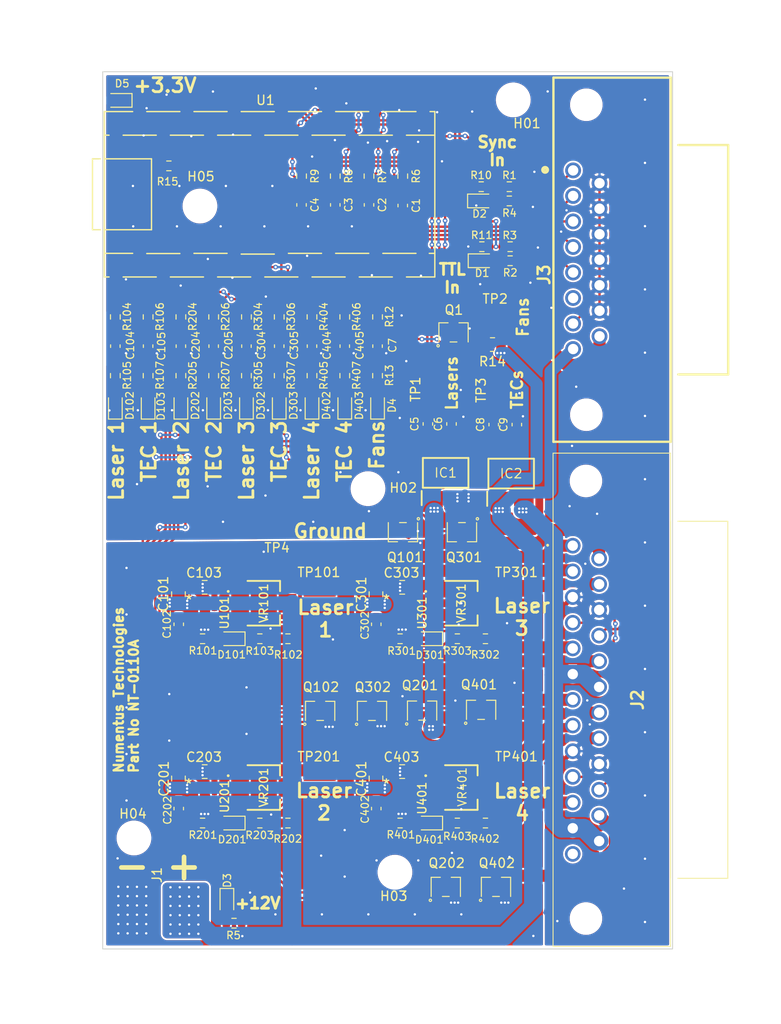
<source format=kicad_pcb>
(kicad_pcb (version 20221018) (generator pcbnew)
  (title_block (title "HSHS Interface Board") (date "2024-02-29") (rev "NT-0110A") (company "Numentus Technologies"))
  (layers (0 "F.Cu" signal) (31 "B.Cu" signal) (34 "B.Paste" user) (35 "F.Paste" user) (36 "B.SilkS" user "B.Silkscreen") (37 "F.SilkS" user "F.Silkscreen") (38 "B.Mask" user) (39 "F.Mask" user) (44 "Edge.Cuts" user))
  (net 0 "")
  (net 1 "+3.3V")
  (net 2 "GNDA")
  (net 3 "/LaserControl1")
  (net 4 "/LaserControl2")
  (net 5 "/LaserControl3")
  (net 6 "/TECControl1")
  (net 7 "/TECControl2")
  (net 8 "/TECControl3")
  (net 9 "/FanControl")
  (net 10 "/Clock3.3V+")
  (net 11 "/Camera A+")
  (net 12 "/Camera B+")
  (net 13 "/Camera C+")
  (net 14 "/Therm1+")
  (net 15 "/Therm2+")
  (net 16 "/Therm3+")
  (net 17 "/TTLOut3.3V+")
  (net 18 "/Spare+")
  (net 19 "+12V")
  (net 20 "/LaserPow1+")
  (net 21 "/LaserPow2+")
  (net 22 "/LaserPow3+")
  (net 23 "/Clock5V+")
  (net 24 "/TTLOut5V+")
  (net 25 "/Fan-")
  (net 26 "/LaserPow4+")
  (net 27 "/LaserPow1-")
  (net 28 "/TECPow1-")
  (net 29 "/LaserPow2-")
  (net 30 "/TECPow2-")
  (net 31 "/LaserPow3-")
  (net 32 "/TECPow3-")
  (net 33 "/LaserPow4-")
  (net 34 "/TECPow4-")
  (net 35 "/LaserControl4")
  (net 36 "/TECControl4")
  (net 37 "/Therm4+")
  (net 38 "GNDPWR")
  (net 39 "/TEC Monitor")
  (net 40 "Laser MOSFET Low")
  (net 41 "/Laser Monitor")
  (net 42 "Net-(IC1-FILTER)")
  (net 43 "Net-(Q1-G)")
  (net 44 "Net-(Q101-G)")
  (net 45 "Net-(U201-SS{slash}TR)")
  (net 46 "Net-(Q201-G)")
  (net 47 "Net-(Q202-G)")
  (net 48 "Net-(U301-SS{slash}TR)")
  (net 49 "Net-(Q301-G)")
  (net 50 "Net-(Q302-G)")
  (net 51 "Net-(U401-SS{slash}TR)")
  (net 52 "Net-(Q401-G)")
  (net 53 "Net-(Q402-G)")
  (net 54 "Net-(IC2-FILTER)")
  (net 55 "Net-(U101-SS{slash}TR)")
  (net 56 "Net-(Q102-G)")
  (net 57 "Net-(D101-A)")
  (net 58 "Net-(D102-A)")
  (net 59 "Net-(D103-A)")
  (net 60 "Net-(D1-A)")
  (net 61 "Net-(D2-A)")
  (net 62 "Net-(D201-A)")
  (net 63 "Net-(D202-A)")
  (net 64 "Net-(D203-A)")
  (net 65 "Net-(D301-A)")
  (net 66 "Net-(D302-A)")
  (net 67 "Net-(D303-A)")
  (net 68 "Net-(D401-A)")
  (net 69 "Net-(D402-A)")
  (net 70 "Net-(D403-A)")
  (net 71 "Net-(D3-A)")
  (net 72 "Net-(D4-A)")
  (net 73 "Net-(D5-A)")
  (net 74 "Net-(U201-FB{slash}VSET)")
  (net 75 "Net-(VR201-CW)")
  (net 76 "Net-(U301-FB{slash}VSET)")
  (net 77 "Net-(VR301-CW)")
  (net 78 "Net-(U401-FB{slash}VSET)")
  (net 79 "Net-(VR401-CW)")
  (net 80 "Net-(D101-K)")
  (net 83 "Net-(Q1-S)")
  (net 84 "Net-(VR101-CW)")
  (net 85 "Net-(U101-FB{slash}VSET)")
  (net 90 "Net-(D201-K)")
  (net 91 "Net-(D301-K)")
  (net 92 "Net-(D401-K)")
  (net 97 "/TEC High")
  (footprint "Global_Footprint_Library:5788798-1 Fix_A" (layer "F.Cu") (at 175.3 63.12 -90)
    (fp_text reference "J3")
    (fp_text value "5788798-1" hide)
  )
  (footprint "Global_Footprint_Library:SSM3K376R_Mod_A" (layer "F.Cu") (at 148.539999 111.5862)
    (fp_text reference "Q201")
    (fp_text value "SSM3K376R_A" hide)
  )
  (footprint "Global_Footprint_Library:R_0603_1608Metric_Small_Font" (layer "F.Cu") (at 146.172999 123.6738)
    (fp_text reference "R401")
    (fp_text value "15k")
  )
  (footprint "Capacitor_SMD:C_0805_2012Metric" (layer "F.Cu") (at 125.149999 98.3338 180)
    (fp_text reference "C103")
    (fp_text value "22µF")
  )
  (footprint "Global_Footprint_Library:R_0603_1608Metric_Small_Font" (layer "F.Cu") (at 158.01 61.72 180)
    (fp_text reference "R3")
    (fp_text value "500")
  )
  (footprint "Global_Footprint_Library:R_0603_1608Metric_Small_Font" (layer "F.Cu") (at 133.17 69.267666 -90)
    (fp_text reference "R306")
    (fp_text value "10k")
  )
  (footprint "Global_Footprint_Library:R_0603_1608Metric_Small_Font" (layer "F.Cu") (at 136.69625 69.267666 -90)
    (fp_text reference "R404")
    (fp_text value "10k")
  )
  (footprint "Global_Footprint_Library:R_0603_1608Metric_Small_Font" (layer "F.Cu") (at 129.64375 75.581333 -90)
    (fp_text reference "R305")
    (fp_text value "500")
  )
  (footprint "Global_Footprint_Library:SM42X104_Smaller_Courtyard" (layer "F.Cu") (at 152.759999 119.8538 -90)
    (fp_text reference "VR401")
    (fp_text value "SM-42X104" hide)
  )
  (footprint "Global_Footprint_Library:C_0603_1608Metric_Small_Font" (layer "F.Cu") (at 158.735 80.843 90)
    (fp_text reference "C9")
    (fp_text value "33nF")
  )
  (footprint "Global_Footprint_Library:SSM3K376R_Mod_A" (layer "F.Cu") (at 146.48 92.4062 180)
    (fp_text reference "Q101")
    (fp_text value "SSM3K376R_A" hide)
  )
  (footprint "Capacitor_SMD:C_0805_2012Metric" (layer "F.Cu") (at 122.329999 99.0738 90)
    (fp_text reference "C101")
    (fp_text value "10µF")
  )
  (footprint "MountingHole:MountingHole_3.5mm" (layer "F.Cu") (at 145.62 128.96)
    (fp_text reference "H03")
    (fp_text value "MountingHole")
  )
  (footprint "Capacitor_SMD:C_0805_2012Metric" (layer "F.Cu") (at 122.329999 118.8838 90)
    (fp_text reference "C201")
    (fp_text value "10µF")
  )
  (footprint "Global_Footprint_Library:KEYSTONE_5015" (layer "F.Cu") (at 137.519999 118.2638)
    (fp_text reference "TP201")
    (fp_text value "5015")
  )
  (footprint "Global_Footprint_Library:C_0603_1608Metric_Small_Font" (layer "F.Cu") (at 143.609999 122.1188 -90)
    (fp_text reference "C402")
    (fp_text value "10nF")
  )
  (footprint "Global_Footprint_Library:uSIP11_SIS_TEX_Mod" (layer "F.Cu") (at 125.145899 121.0538)
    (fp_text reference "U201")
    (fp_text value "TPSM82902SISR" hide)
  )
  (footprint "Global_Footprint_Library:R_0603_1608Metric_Small_Font" (layer "F.Cu") (at 155.354999 123.6738)
    (fp_text reference "R402")
    (fp_text value "25k")
  )
  (footprint "Global_Footprint_Library:C_0603_1608Metric_Small_Font" (layer "F.Cu") (at 146.46 57.295 -90)
    (fp_text reference "C1")
    (fp_text value "1µF")
  )
  (footprint "Global_Footprint_Library:R_0603_1608Metric_Small_Font" (layer "F.Cu") (at 158.01 63.23 180)
    (fp_text reference "R2")
    (fp_text value "1k")
  )
  (footprint "Global_Footprint_Library:R_0603_1608Metric_Small_Font" (layer "F.Cu") (at 154.9 55.27 180)
    (fp_text reference "R10")
    (fp_text value "1k")
  )
  (footprint "Global_Footprint_Library:SSM3K376R_Mod_A" (layer "F.Cu") (at 143.149999 111.6162)
    (fp_text reference "Q302")
    (fp_text value "SSM3K376R_A" hide)
  )
  (footprint "Global_Footprint_Library:SM42X104_Smaller_Courtyard" (layer "F.Cu") (at 131.509999 100.0438 -90)
    (fp_text reference "VR101")
    (fp_text value "SM-42X104" hide)
  )
  (footprint "Global_Footprint_Library:KEYSTONE_5015" (layer "F.Cu") (at 149.555 77.293 90)
    (fp_text reference "TP1")
    (fp_text value "5015")
  )
  (footprint "Global_Footprint_Library:R_0603_1608Metric_Small_Font" (layer "F.Cu") (at 119.065 69.267666 -90)
    (fp_text reference "R106")
    (fp_text value "10k")
  )
  (footprint "MountingHole:MountingHole_3.5mm" (layer "F.Cu") (at 117.54 125.28)
    (fp_text reference "H04")
    (fp_text value "MountingHole")
  )
  (footprint "Capacitor_SMD:C_0805_2012Metric" (layer "F.Cu") (at 143.579999 99.0738 90)
    (fp_text reference "C301")
    (fp_text value "10µF")
  )
  (footprint "Global_Footprint_Library:R_0603_1608Metric_Small_Font" (layer "F.Cu") (at 143.74875 69.267666 -90)
    (fp_text reference "R12")
    (fp_text value "10k")
  )
  (footprint "MountingHole:MountingHole_3.5mm" (layer "F.Cu") (at 142.72 87.73)
    (fp_text reference "H02")
    (fp_text value "MountingHole")
  )
  (footprint "Global_Footprint_Library:R_0603_1608Metric_Small_Font" (layer "F.Cu") (at 146.172999 103.8638)
    (fp_text reference "R301")
    (fp_text value "15k")
  )
  (footprint "Global_Footprint_Library:uSIP11_SIS_TEX_Mod" (layer "F.Cu") (at 146.395899 101.2438)
    (fp_text reference "U301")
    (fp_text value "TPSM82902SISR" hide)
  )
  (footprint "Capacitor_SMD:C_0805_2012Metric" (layer "F.Cu") (at 146.399999 118.1438 180)
    (fp_text reference "C403")
    (fp_text value "22µF")
  )
  (footprint "Capacitor_SMD:C_0805_2012Metric" (layer "F.Cu") (at 146.399999 98.3338 180)
    (fp_text reference "C303")
    (fp_text value "22µF")
  )
  (footprint "Global_Footprint_Library:SM42X104_Smaller_Courtyard" (layer "F.Cu") (at 131.509999 119.8538 -90)
    (fp_text reference "VR201")
    (fp_text value "SM-42X104" hide)
  )
  (footprint "Global_Footprint_Library:R_0603_1608Metric_Small_Font" (layer "F.Cu") (at 126.1175 75.581333 -90)
    (fp_text reference "R207")
    (fp_text value "500")
  )
  (footprint "Global_Footprint_Library:AA1608 Generic Kingbrite LED" (layer "F.Cu") (at 136.69625 78.762666 90)
    (fp_text reference "D402")
    (fp_text value "LED Yellow")
  )
  (footprint "Global_Footprint_Library:R_0603_1608Metric_Small_Font" (layer "F.Cu") (at 119.065 75.581333 -90)
    (fp_text reference "R107")
    (fp_text value "500")
  )
  (footprint "Global_Footprint_Library:R_0603_1608Metric_Small_Font" (layer "F.Cu") (at 131.084999 123.6738 180)
    (fp_text reference "R203")
    (fp_text value "15k")
  )
  (footprint "Global_Footprint_Library:AA1608 Generic Kingbrite LED" (layer "F.Cu") (at 128.007999 103.8638 180)
    (fp_text reference "D101")
    (fp_text value "LED Red")
  )
  (footprint "Global_Footprint_Library:AA1608 Generic Kingbrite LED" (layer "F.Cu") (at 122.59125 78.762666 90)
    (fp_text reference "D202")
    (fp_text value "LED Yellow")
  )
  (footprint "Global_Footprint_Library:AA1608 Generic Kingbrite LED" (layer "F.Cu") (at 140.2225 78.762666 90)
    (fp_text reference "D403")
    (fp_text value "LED Blue")
  )
  (footprint "Global_Footprint_Library:C_0603_1608Metric_Small_Font" (layer "F.Cu") (at 139.2 57.225 -90)
    (fp_text reference "C3")
    (fp_text value "1µF")
  )
  (footprint "Global_Footprint_Library:KEYSTONE_5015" (layer "F.Cu") (at 158.769999 118.2638)
    (fp_text reference "TP401")
    (fp_text value "5015")
  )
  (footprint "Global_Footprint_Library:R_0603_1608Metric_Small_Font" (layer "F.Cu") (at 155.354999 103.8638)
    (fp_text reference "R302")
    (fp_text value "25k")
  )
  (footprint "Global_Footprint_Library:SSM3K376R_Mod_A" (layer "F.Cu") (at 151.089999 130.5362)
    (fp_text reference "Q202")
    (fp_text value "SSM3K376R_A" hide)
  )
  (footprint "Global_Footprint_Library:uSIP11_SIS_TEX_Mod" (layer "F.Cu") (at 146.395899 121.0538)
    (fp_text reference "U401")
    (fp_text value "TPSM82902SISR" hide)
  )
  (footprint "Global_Footprint_Library:SSM3K376R_Mod_A" (layer "F.Cu") (at 137.573001 111.6162)
    (fp_text reference "Q102")
    (fp_text value "SSM3K376R_A" hide)
  )
  (footprint "Global_Footprint_Library:KEYSTONE_5015" (layer "F.Cu") (at 137.519999 98.4538)
    (fp_text reference "TP101")
    (fp_text value "5015")
  )
  (footprint "Global_Footprint_Library:AA1608 Generic Kingbrite LED" (layer "F.Cu") (at 143.74875 78.762666 90)
    (fp_text reference "D4")
    (fp_text value "LED Blue")
  )
  (footprint "Global_Footprint_Library:C_0603_1608Metric_Small_Font" (layer "F.Cu") (at 115.53875 72.407666 -90)
    (fp_text reference "C104")
    (fp_text value "10nF")
  )
  (footprint "Global_Footprint_Library:C_0603_1608Metric_Small_Font" (layer "F.Cu") (at 143.74875 72.407666 -90)
    (fp_text reference "C7")
    (fp_text value "10nF")
  )
  (footprint "Global_Footprint_Library:R_0603_1608Metric_Small_Font" (layer "F.Cu") (at 140.2225 75.581333 -90)
    (fp_text reference "R407")
    (fp_text value "500")
  )
  (footprint "Global_Footprint_Library:57888011_A" (layer "F.Cu") (at 164.75 93.86 -90)
    (fp_text reference "J2")
    (fp_text value "5788801-1" hide)
  )
  (footprint "Global_Footprint_Library:C_0603_1608Metric_Small_Font" (layer "F.Cu") (at 122.359999 122.1188 -90)
    (fp_text reference "C202")
    (fp_text value "10nF")
  )
  (footprint "Global_Footprint_Library:SSM3K376R_Mod_A" (layer "F.Cu") (at 156.489999 130.5362)
    (fp_text reference "Q402")
    (fp_text value "SSM3K376R_A" hide)
  )
  (footprint "Resistor_SMD:R_0805_2012Metric" (layer "F.Cu") (at 156.1175 72.24)
    (fp_text reference "R14")
    (fp_text value "0.1")
  )
  (footprint "Global_Footprint_Library:C_0603_1608Metric_Small_Font" (layer "F.Cu") (at 133.17 72.407666 -90)
    (fp_text reference "C305")
    (fp_text value "10nF")
  )
  (footprint "Global_Footprint_Library:R_0603_1608Metric_Small_Font" (layer "F.Cu") (at 134.104999 103.8638)
    (fp_text reference "R102")
    (fp_text value "25k")
  )
  (footprint "Global_Footprint_Library:C_0603_1608Metric_Small_Font" (layer "F.Cu") (at 129.64375 72.407666 -90)
    (fp_text reference "C304")
    (fp_text value "10nF")
  )
  (footprint "Global_Footprint_Library:C_0603_1608Metric_Small_Font" (layer "F.Cu") (at 156.245 80.843 90)
    (fp_text reference "C8")
    (fp_text value "0.1µF")
  )
  (footprint "Global_Footprint_Library:AA1608 Generic Kingbrite LED" (layer "F.Cu") (at 119.065 78.762666 90)
    (fp_text reference "D103")
    (fp_text value "LED Blue")
  )
  (footprint "Global_Footprint_Library:C_0603_1608Metric_Small_Font" (layer "F.Cu") (at 135.57 57.225 -90)
    (fp_text reference "C4")
    (fp_text value "1µF")
  )
  (footprint "Global_Footprint_Library:R_0603_1608Metric_Small_Font" (layer "F.Cu") (at 124.922999 103.8638)
    (fp_text reference "R101")
    (fp_text value "15k")
  )
  (footprint "Global_Footprint_Library:C_0603_1608Metric_Small_Font" (layer "F.Cu") (at 122.359999 102.3088 -90)
    (fp_text reference "C102")
    (fp_text value "10nF")
  )
  (footprint "Global_Footprint_Library:R_0603_1608Metric_Small_Font" (layer "F.Cu") (at 157.925 56.8 180)
    (fp_text reference "R4")
    (fp_text value "1k")
  )
  (footprint "Global_Footprint_Library:C_0603_1608Metric_Small_Font" (layer "F.Cu") (at 142.83 57.225 -90)
    (fp_text reference "C2")
    (fp_text value "1µF")
  )
  (footprint "Global_Footprint_Library:AA1608 Generic Kingbrite LED" (layer "F.Cu") (at 126.1175 78.762666 90)
    (fp_text reference "D203")
    (fp_text value "LED Blue")
  )
  (footprint "Global_Footprint_Library:C_0603_1608Metric_Small_Font" (layer "F.Cu") (at 149.165 80.773 90)
    (fp_text reference "C5")
    (fp_text value "0.1µF")
  )
  (footprint "Global_Footprint_Library:AA1608 Generic Kingbrite LED" (layer "F.Cu") (at 127.54 132.192 -90)
    (fp_text reference "D3")
    (fp_text value "LED Green")
  )
  (footprint "Global_Footprint_Library:NetTieSolderBridgeSmaller" (layer "F.Cu") (at 125.5 93.43 -90)
    (fp_text reference "NT1" hide)
    (fp_text value "Solder Bridge")
  )
  (footprint "Global_Footprint_Library:R_0603_1608Metric_Small_Font" (layer "F.Cu") (at 115.53875 75.581333 -90)
    (fp_text reference "R105")
    (fp_text value "500")
  )
  (footprint "Global_Footprint_Library:AA1608 Generic Kingbrite LED" (layer "F.Cu") (at 133.17 78.762666 90)
    (fp_text reference "D303")
    (fp_text value "LED Blue")
  )
  (footprint "Global_Footprint_Library:C_0603_1608Metric_Small_Font" (layer "F.Cu") (at 140.2225 72.407666 -90)
    (fp_text reference "C405")
    (fp_text value "10nF")
  )
  (footprint "Global_Footprint_Library:KEYSTONE_5015" (layer "F.Cu") (at 132.83 92.18 180)
    (fp_text reference "TP4")
    (fp_text value "5015")
  )
  (footprint "Global_Footprint_Library:AA1608 Generic Kingbrite LED" (layer "F.Cu") (at 149.257999 103.8638 180)
    (fp_text reference "D301")
    (fp_text value "LED Red")
  )
  (footprint "Global_Footprint_Library:R_0603_1608Metric_Small_Font" (layer "F.Cu") (at 142.83 54.131333 -90)
    (fp_text reference "R7")
    (fp_text value "10k")
  )
  (footprint "Global_Footprint_Library:KEYSTONE_5015" (layer "F.Cu") (at 158.769999 98.4538)
    (fp_text reference "TP301")
    (fp_text value "5015")
  )
  (footprint "Capacitor_SMD:C_0805_2012Metric" (layer "F.Cu") (at 125.149999 118.1438 180)
    (fp_text reference "C203")
    (fp_text value "22µF")
  )
  (footprint "Global_Footprint_Library:R_0603_1608Metric_Small_Font" (layer "F.Cu") (at 140.2225 69.267666 -90)
    (fp_text reference "R406")
    (fp_text value "10k")
  )
  (footprint "Global_Footprint_Library:SSM3K376R_Mod_A" (layer "F.Cu") (at 154.89 111.5038)
    (fp_text reference "Q401")
    (fp_text value "SSM3K376R_A" hide)
  )
  (footprint "Global_Footprint_Library:KEYSTONE_5015" (layer "F.Cu") (at 156.4025 69.1)
    (fp_text reference "TP2")
    (fp_text value "5015")
  )
  (footprint "Global_Footprint_Library:SM42X104_Smaller_Courtyard" (layer "F.Cu") (at 152.759999 100.0438 -90)
    (fp_text reference "VR301")
    (fp_text value "SM-42X104" hide)
  )
  (footprint "Global_Footprint_Library:R_0603_1608Metric_Small_Font" (layer "F.Cu") (at 128.305 134.44 180)
    (fp_text reference "R5")
    (fp_text value "25k")
  )
  (footprint "Global_Footprint_Library:R_0603_1608Metric_Small_Font" (layer "F.Cu") (at 139.2 54.131333 -90)
    (fp_text reference "R8")
    (fp_text value "10k")
  )
  (footprint "Global_Footprint_Library:AA1608 Generic Kingbrite LED" (layer "F.Cu") (at 154.99 63.23)
    (fp_text reference "D1")
    (fp_text value "LED Green")
  )
  (footprint "MountingHole:MountingHole_3.5mm" (layer "F.Cu") (at 124.64 57.35)
    (fp_text reference "H05")
    (fp_text value "MountingHole")
  )
  (footprint "Global_Footprint_Library:R_0603_1608Metric_Small_Font" (layer "F.Cu") (at 152.334999 103.8638 180)
    (fp_text reference "R303")
    (fp_text value "15k")
  )
  (footprint "Global_Footprint_Library:R_0603_1608Metric_Small_Font" (layer "F.Cu") (at 131.084999 103.8638 180)
    (fp_text reference "R103")
    (fp_text value "15k")
  )
  (footprint "Global_Footprint_Library:R_0603_1608Metric_Small_Font" (layer "F.Cu") (at 122.59125 69.267666 -90)
    (fp_text reference "R204")
    (fp_text value "10k")
  )
  (footprint "Global_Footprint_Library:R_0603_1608Metric_Small_Font" (layer "F.Cu") (at 154.97 61.72 180)
    (fp_text reference "R11")
    (fp_text value "1k")
  )
  (footprint "Global_Footprint_Library:C_0603_1608Metric_Small_Font" (layer "F.Cu") (at 136.69625 72.407666 -90)
    (fp_text reference "C404")
    (fp_text value "10nF")
  )
  (footprint "Global_Footprint_Library:C_0603_1608Metric_Small_Font" (layer "F.Cu") (at 122.59125 72.407666 -90)
    (fp_text reference "C204")
    (fp_text value "10nF")
  )
  (footprint "Global_Footprint_Library:R_0603_1608Metric_Small_Font" (layer "F.Cu") (at 122.59125 75.581333 -90)
    (fp_text reference "R205")
    (fp_text value "500")
  )
  (footprint "Global_Footprint_Library:R_0603_1608Metric_Small_Font" (layer "F.Cu") (at 121.3 53.03 180)
    (fp_text reference "R15")
    (fp_text value "1k")
  )
  (footprint "Global_Footprint_Library:SSM3K376R_Mod_A" (layer "F.Cu") (at 151.9226 70.93)
    (fp_text reference "Q1")
    (fp_text value "SSM3K376R_A" hide)
  )
  (footprint "Global_Footprint_Library:C_0603_1608Metric_Small_Font" (layer "F.Cu") (at 119.065 72.407666 -90)
    (fp_text reference "C105")
    (fp_text value "10nF")
  )
  (footprint "Global_Footprint_Library:uSIP11_SIS_TEX_Mod" (layer "F.Cu") (at 125.145899 101.2438)
    (fp_text reference "U101")
    (fp_text value "TPSM82902SISR" hide)
  )
  (footprint "Global_Footprint_Library:SSM3K376R_Mod_A" (layer "F.Cu") (at 152.83 92.4062 180)
    (fp_text reference "Q301")
    (fp_text value "SSM3K376R_A" hide)
  )
  (footprint "Global_Footprint_Library:R_0603_1608Metric_Small_Font" (layer "F.Cu") (at 146.46 54.131333 -90)
    (fp_text reference "R6")
    (fp_text value "10k")
  )
  (footprint "Global_Footprint_Library:SOIC127P600X175-8N" (layer "F.Cu") (at 151.075 86.028 90)
    (fp_text reference "IC1")
    (fp_text value "ACS725LLCTR-10AU-T" hide)
  )
  (footprint "Global_Footprint_Library:R_0603_1608Metric_Small_Font" (layer "F.Cu") (at 136.69625 75.581333 -90)
    (fp_text reference "R405")
    (fp_text value "500")
  )
  (footprint "Global_Footprint_Library:R_0603_1608Metric_Small_Font" (layer "F.Cu") (at 135.57 54.131333 -90)
    (fp_text reference "R9")
    (fp_text value "10k")
  )
  (footprint "Global_Footprint_Library:R_0603_1608Metric_Small_Font" (layer "F.Cu") (at 143.74875 75.581333 -90)
    (fp_text reference "R13")
    (fp_text value "500")
  )
  (footprint "Global_Footprint_Library:C_0603_1608Metric_Small_Font" (layer "F.Cu") (at 151.705 80.773 90)
    (fp_text reference "C6")
    (fp_text value "33nF")
  )
  (footprint "Global_Footprint_Library:Teensy40_with_3D_Model_28_Pins_Surface_Mount_C" (layer "F.Cu") (at 132.13 56.083833)
    (fp_text reference "U1")
    (fp_text value "Teensy4.0_28_Pins")
  )
  (footprint "Global_Footprint_Library:R_0603_1608Metric_Small_Font" (layer "F.Cu") (at 124.922999 123.6738)
    (fp_text reference "R201")
    (fp_text value "15k")
  )
  (footprint "Global_Footprint_Library:R_0603_1608Metric_Small_Font" (layer "F.Cu") (at 157.925 55.27 180)
    (fp_text reference "R1")
    (fp_text value "500")
  )
  (footprint "Global_Footprint_Library:C_0603_1608Metric_Small_Font" (layer "F.Cu") (at 126.1175 72.407666 -90)
    (fp_text reference "C205")
    (fp_text value "10nF")
  )
  (footprint "Capacitor_SMD:C_0805_2012Metric" (layer "F.Cu") (at 143.579999 118.8838 90)
    (fp_text reference "C401")
    (fp_text value "10µF")
  )
  (footprint "Global_Footprint_Library:C_0603_1608Metric_Small_Font" (layer "F.Cu") (at 143.609999 102.3088 -90)
    (fp_text reference "C302")
    (fp_text value "10nF")
  )
  (footprint "Global_Footprint_Library:AA1608 Generic Kingbrite LED" (layer "F.Cu") (at 115.53875 78.762666 90)
    (fp_text reference "D102")
    (fp_text value "LED Yellow")
  )
  (footprint "Global_Footprint_Library:AA1608 Generic Kingbrite LED" (layer "F.Cu") (at 115.848 45.991333 180)
    (fp_text reference "D5")
    (fp_text value "LED Green")
  )
  (footprint "MountingHole:MountingHole_3.5mm" (layer "F.Cu") (at 158.35 45.94)
    (fp_text reference "H01")
    (fp_text value "MountingHole")
  )
  (footprint "Global_Footprint_Library:AA1608 Generic Kingbrite LED" (layer "F.Cu") (at 129.64375 78.762666 90)
    (fp_text reference "D302")
    (fp_text value "LED Yellow")
  )
  (footprint "Global_Footprint_Library:R_0603_1608Metric_Small_Font" (layer "F.Cu") (at 129.64375 69.267666 -90)
    (fp_text reference "R304")
    (fp_text value "10k")
  )
  (footprint "Global_Footprint_Library:AA1608 Generic Kingbrite LED" (layer "F.Cu") (at 149.257999 123.6738 180)
    (fp_text reference "D401")
    (fp_text value "LED Red")
  )
  (footprint "Global_Footprint_Library:Dual Solder Pads Both Sides No PTH" (layer "F.Cu") (at 120.32 133.07)
    (fp_text reference "J1")
    (fp_text value "Conn_01x02_Pin")
  )
  (footprint "Global_Footprint_Library:SOIC127P600X175-8N" (layer "F.Cu") (at 158.125 86.108 90)
    (fp_text reference "IC2")
    (fp_text value "ACS725LLCTR-10AU-T" hide)
  )
  (footprint "Global_Footprint_Library:AA1608 Generic Kingbrite LED" (layer "F.Cu") (at 128.007999 123.6738 180)
    (fp_text reference "D201")
    (fp_text value "LED Red")
  )
  (footprint "Global_Footprint_Library:AA1608 Generic Kingbrite LED" (layer "F.Cu") (at 154.92 56.8)
    (fp_text reference "D2")
    (fp_text value "LED Green")
  )
  (footprint "Global_Footprint_Library:R_0603_1608Metric_Small_Font" (layer "F.Cu") (at 133.17 75.581333 -90)
    (fp_text reference "R307")
    (fp_text value "500")
  )
  (footprint "Global_Footprint_Library:R_0603_1608Metric_Small_Font" (layer "F.Cu") (at 115.53875 69.267666 -90)
    (fp_text reference "R104")
    (fp_text value "10k")
  )
  (footprint "Global_Footprint_Library:R_0603_1608Metric_Small_Font" (layer "F.Cu") (at 134.104999 123.6738)
    (fp_text reference "R202")
    (fp_text value "25k")
  )
  (footprint "Global_Footprint_Library:KEYSTONE_5015" (layer "F.Cu") (at 156.65 77.336 90)
    (fp_text reference "TP3")
    (fp_text value "5015")
  )
  (footprint "Global_Footprint_Library:R_0603_1608Metric_Small_Font" (layer "F.Cu") (at 126.1175 69.267666 -90)
    (fp_text reference "R206")
    (fp_text value "10k")
  )
  (footprint "Global_Footprint_Library:R_0603_1608Metric_Small_Font" (layer "F.Cu") (at 152.334999 123.6738 180)
    (fp_text reference "R403")
    (fp_text value "15k")
  )
  (gr_rect (start 114.18 42.91) (end 175.49 137.21) (stroke (width 0.1)) (fill none) (layer "Edge.Cuts"))
  (gr_text "Laser 2" (at 123.5275 84.72 90) (layer "F.SilkS") (effects (font (size 1.5 1.5) (thickness 0.3)) (justify bottom)))
  (gr_text "TECs" (at 159.46 77.08 90) (layer "F.SilkS") (effects (font (size 1.2 1.2) (thickness 0.25) bold) (justify bottom)))
  (gr_text "Fans" (at 144.55 83.041429 90) (layer "F.SilkS") (effects (font (size 1.5 1.5) (thickness 0.3)) (justify bottom)))
  (gr_text "+12V" (at 128.275 132.992) (layer "F.SilkS") (effects (font (size 1.2 1.2) (thickness 0.3)) (justify left bottom)))
  (gr_text "Ground" (at 138.66 93.17) (layer "F.SilkS") (effects (font (size 1.5 1.5) (thickness 0.3)) (justify bottom)))
  (gr_text "Laser\n4" (at 159.3 123.52) (layer "F.SilkS") (effects (font (size 1.5 1.5) (thickness 0.3)) (justify bottom)))
  (gr_text "TEC 3" (at 134.03875 83.72 90) (layer "F.SilkS") (effects (font (size 1.5 1.5) (thickness 0.3)) (justify bottom)))
  (gr_text "TEC 1" (at 120.02375 83.72 90) (layer "F.SilkS") (effects (font (size 1.5 1.5) (thickness 0.3)) (justify bottom)))
  (gr_text "Sync\nIn" (at 156.63 53.11) (layer "F.SilkS") (effects (font (size 1.2 1.2) (thickness 0.3)) (justify bottom)))
  (gr_text "Laser 3" (at 130.535 84.72 90) (layer "F.SilkS") (effects (font (size 1.5 1.5) (thickness 0.3)) (justify bottom)))
  (gr_text "TTL\nIn" (at 151.79 66.8) (layer "F.SilkS") (effects (font (size 1.2 1.2) (thickness 0.3)) (justify bottom)))
  (gr_text "Laser 1" (at 116.52 84.72 90) (layer "F.SilkS") (effects (font (size 1.5 1.5) (thickness 0.3)) (justify bottom)))
  (gr_text "Laser\n3" (at 159.27 103.62) (layer "F.SilkS") (effects (font (size 1.5 1.5) (thickness 0.3)) (justify bottom)))
  (gr_text "+3.3V" (at 117.333 45.256333) (layer "F.SilkS") (effects (font (size 1.5 1.5) (thickness 0.3)) (justify left bottom)))
  (gr_text "TEC 4" (at 141.04625 83.72 90) (layer "F.SilkS") (effects (font (size 1.5 1.5) (thickness 0.3)) (justify bottom)))
  (gr_text "Laser 4" (at 137.5425 84.72 90) (layer "F.SilkS") (effects (font (size 1.5 1.5) (thickness 0.3)) (justify bottom)))
  (gr_text "Laser\n2" (at 137.99 123.48) (layer "F.SilkS") (effects (font (size 1.5 1.5) (thickness 0.3)) (justify bottom)))
  (gr_text "Laser\n1" (at 138.15 103.79) (layer "F.SilkS") (effects (font (size 1.5 1.5) (thickness 0.3)) (justify bottom)))
  (gr_text "TEC 2" (at 127.03125 83.72 90) (layer "F.SilkS") (effects (font (size 1.5 1.5) (thickness 0.3)) (justify bottom)))
  (gr_text "Numentus Technologies\nPart No NT-0110A" (at 118.1 118.41 90) (layer "F.SilkS") (effects (font (size 1 1) (thickness 0.25) bold) (justify left bottom)))
  (gr_text "Fans" (at 160.08 69.29 90) (layer "F.SilkS") (effects (font (size 1.2 1.2) (thickness 0.25) bold) (justify bottom)))
  (gr_text "Lasers" (at 152.44 76.39 90) (layer "F.SilkS") (effects (font (size 1.2 1.2) (thickness 0.25) bold) (justify bottom)))
  (segment (start 149.105 74.488) (end 149.105 67.398604) (width 0.25) (layer "F.Cu") (net 1))
  (segment (start 147.041066 53.306333) (end 146.46 53.306333) (width 0.25) (layer "F.Cu") (net 1))
  (segment (start 122.565 51.931333) (end 122.565 52.59) (width 0.25) (layer "F.Cu") (net 1))
  (segment (start 149.603502 55.868769) (end 147.041066 53.306333) (width 0.25) (layer "F.Cu") (net 1))
  (segment (start 149.56 58.68) (end 149.603502 58.723502) (width 0.25) (layer "F.Cu") (net 1))
  (segment (start 149.17 83.316) (end 149.17 81.553) (width 0.25) (layer "F.Cu") (net 1))
  (segment (start 149.17 81.62) (end 148.773 81.223) (width 0.25) (layer "F.Cu") (net 1))
  (segment (start 148.773 81.223) (end 148.500787 81.223) (width 0.25) (layer "F.Cu") (net 1))
  (segment (start 149.603502 66.900102) (end 149.603502 61.4985) (width 0.25) (layer "F.Cu") (net 1))
  (segment (start 155.2125 84.4035) (end 156.22 83.396) (width 0.25) (layer "F.Cu") (net 1))
  (segment (start 146.173667 53.02) (end 135.856333 53.02) (width 0.25) (layer "F.Cu") (net 1))
  (segment (start 149.17 83.316) (end 149.17 83.7535) (width 0.25) (layer "F.Cu") (net 1))
  (segment (start 149.17 81.553) (end 149.165 81.548) (width 0.25) (layer "F.Cu") (net 1))
  (segment (start 147.815 75.778) (end 149.105 74.488) (width 0.25) (layer "F.Cu") (net 1))
  (segment (start 147.815 80.537213) (end 147.815 75.778) (width 0.25) (layer "F.Cu") (net 1))
  (segment (start 146.46 53.306333) (end 146.173667 53.02) (width 0.25) (layer "F.Cu") (net 1))
  (segment (start 122.565 52.59) (end 122.125 53.03) (width 0.25) (layer "F.Cu") (net 1))
  (segment (start 122.565 51.931333) (end 120.7 50.066333) (width 0.25) (layer "F.Cu") (net 1))
  (segment (start 149.82 84.4035) (end 155.2125 84.4035) (width 0.25) (layer "F.Cu") (net 1))
  (segment (start 135.856333 53.02) (end 135.57 53.306333) (width 0.25) (layer "F.Cu") (net 1))
  (segment (start 149.17 83.7535) (end 149.82 84.4035) (width 0.25) (layer "F.Cu") (net 1))
  (segment (start 156.22 81.643) (end 156.245 81.618) (width 0.25) (layer "F.Cu") (net 1))
  (segment (start 146.385 53.351333) (end 146.51 53.226333) (width 0.25) (layer "F.Cu") (net 1))
  (segment (start 135.57 53.306333) (end 122.401333 53.306333) (width 0.25) (layer "F.Cu") (net 1))
  (segment (start 156.22 83.396) (end 156.22 81.643) (width 0.25) (layer "F.Cu") (net 1))
  (segment (start 149.105 67.398604) (end 149.603502 66.900102) (width 0.25) (layer "F.Cu") (net 1))
  (segment (start 122.401333 53.306333) (end 122.125 53.03) (width 0.25) (layer "F.Cu") (net 1))
  (segment (start 149.603502 58.9915) (end 149.603502 55.868769) (width 0.25) (layer "F.Cu") (net 1))
  (segment (start 148.500787 81.223) (end 147.815 80.537213) (width 0.25) (layer "F.Cu") (net 1))
  (segment (start 149.603502 58.723502) (end 149.603502 58.9915) (width 0.25) (layer "F.Cu") (net 1))
  (segment (start 149.17 83.316) (end 149.17 81.62) (width 0.25) (layer "F.Cu") (net 1))
  (via (at 149.603502 58.9915) (size 0.508) (drill 0.254) (layers "F.Cu" "B.Cu") (net 1))
  (via (at 149.603502 61.4985) (size 0.508) (drill 0.254) (layers "F.Cu" "B.Cu") (net 1))
  (segment (start 149.603502 58.9915) (end 149.603502 61.4985) (width 0.25) (layer "B.Cu") (net 1))
  (segment (start 115.62 65.306333) (end 115.62 65.651333) (width 0.25) (layer "F.Cu") (net 2))
  (segment (start 118.16 46.861333) (end 117.276 46.861333) (width 0.25) (layer "F.Cu") (net 2))
  (segment (start 124.980666 79.320666) (end 124.96 79.3) (width 0.25) (layer "F.Cu") (net 2))
  (segment (start 117.276 46.861333) (end 116.406 45.991333) (width 0.25) (layer "F.Cu") (net 2))
  (segment (start 143.74875 79.320666) (end 142.480666 79.320666) (width 0.25) (layer "F.Cu") (net 2))
  (segment (start 129.64375 79.320666) (end 128.480666 79.320666) (width 0.25) (layer "F.Cu") (net 2))
  (segment (start 154.075 55.27) (end 154.075 56.513) (width 0.25) (layer "F.Cu") (net 2))
  (segment (start 154.075 56.513) (end 154.362 56.8) (width 0.25) (layer "F.Cu") (net 2))
  (segment (start 135.57 58) (end 146.46 58) (width 0.25) (layer "F.Cu") (net 2))
  (segment (start 136.69625 73.182666) (end 137.667334 73.182666) (width 0.25) (layer "F.Cu") (net 2))
  (segment (start 131.980666 79.320666) (end 131.96 79.3) (width 0.25) (layer "F.Cu") (net 2))
  (segment (start 119.065 79.320666) (end 117.980666 79.320666) (width 0.25) (layer "F.Cu") (net 2))
  (segment (start 140.2225 79.320666) (end 138.980666 79.320666) (width 0.25) (layer "F.Cu") (net 2))
  (segment (start 154.125 61.7) (end 154.145 61.72) (width 0.25) (layer "F.Cu") (net 2))
  (segment (start 134.167334 73.182666) (end 134.18 73.17) (width 0.25) (layer "F.Cu") (net 2))
  (segment (start 154.37 56.808) (end 154.362 56.8) (width 0.25) (layer "F.Cu") (net 2))
  (segment (start 133.17 79.320666) (end 131.980666 79.320666) (width 0.25) (layer "F.Cu") (net 2))
  (segment (start 151.705 79.998) (end 149.165 79.998) (width 0.25) (layer "F.Cu") (net 2))
  (segment (start 154.145 61.72) (end 154.145 62.943) (width 0.25) (layer "F.Cu") (net 2))
  (segment (start 159.39 79.95) (end 159.272 80.068) (width 0.25) (layer "F.Cu") (net 2))
  (segment (start 129.64375 73.182666) (end 130.667334 73.182666) (width 0.25) (layer "F.Cu") (net 2))
  (segment (start 142.480666 79.320666) (end 142.46 79.3) (width 0.25) (layer "F.Cu") (net 2))
  (segment (start 158.93 79.873) (end 158.735 80.068) (width 0.25) (layer "F.Cu") (net 2))
  (segment (start 128.480666 79.320666) (end 128.46 79.3) (width 0.25) (layer "F.Cu") (net 2))
  (segment (start 141.167334 73.182666) (end 141.18 73.17) (width 0.25) (layer "F.Cu") (net 2))
  (segment (start 159.272 80.068) (end 158.735 80.068) (width 0.25) (layer "F.Cu") (net 2))
  (segment (start 126.1175 73.182666) (end 127.167334 73.182666) (width 0.25) (layer "F.Cu") (net 2))
  (segment (start 122.59125 79.320666) (end 121.659666 79.320666) (width 0.25) (layer "F.Cu") (net 2))
  (segment (start 167.63 54.8904) (end 167.63 68.6064) (width 0.25) (layer "F.Cu") (net 2))
  (segment (start 127.167334 73.182666) (end 127.18 73.17) (width 0.25) (layer "F.Cu") (net 2))
  (segment (start 122.59125 73.182666) (end 123.667334 73.182666) (width 0.25) (layer "F.Cu") (net 2))
  (segment (start 160.03 83.396) (end 160.03 81.363) (width 0.25) (layer "F.Cu") (net 2))
  (segment (start 116.603667 65.306333) (end 116.68 65.23) (width 0.25) (layer "F.Cu") (net 2))
  (segment (start 151.707 80) (end 151.705 79.998) (width 0.25) (layer "F.Cu") (net 2))
  (segment (start 116.667334 73.182666) (end 116.68 73.17) (width 0.25) (layer "F.Cu") (net 2))
  (segment (start 118.828667 46.861333) (end 118.16 46.861333) (width 0.25) (layer "F.Cu") (net 2))
  (segment (start 121.659666 79.320666) (end 121.639 79.3) (width 0.25) (layer "F.Cu") (net 2))
  (segment (start 130.667334 73.182666) (end 130.68 73.17) (width 0.25) (layer "F.Cu") (net 2))
  (segment (start 114.9 79.320666) (end 115.53875 79.320666) (width 0.25) (layer "F.Cu") (net 2))
  (segment (start 126.1175 79.320666) (end 124.980666 79.320666) (width 0.25) (layer "F.Cu") (net 2))
  (segment (start 158.735 80.068) (end 156.245 80.068) (width 0.25) (layer "F.Cu") (net 2))
  (segment (start 143.74875 73.182666) (end 144.667334 73.182666) (width 0.25) (layer "F.Cu") (net 2))
  (segment (start 135.480666 79.320666) (end 135.46 79.3) (width 0.25) (layer "F.Cu") (net 2))
  (segment (start 152.98 81.273) (end 151.705 79.998) (width 0.25) (layer "F.Cu") (net 2))
  (segment (start 115.62 65.306333) (end 116.603667 65.306333) (width 0.25) (layer "F.Cu") (net 2))
  (segment (start 160.03 81.363) (end 158.735 80.068) (width 0.25) (layer "F.Cu") (net 2))
  (segment (start 117.980666 79.320666) (end 117.96 79.3) (width 0.25) (layer "F.Cu") (net 2))
  (segment (start 138.980666 79.320666) (end 138.96 79.3) (width 0.25) (layer "F.Cu") (net 2))
  (segment (start 152.98 80) (end 151.707 80) (width 0.25) (layer "F.Cu") (net 2))
  (segment (start 123.667334 73.182666) (end 123.68 73.17) (width 0.25) (layer "F.Cu") (net 2))
  (segment (start 140.2225 73.182666) (end 141.167334 73.182666) (width 0.25) (layer "F.Cu") (net 2))
  (segment (start 136.69625 79.320666) (end 135.480666 79.320666) (width 0.25) (layer "F.Cu") (net 2))
  (segment (start 118.86 46.83) (end 118.828667 46.861333) (width 0.25) (layer "F.Cu") (net 2))
  (segment (start 115.62 65.651333) (end 115.43 65.841333) (width 0.25) (layer "F.Cu") (net 2))
  (segment (start 152.98 83.316) (end 152.98 81.273) (width 0.25) (layer "F.Cu") (net 2))
  (segment (start 137.667334 73.182666) (end 137.68 73.17) (width 0.25) (layer "F.Cu") (net 2))
  (segment (start 154.37 57.29) (end 154.37 56.808) (width 0.25) (layer "F.Cu") (net 2))
  (segment (start 115.53875 73.182666) (end 116.667334 73.182666) (width 0.25) (layer "F.Cu") (net 2))
  (segment (start 144.667334 73.182666) (end 144.68 73.17) (width 0.25) (layer "F.Cu") (net 2))
  (segment (start 133.17 73.182666) (end 134.167334 73.182666) (width 0.25) (layer "F.Cu") (net 2))
  (segment (start 154.145 62.943) (end 154.432 63.23) (width 0.25) (layer "F.Cu") (net 2))
  (segment (start 153.51 61.7) (end 154.125 61.7) (width 0.25) (layer "F.Cu") (net 2))
  (segment (start 119.99 73.182666) (end 119.065 73.182666) (width 0.25) (layer "F.Cu") (net 2))
  (via (at 128.2 49.68) (size 0.508) (drill 0.254) (layers "F.Cu" "B.Cu") (net 2))
  (via (at 121.639 79.3) (size 0.508) (drill 0.254) (layers "F.Cu" "B.Cu") (net 2))
  (via (at 148.09 92.29) (size 0.508) (drill 0.254) (layers "F.Cu" "B.Cu") (net 2))
  (via (at 146.84 74.02) (size 0.508) (drill 0.254) (layers "F.Cu" "B.Cu") (net 2))
  (via (at 127.18 73.17) (size 0.508) (drill 0.254) (layers "F.Cu" "B.Cu") (net 2))
  (via (at 164.41 89.61) (size 0.508) (drill 0.254) (layers "F.Cu" "B.Cu") (net 2))
  (via (at 121.05 45.38) (size 0.508) (drill 0.254) (layers "F.Cu" "B.Cu") (net 2))
  (via (at 137.68 73.17) (size 0.508) (drill 0.254) (layers "F.Cu" "B.Cu") (net 2))
  (via (at 148.11 50.45) (size 0.508) (drill 0.254) (layers "F.Cu" "B.Cu") (net 2))
  (via (at 123.71 49.84) (size 0.508) (drill 0.254) (layers "F.Cu" "B.Cu") (net 2))
  (via (at 125.47 87.48) (size 0.508) (drill 0.254) (layers "F.Cu" "B.Cu") (net 2))
  (via (at 172.52 113.91) (size 0.508) (drill 0.254) (layers "F.Cu" "B.Cu") (net 2))
  (via (at 138.96 79.3) (size 0.508) (drill 0.254) (layers "F.Cu" "B.Cu") (net 2))
  (via (at 152.7 77.12) (size 0.508) (drill 0.254) (layers "F.Cu" "B.Cu") (net 2))
  (via (at 152.98 80) (size 0.508) (drill 0.254) (layers "F.Cu" "B.Cu") (net 2))
  (via (at 117.462 59.53) (size 0.508) (drill 0.254) (layers "F.Cu" "B.Cu") (net 2))
  (via (at 136.278 59.53) (size 0.508) (drill 0.254) (layers "F.Cu" "B.Cu") (net 2))
  (via (at 126.87 59.53) (size 0.508) (drill 0.254) (layers "F.Cu" "B.Cu") (net 2))
  (via (at 159.39 79.95) (size 0.508) (drill 0.254) (layers "F.Cu" "B.Cu") (net 2))
  (via (at 127.12 91.29) (size 0.508) (drill 0.254) (layers "F.Cu" "B.Cu") (net 2))
  (via (at 172.52 107.11) (size 0.508) (drill 0.254) (layers "F.Cu" "B.Cu") (net 2))
  (via (at 131.69 88.47) (size 0.508) (drill 0.254) (layers "F.Cu" "B.Cu") (net 2))
  (via (at 172.52 45.91) (size 0.508) (drill 0.254) (layers "F.Cu" "B.Cu") (net 2))
  (via (at 131.96 79.3) (size 0.508) (drill 0.254) (layers "F.Cu" "B.Cu") (net 2))
  (via (at 117.43 55.19) (size 0.508) (drill 0.254) (layers "F.Cu" "B.Cu") (net 2))
  (via (at 166.31 110.49) (size 0.508) (drill 0.254) (layers "F.Cu" "B.Cu") (net 2))
  (via (at 146.14 80.13) (size 0.508) (drill 0.254) (layers "F.Cu" "B.Cu") (net 2))
  (via (at 143.14 64.78) (size 0.508) (drill 0.254) (layers "F.Cu" "B.Cu") (net 2))
  (via (at 160.46 57.44) (size 0.508) (drill 0.254) (layers "F.Cu" "B.Cu") (net 2))
  (via (at 139.76 85.96) (size 0.508) (drill 0.254) (layers "F.Cu" "B.Cu") (net 2))
  (via (at 118.9 46.83) (size 0.508) (drill 0.254) (layers "F.Cu" "B.Cu") (net 2))
  (via (at 139.16 50.26) (size 0.508) (drill 0.254) (layers "F.Cu" "B.Cu") (net 2))
  (via (at 119.99 73.182666) (size 0.508) (drill 0.254) (layers "F.Cu" "B.Cu") (net 2))
  (via (at 135.46 79.3) (size 0.508) (drill 0.254) (layers "F.Cu" "B.Cu") (net 2))
  (via (at 172.52 79.91) (size 0.508) (drill 0.254) (layers "F.Cu" "B.Cu") (net 2))
  (via (at 141.18 73.17) (size 0.508) (drill 0.254) (layers "F.Cu" "B.Cu") (net 2))
  (via (at 142.46 79.3) (size 0.508) (drill 0.254) (layers "F.Cu" "B.Cu") (net 2))
  (via (at 131.73 67.08) (size 0.508) (drill 0.254) (layers "F.Cu" "B.Cu") (net 2))
  (via (at 136.17 62.7) (size 0.508) (drill 0.254) (layers "F.Cu" "B.Cu") (net 2))
  (via (at 146.34 69.11) (size 0.508) (drill 0.254) (layers "F.Cu" "B.Cu") (net 2))
  (via (at 125.49 63.04) (size 0.508) (drill 0.254) (layers "F.Cu" "B.Cu") (net 2))
  (via (at 134.18 73.17) (size 0.508) (drill 0.254) (layers "F.Cu" "B.Cu") (net 2))
  (via (at 154.37 57.29) (size 0.508) (drill 0.254) (layers "F.Cu" "B.Cu") (net 2))
  (via (at 137.1 44.71) (size 0.508) (drill 0.254) (layers "F.Cu" "B.Cu") (net 2))
  (via (at 145.99 85.96) (size 0.508) (drill 0.254) (layers "F.Cu" "B.Cu") (net 2))
  (via (at 160.19 65.59) (size 0.508) (drill 0.254) (layers "F.Cu" "B.Cu") (net 2))
  (via (at 150.68 52.54) (size 0.508) (drill 0.254) (layers "F.Cu" "B.Cu") (net 2))
  (via (at 148.42 64.84) (size 0.508) (drill 0.254) (layers "F.Cu" "B.Cu") (net 2))
  (via (at 170.26 130.72) (size 0.508) (drill 0.254) (layers "F.Cu" "B.Cu") (net 2))
  (via (at 127.43 55.19) (size 0.508) (drill 0.254) (layers "F.Cu" "B.Cu") (net 2))
  (via (at 146.08 47.03) (size 0.508) (drill 0.254) (layers "F.Cu" "B.Cu") (net 2))
  (via (at 161 61.81) (size 0.508) (drill 0.254) (layers "F.Cu" "B.Cu") (net 2))
  (via (at 126.04 45.04) (size 0.508) (drill 0.254) (layers "F.Cu" "B.Cu") (net 2))
  (via (at 154.79 65.75) (size 0.508) (drill 0.254) (layers "F.Cu" "B.Cu") (net 2))
  (via (at 172.52 100.31) (size 0.508) (drill 0.254) (layers "F.Cu" "B.Cu") (net 2))
  (via (at 172.52 134.31) (size 0.508) (drill 0.254) (layers "F.Cu" "B.Cu") (net 2))
  (via (at 130.68 73.17) (size 0.508) (drill 0.254) (layers "F.Cu" "B.Cu") (net 2))
  (via (at 167.37 90.43) (size 0.508) (drill 0.254) (layers "F.Cu" "B.Cu") (net 2))
  (via (at 131.574 59.53) (size 0.508) (drill 0.254) (layers "F.Cu" "B.Cu") (net 2))
  (via (at 136.83 91.29) (size 0.508) (drill 0.254) (layers "F.Cu" "B.Cu") (net 2))
  (via (at 153.66 70.51) (size 0.508) (drill 0.254) (layers "F.Cu" "B.Cu") (net 2))
  (via (at 140.982 59.53) (size 0.508) (drill 0.254) (layers "F.Cu" "B.Cu") (net 2))
  (via (at 116.68 73.17) (size 0.508) (drill 0.254) (layers "F.Cu" "B.Cu") (net 2))
  (via (at 163.5 60.1) (size 0.508) (drill 0.254) (layers "F.Cu" "B.Cu") (net 2))
  (via (at 144.78 50.37) (size 0.508) (drill 0.254) (layers "F.Cu" "B.Cu") (net 2))
  (via (at 172.52 52.71) (size 0.508) (drill 0.254) (layers "F.Cu" "B.Cu") (net 2))
  (via (at 142.82 90.15) (size 0.508) (drill 0.254) (layers "F.Cu" "B.Cu") (net 2))
  (via (at 116.68 65.23) (size 0.508) (drill 0.254) (layers "F.Cu" "B.Cu") (net 2))
  (via (at 162.05 45.03) (size 0.508) (drill 0.254) (layers "F.Cu" "B.Cu") (net 2))
  (via (at 122.166 59.53) (size 0.508) (drill 0.254) (layers "F.Cu" "B.Cu") (net 2))
  (via (at 172.52 73.11) (size 0.508) (drill 0.254) (layers "F.Cu" "B.Cu") (net 2))
  (via (at 163.09 134.21) (size 0.508) (drill 0.254) (layers "F.Cu" "B.Cu") (net 2))
  (via (at 164.67 83.13) (size 0.508) (drill 0.254) (layers "F.Cu" "B.Cu") (net 2))
  (via (at 124.96 79.3) (size 0.508) (drill 0.254) (layers "F.Cu" "B.Cu") (net 2))
  (via (at 132.43 55.19) (size 0.508) (drill 0.254) (layers "F.Cu" "B.Cu") (net 2))
  (via (at 159.01 77.47) (size 0.508) (drill 0.254) (layers "F.Cu" "B.Cu") (net 2))
  (via (at 142.71 50.53) (size 0.508) (drill 0.254) (layers "F.Cu" "B.Cu") (net 2))
  (via (at 172.52 86.71) (size 0.508) (drill 0.254) (layers "F.Cu" "B.Cu") (net 2))
  (via (at 136.71 52.03) (size 0.508) (drill 0.254) (layers "F.Cu" "B.Cu") (net 2))
  (via (at 172.52 120.71) (size 0.508) (drill 0.254) (layers "F.Cu" "B.Cu") (net 2))
  (via (at 114.9 79.320666) (size 0.508) (drill 0.254) (layers "F.Cu" "B.Cu") (net 2))
  (via (at 128.46 79.3) (size 0.508) (drill 0.254) (layers "F.Cu" "B.Cu") (net 2))
  (via (at 148.22 49.22) (size 0.508) (drill 0.254) (layers "F.Cu" "B.Cu") (net 2))
  (via (at 162.45 68.29) (size 0.508) (drill 0.254) (layers "F.Cu" "B.Cu") (net 2))
  (via (at 150.16 47.26) (size 0.508) (drill 0.254) (layers "F.Cu" "B.Cu") (net 2))
  (via (at 122.43 55.19) (size 0.508) (drill 0.254) (layers "F.Cu" "B.Cu") (net 2))
  (via (at 118.58 49.76) (size 0.508) (drill 0.254) (layers "F.Cu" "B.Cu") (net 2))
  (via (at 123.68 73.17) (size 0.508) (drill 0.254) (layers "F.Cu" "B.Cu") (net 2))
  (via (at 140.39 46.31) (size 0.508) (drill 0.254) (layers "F.Cu" "B.Cu") (net 2))
  (via (at 172.52 93.51) (size 0.508) (drill 0.254) (layers "F.Cu" "B.Cu") (net 2))
  (via (at 117.87 87.24) (size 0.508) (drill 0.254) (layers "F.Cu" "B.Cu") (net 2))
  (via (at 165.12 76.77) (size 0.508) (drill 0.254) (layers "F.Cu" "B.Cu") (net 2))
  (via (at 166.1 95.8) (size 0.508) (drill 0.254) (layers "F.Cu" "B.Cu") (net 2))
  (via (at 164.08 57.81) (size 0.508) (drill 0.254) (layers "F.Cu" "B.Cu") (net 2))
  (via (at 153.51 61.7) (size 0.508) (drill 0.254) (layers "F.Cu" "B.Cu") (net 2))
  (via (at 172.52 66.31) (size 0.508) (drill 0.254) (layers "F.Cu" "B.Cu") (net 2))
  (via (at 172.52 127.51) (size 0.508) (drill 0.254) (layers "F.Cu" "B.Cu") (net 2))
  (via (at 122.57 65.9) (size 0.508) (drill 0.254) (layers "F.Cu" "B.Cu") (net 2))
  (via (at 160.62 53.67) (size 0.508) (drill 0.254) (layers "F.Cu" "B.Cu") (net 2))
  (via (at 117.96 79.3) (size 0.508) (drill 0.254) (layers "F.Cu" "B.Cu") (net 2))
  (via (at 153.93 47.19) (size 0.508) (drill 0.254) (layers "F.Cu" "B.Cu") (net 2))
  (via (at 172.52 59.51) (size 0.508) (drill 0.254) (layers "F.Cu" "B.Cu") (net 2))
  (via (at 166.58 113.07) (size 0.508) (drill 0.254) (layers "F.Cu" "B.Cu") (net 2))
  (via (at 128.13 65.06) (size 0.508) (drill 0.254) (layers "F.Cu" "B.Cu") (net 2))
  (via (at 144.68 73.17) (size 0.508) (drill 0.254) (layers "F.Cu" "B.Cu") (net 2))
  (segment (start 154.77 72) (end 154.77 74.995) (width 0.25) (layer "B.Cu") (net 2))
  (segment (start 157.985 78.545) (end 157.985 74.995) (width 0.25) (layer "B.Cu") (net 2))
  (segment (start 114.9 79.320666) (end 114.920666 79.3) (width 0.25) (layer "B.Cu") (net 2))
  (segment (start 160.352 46.769256) (end 159.179256 47.942) (width 0.25) (layer "B.Cu") (net 2))
  (segment (start 154.88 63.29) (end 154.88 71.89) (width 0.25) (layer "B.Cu") (net 2))
  (segment (start 154.37 57.29) (end 154.37 57.6336) (width 0.25) (layer "B.Cu") (net 2))
  (segment (start 155.948744 46.37) (end 136.66 46.37) (width 0.25) (layer "B.Cu") (net 2))
  (segment (start 128.154334 54.875666) (end 130.912267 57.6336) (width 0.25) (layer "B.Cu") (net 2))
  (segment (start 168.805 99.547) (end 167.59 100.762) (width 0.25) (layer "B.Cu") (net 2))
  (segment (start 116.68 73.17) (end 144.68 73.17) (width 0.25) (layer "B.Cu") (net 2))
  (segment (start 141.07 57.6336) (end 152.5 57.6336) (width 0.25) (layer "B.Cu") (net 2))
  (segment (start 166.21 115.948) (end 164.75 115.948) (width 0.25) (layer "B.Cu") (net 2))
  (segment (start 166.21 99.382) (end 167.59 100.762) (width 0.25) (layer "B.Cu") (net 2))
  (segment (start 128.154334 57.175666) (end 128.154334 54.875666) (width 0.25) (layer "B.Cu") (net 2))
  (segment (start 159.39 79.95) (end 157.985 78.545) (width 0.25) (layer "B.Cu") (net 2))
  (segment (start 128.46 79.3) (end 128.46 85.24) (width 0.25) (layer "B.Cu") (net 2))
  (segment (start 157.520744 47.942) (end 155.948744 46.37) (width 0.25) (layer "B.Cu") (net 2))
  (segment (start 154.37 57.6336) (end 167.63 57.6336) (width 0.25) (layer "B.Cu") (net 2))
  (segment (start 157.985 74.995) (end 152.98 80) (width 0.25) (layer "B.Cu") (net 2))
  (segment (start 167.63 54.8904) (end 167.63 53.72) (width 0.25) (layer "B.Cu") (net 2))
  (segment (start 120.1 65.23) (end 128.154334 57.175666) (width 0.25) (layer "B.Cu") (net 2))
  (segment (start 154.77 74.995) (end 157.985 74.995) (width 0.25) (layer "B.Cu") (net 2))
  (segment (start 168.755 116.163) (end 167.59 117.328) (width 0.25) (layer "B.Cu") (net 2))
  (segment (start 128.46 85.24) (end 131.69 88.47) (width 0.25) (layer "B.Cu") (net 2))
  (segment (start 153.51 61.7) (end 153.51 61.69) (width 0.25) (layer "B.Cu") (net 2))
  (segment (start 159.179256 47.942) (end 157.520744 47.942) (width 0.25) (layer "B.Cu") (net 2))
  (segment (start 154.88 71.89) (end 154.77 72) (width 0.25) (layer "B.Cu") (net 2))
  (segment (start 136.66 46.37) (end 128.154334 54.875666) (width 0.25) (layer "B.Cu") (net 2))
  (segment (start 168.805 69.7814) (end 168.805 99.547) (width 0.25) (layer "B.Cu") (net 2))
  (segment (start 160.352 46.442) (end 160.352 46.769256) (width 0.25) (layer "B.Cu") (net 2))
  (segment (start 116.68 73.17) (end 116.68 79.3) (width 0.25) (layer "B.Cu") (net 2))
  (segment (start 168.755 101.927) (end 168.755 116.163) (width 0.25) (layer "B.Cu") (net 2))
  (segment (start 167.59 100.762) (end 168.755 101.927) (width 0.25) (layer "B.Cu") (net 2))
  (segment (start 116.68 65.23) (end 116.68 73.17) (width 0.25) (layer "B.Cu") (net 2))
  (segment (start 116.68 65.23) (end 120.1 65.23) (width 0.25) (layer "B.Cu") (net 2))
  (segment (start 153.51 61.69) (end 153.52 61.68) (width 0.25) (layer "B.Cu") (net 2))
  (segment (start 116.68 79.34) (end 135.66 79.34) (width 0.25) (layer "B.Cu") (net 2))
  (segment (start 167.63 68.6064) (end 168.805 69.7814) (width 0.25) (layer "B.Cu") (net 2))
  (segment (start 152.5 57.6336) (end 152.5 60.91) (width 0.25) (layer "B.Cu") (net 2))
  (segment (start 167.63 53.72) (end 160.352 46.442) (width 0.25) (layer "B.Cu") (net 2))
  (segment (start 135.46 79.3) (end 142.46 79.3) (width 0.25) (layer "B.Cu") (net 2))
  (segment (start 164.75 99.382) (end 166.21 99.382) (width 0.25) (layer "B.Cu") (net 2))
  (segment (start 130.912267 57.6336) (end 141.07 57.6336) (width 0.25) (layer "B.Cu") (net 2))
  (segment (start 152.5 60.91) (end 154.88 63.29) (width 0.25) (layer "B.Cu") (net 2))
  (segment (start 167.59 117.328) (end 166.21 115.948) (width 0.25) (layer "B.Cu") (net 2))
  (segment (start 114.920666 79.3) (end 116.68 79.3) (width 0.25) (layer "B.Cu") (net 2))
  (segment (start 116.68 79.3) (end 116.68 79.34) (width 0.25) (layer "B.Cu") (net 2))
  (segment (start 118.16 62.101333) (end 118.16 65.821416) (width 0.25) (layer "F.Cu") (net 3))
  (segment (start 115.53875 68.442666) (end 114.73875 69.242666) (width 0.25) (layer "F.Cu") (net 3))
  (segment (start 114.73875 73.956333) (end 115.53875 74.756333) (width 0.25) (layer "F.Cu") (net 3))
  (segment (start 114.73875 69.242666) (end 114.73875 73.956333) (width 0.25) (layer "F.Cu") (net 3))
  (segment (start 118.16 65.821416) (end 115.53875 68.442666) (width 0.25) (layer "F.Cu") (net 3))
  (segment (start 120.7 65.306333) (end 120.7 66.551416) (width 0.25) (layer "F.Cu") (net 4))
  (segment (start 121.79125 69.242666) (end 121.79125 73.956333) (width 0.25) (layer "F.Cu") (net 4))
  (segment (start 122.59125 68.442666) (end 121.79125 69.242666) (width 0.25) (layer "F.Cu") (net 4))
  (segment (start 120.7 66.551416) (end 122.59125 68.442666) (width 0.25) (layer "F.Cu") (net 4))
  (segment (start 121.79125 73.956333) (end 122.59125 74.756333) (width 0.25) (layer "F.Cu") (net 4))
  (segment (start 128.029145 67.349145) (end 128.550229 67.349145) (width 0.25) (layer "F.Cu") (net 5))
  (segment (start 123.24 64.878833) (end 123.24 62.101333) (width 0.25) (layer "F.Cu") (net 5))
  (segment (start 128.550229 67.349145) (end 129.64375 68.442666) (width 0.25) (layer "F.Cu") (net 5))
  (segment (start 124.945 66.583833) (end 123.24 64.878833) (width 0.25) (layer "F.Cu") (net 5))
  (segment (start 128.84375 73.956333) (end 129.64375 74.756333) (width 0.25) (layer "F.Cu") (net 5))
  (segment (start 127.176021 66.566021) (end 127.158209 66.583833) (width 0.25) (layer "F.Cu") (net 5))
  (segment (start 127.158209 66.583833) (end 124.945 66.583833) (width 0.25) (layer "F.Cu") (net 5))
  (segment (start 128.84375 69.242666) (end 128.84375 73.956333) (width 0.25) (layer "F.Cu") (net 5))
  (segment (start 129.64375 68.442666) (end 128.84375 69.242666) (width 0.25) (layer "F.Cu") (net 5))
  (via (at 128.029145 67.349145) (size 0.508) (drill 0.254) (layers "F.Cu" "B.Cu") (net 5))
  (via (at 127.176021 66.566021) (size 0.508) (drill 0.254) (layers "F.Cu" "B.Cu") (net 5))
  (segment (start 127.959145 67.349145) (end 127.176021 66.566021) (width 0.25) (layer "B.Cu") (net 5))
  (segment (start 128.029145 67.349145) (end 127.959145 67.349145) (width 0.25) (layer "B.Cu") (net 5))
  (segment (start 119.065 64.346333) (end 119.065 68.442666) (width 0.25) (layer "F.Cu") (net 6))
  (segment (start 122.5875 60.823833) (end 119.065 64.346333) (width 0.25) (layer "F.Cu") (net 6))
  (segment (start 127.0425 60.823833) (end 122.5875 60.823833) (width 0.25) (layer "F.Cu") (net 6))
  (segment (start 118.265 69.242666) (end 118.265 73.956333) (width 0.25) (layer "F.Cu") (net 6))
  (segment (start 128.32 62.101333) (end 127.0425 60.823833) (width 0.25) (layer "F.Cu") (net 6))
  (segment (start 119.065 68.442666) (end 118.265 69.242666) (width 0.25) (layer "F.Cu") (net 6))
  (segment (start 118.265 73.956333) (end 119.065 74.756333) (width 0.25) (layer "F.Cu") (net 6))
  (segment (start 129.253833 65.306333) (end 126.1175 68.442666) (width 0.25) (layer "F.Cu") (net 7))
  (segment (start 125.3175 69.242666) (end 125.3175 73.956333) (width 0.25) (layer "F.Cu") (net 7))
  (segment (start 126.1175 68.442666) (end 125.3175 69.242666) (width 0.25) (layer "F.Cu") (net 7))
  (segment (start 125.3175 73.956333) (end 126.1175 74.756333) (width 0.25) (layer "F.Cu") (net 7))
  (segment (start 130.86 65.306333) (end 129.253833 65.306333) (width 0.25) (layer "F.Cu") (net 7))
  (segment (start 133.4 68.212666) (end 133.17 68.442666) (width 0.25) (layer "F.Cu") (net 8))
  (segment (start 132.37 69.242666) (end 132.37 73.956333) (width 0.25) (layer "F.Cu") (net 8))
  (segment (start 133.4 62.101333) (end 133.4 68.212666) (width 0.25) (layer "F.Cu") (net 8))
  (segment (start 133.17 68.442666) (end 132.37 69.242666) (width 0.25) (layer "F.Cu") (net 8))
  (segment (start 132.37 73.956333) (end 133.17 74.756333) (width 0.25) (layer "F.Cu") (net 8))
  (segment (start 143.74875 68.442666) (end 142.94875 69.242666) (width 0.25) (layer "F.Cu") (net 9))
  (segment (start 142.043833 68.442666) (end 143.74875 68.442666) (width 0.25) (layer "F.Cu") (net 9))
  (segment (start 142.94875 69.242666) (end 142.94875 73.956333) (width 0.25) (layer "F.Cu") (net 9))
  (segment (start 138.48 64.878833) (end 142.043833 68.442666) (width 0.25) (layer "F.Cu") (net 9))
  (segment (start 142.94875 73.956333) (end 143.74875 74.756333) (width 0.25) (layer "F.Cu") (net 9))
  (segment (start 138.48 62.101333) (end 138.48 64.878833) (width 0.25) (layer "F.Cu") (net 9))
  (segment (start 143.13 59.57) (end 157.75 59.57) (width 0.25) (layer "F.Cu") (net 10))
  (segment (start 141.02 65.306333) (end 141.02 61.68) (width 0.25) (layer "F.Cu") (net 10))
  (segment (start 157.75 59.57) (end 157.84 59.48) (width 0.25) (layer "F.Cu") (net 10))
  (segment (start 157.84 59.48) (end 157.84 56.01) (width 0.25) (layer "F.Cu") (net 10))
  (segment (start 141.02 61.68) (end 143.13 59.57) (width 0.25) (layer "F.Cu") (net 10))
  (segment (start 155.725 55.27) (end 157.1 55.27) (width 0.25) (layer "F.Cu") (net 10))
  (segment (start 157.84 56.01) (end 157.1 55.27) (width 0.25) (layer "F.Cu") (net 10))
  (segment (start 161 60.02) (end 145.641333 60.02) (width 0.25) (layer "F.Cu") (net 11))
  (segment (start 164.758 56.262) (end 161 60.02) (width 0.25) (layer "F.Cu") (net 11))
  (segment (start 164.79 56.262) (end 164.758 56.262) (width 0.25) (layer "F.Cu") (net 11))
  (segment (start 145.641333 60.02) (end 143.56 62.101333) (width 0.25) (layer "F.Cu") (net 11))
  (segment (start 161.186396 60.47) (end 162.651196 59.0052) (width 0.25) (layer "F.Cu") (net 12))
  (segment (start 148.158833 60.47) (end 161.186396 60.47) (width 0.25) (layer "F.Cu") (net 12))
  (segment (start 146.1 65.306333) (end 146.1 62.528833) (width 0.25) (layer "F.Cu") (net 12))
  (segment (start 162.651196 59.0052) (end 164.79 59.0052) (width 0.25) (layer "F.Cu") (net 12))
  (segment (start 146.1 62.528833) (end 148.158833 60.47) (width 0.25) (layer "F.Cu") (net 12))
  (segment (start 163.9616 60.92) (end 148.78 60.92) (width 0.25) (layer "F.Cu") (net 13))
  (segment (start 148.78 61.961333) (end 148.64 62.101333) (width 0.25) (layer "F.Cu") (net 13))
  (segment (start 164.79 61.7484) (end 163.9616 60.92) (width 0.25) (layer "F.Cu") (net 13))
  (segment (start 148.78 60.92) (end 148.78 61.961333) (width 0.25) (layer "F.Cu") (net 13))
  (segment (start 146.316333 49.85) (end 146.1 50.066333) (width 0.25) (layer "F.Cu") (net 14))
  (segment (start 145.538141 53.599266) (end 145.538141 54.034474) (width 0.25) (layer "F.Cu") (net 14))
  (segment (start 145.56 51.5415) (end 146.1 51.0015) (width 0.25) (layer "F.Cu") (net 14))
  (segment (start 146.46 55.61) (end 146.46 56.45) (width 0.25) (layer "F.Cu") (net 14))
  (segment (start 151.5215 49.81985) (end 151.49135 49.85) (width 0.25) (layer "F.Cu") (net 14))
  (segment (start 153.158123 49.81985) (end 153.33985 49.81985) (width 0.25) (layer "F.Cu") (net 14))
  (segment (start 155.21 51.69) (end 166.091301 51.69) (width 0.25) (layer "F.Cu") (net 14))
  (segment (start 168.015 102.143) (end 164.75 102.143) (width 0.25) (layer "F.Cu") (net 14))
  (segment (start 168.805 54.403699) (end 168.805 101.353) (width 0.25) (layer "F.Cu") (net 14))
  (segment (start 166.091301 51.69) (end 168.805 54.403699) (width 0.25) (layer "F.Cu") (net 14))
  (segment (start 145.538141 54.034474) (end 146.46 54.956333) (width 0.25) (layer "F.Cu") (net 14))
  (segment (start 153.33985 49.81985) (end 155.21 51.69) (width 0.25) (layer "F.Cu") (net 14))
  (segment (start 146.1 51.0015) (end 146.1 50.066333) (width 0.25) (layer "F.Cu") (net 14))
  (segment (start 168.805 101.353) (end 168.015 102.143) (width 0.25) (layer "F.Cu") (net 14))
  (segment (start 151.49135 49.85) (end 146.316333 49.85) (width 0.25) (layer "F.Cu") (net 14))
  (segment (start 146.46 54.956333) (end 146.46 55.61) (width 0.25) (layer "F.Cu") (net 14))
  (via (at 151.5215 49.81985) (size 0.508) (drill 0.254) (layers "F.Cu" "B.Cu") (net 14))
  (via (at 145.56 51.5415) (size 0.508) (drill 0.254) (layers "F.Cu" "B.Cu") (net 14))
  (via (at 145.538141 53.599266) (size 0.508) (drill 0.254) (layers "F.Cu" "B.Cu") (net 14))
  (via (at 153.158123 49.81985) (size 0.508) (drill 0.254) (layers "F.Cu" "B.Cu") (net 14))
  (segment (start 151.5215 49.81985) (end 153.158123 49.81985) (width 0.25) (layer "B.Cu") (net 14))
  (segment (start 145.538141 51.563359) (end 145.56 51.5415) (width 0.25) (layer "B.Cu") (net 14))
  (segment (start 145.538141 53.599266) (end 145.538141 51.563359) (width 0.25) (layer "B.Cu") (net 14))
  (segment (start 169.3335 102.2515) (end 169.255 102.173) (width 0.25) (layer "F.Cu") (net 15))
  (segment (start 144.8375 45.583833) (end 143.56 46.861333) (width 0.25) (layer "F.Cu") (net 15))
  (segment (start 169.15 117.415559) (end 167.856559 118.709) (width 0.25) (layer "F.Cu") (net 15))
  (segment (start 167.856559 118.709) (end 164.75 118.709) (width 0.25) (layer "F.Cu") (net 15))
  (segment (start 169.255 54.217303) (end 166.277697 51.24) (width 0.25) (layer "F.Cu") (net 15))
  (segment (start 142.82 56.44) (end 142.83 56.45) (width 0.25) (layer "F.Cu") (net 15))
  (segment (start 169.255 102.173) (end 169.255 54.217303) (width 0.25) (layer "F.Cu") (net 15))
  (segment (start 142.82 55.63) (end 142.82 56.44) (width 0.25) (layer "F.Cu") (net 15))
  (segment (start 155.396396 51.24) (end 149.740229 45.583833) (width 0.25) (layer "F.Cu") (net 15))
  (segment (start 166.277697 51.24) (end 155.396396 51.24) (width 0.25) (layer "F.Cu") (net 15))
  (segment (start 142.83 54.5885) (end 142.83 54.956333) (width 0.25) (layer "F.Cu") (net 15))
  (segment (start 169.3335 103.8) (end 169.15 103.9835) (width 0.25) (layer "F.Cu") (net 15))
  (segment (start 143.82 53.5985) (end 142.83 54.5885) (width 0.25) (layer "F.Cu") (net 15))
  (segment (start 142.83 55.62) (end 142.82 55.63) (width 0.25) (layer "F.Cu") (net 15))
  (segment (start 144.36 47.560333) (end 144.259 47.560333) (width 0.25) (layer "F.Cu") (net 15))
  (segment (start 142.83 54.956333) (end 142.83 55.62) (width 0.25) (layer "F.Cu") (net 15))
  (segment (start 144.4 49.167333) (end 143.82 49.747333) (width 0.25) (layer "F.Cu") (net 15))
  (segment (start 149.740229 45.583833) (end 144.8375 45.583833) (width 0.25) (layer "F.Cu") (net 15))
  (segment (start 169.15 103.9835) (end 169.15 117.415559) (width 0.25) (layer "F.Cu") (net 15))
  (segment (start 144.259 47.560333) (end 143.56 46.861333) (width 0.25) (layer "F.Cu") (net 15))
  (segment (start 143.82 49.747333) (end 143.82 51.5415) (width 0.25) (layer "F.Cu") (net 15))
  (via (at 169.3335 103.8) (size 0.508) (drill 0.254) (layers "F.Cu" "B.Cu") (net 15))
  (via (at 144.36 47.560333) (size 0.508) (drill 0.254) (layers "F.Cu" "B.Cu") (net 15))
  (via (at 143.82 53.5985) (size 0.508) (drill 0.254) (layers "F.Cu" "B.Cu") (net 15))
  (via (at 169.3335 102.2515) (size 0.508) (drill 0.254) (layers "F.Cu" "B.Cu") (net 15))
  (via (at 144.4 49.167333) (size 0.508) (drill 0.254) (layers "F.Cu" "B.Cu") (net 15))
  (via (at 143.82 51.5415) (size 0.508) (drill 0.254) (layers "F.Cu" "B.Cu") (net 15))
  (segment (start 169.3335 102.2515) (end 169.3335 103.8) (width 0.25) (layer "B.Cu") (net 15))
  (segment (start 143.82 53.5985) (end 143.82 51.5415) (width 0.25) (layer "B.Cu") (net 15))
  (segment (start 144.4 49.167333) (end 144.36 49.127333) (width 0.25) (layer "B.Cu") (net 15))
  (segment (start 144.36 49.127333) (end 144.36 47.560333) (width 0.25) (layer "B.Cu") (net 15))
  (segment (start 141.71 46.741333) (end 143.3175 45.133833) (width 0.25) (layer "F.Cu") (net 16))
  (segment (start 139.18 55.67) (end 139.18 56.43) (width 0.25) (layer "F.Cu") (net 16))
  (segment (start 169.9125 102.49133) (end 169.57383 102.83) (width 0.25) (layer "F.Cu") (net 16))
  (segment (start 139.18 56.43) (end 139.2 56.45) (width 0.25) (layer "F.Cu") (net 16))
  (segment (start 141.72 49.167333) (end 141.02 49.867333) (width 0.25) (layer "F.Cu") (net 16))
  (segment (start 139.2 55.65) (end 139.18 55.67) (width 0.25) (layer "F.Cu") (net 16))
  (segment (start 140.35 51.52) (end 141.02 50.85) (width 0.25) (layer "F.Cu") (net 16))
  (segment (start 149.973833 45.133833) (end 155.62 50.78) (width 0.25) (layer "F.Cu") (net 16))
  (segment (start 155.62 50.78) (end 166.454093 50.78) (width 0.25) (layer "F.Cu") (net 16))
  (segment (start 169.705 101.80417) (end 169.9125 102.01167) (width 0.25) (layer "F.Cu") (net 16))
  (segment (start 140.39 53.5985) (end 140.39 53.766333) (width 0.25) (layer "F.Cu") (net 16))
  (segment (start 139.2 54.956333) (end 139.2 55.65) (width 0.25) (layer "F.Cu") (net 16))
  (segment (start 168.283 102.83) (end 167.59 103.523) (width 0.25) (layer "F.Cu") (net 16))
  (segment (start 140.39 53.766333) (end 139.2 54.956333) (width 0.25) (layer "F.Cu") (net 16))
  (segment (start 169.705 54.030907) (end 169.705 101.80417) (width 0.25) (layer "F.Cu") (net 16))
  (segment (start 141.02 50.85) (end 141.02 50.066333) (width 0.25) (layer "F.Cu") (net 16))
  (segment (start 143.3175 45.133833) (end 149.973833 45.133833) (width 0.25) (layer "F.Cu") (net 16))
  (segment (start 141.71 47.560333) (end 141.71 46.741333) (width 0.25) (layer "F.Cu") (net 16))
  (segment (start 166.454093 50.78) (end 169.705 54.030907) (width 0.25) (layer "F.Cu") (net 16))
  (segment (start 169.57383 102.83) (end 168.283 102.83) (width 0.25) (layer "F.Cu") (net 16))
  (segment (start 141.02 49.867333) (end 141.02 50.066333) (width 0.25) (layer "F.Cu") (net 16))
  (segment (start 169.9125 102.01167) (end 169.9125 102.49133) (width 0.25) (layer "F.Cu") (net 16))
  (via (at 141.72 49.167333) (size 0.508) (drill 0.254) (layers "F.Cu" "B.Cu") (net 16))
  (via (at 140.35 51.52) (size 0.508) (drill 0.254) (layers "F.Cu" "B.Cu") (net 16))
  (via (at 141.71 47.560333) (size 0.508) (drill 0.254) (layers "F.Cu" "B.Cu") (net 16))
  (via (at 140.39 53.5985) (size 0.508) (drill 0.254) (layers "F.Cu" "B.Cu") (net 16))
  (segment (start 141.71 49.157333) (end 141.72 49.167333) (width 0.25) (layer "B.Cu") (net 16))
  (segment (start 140.35 53.5585) (end 140.35 51.52) (width 0.25) (layer "B.Cu") (net 16))
  (segment (start 141.71 47.560333) (end 141.71 49.157333) (width 0.25) (layer "B.Cu") (net 16))
  (segment (start 140.39 53.5985) (end 140.35 53.5585) (width 0.25) (layer "B.Cu") (net 16))
  (segment (start 152.1 49.216396) (end 151.472437 48.588833) (width 0.25) (layer "F.Cu") (net 17))
  (segment (start 155.1285 58.9915) (end 152.1 55.963) (width 0.25) (layer "F.Cu") (net 17))
  (segment (start 134.120229 45.583833) (end 132.646167 45.583833) (width 0.25) (layer "F.Cu") (net 17))
  (segment (start 156.49 61.72) (end 157.185 61.72) (width 0.25) (layer "F.Cu") (net 17))
  (segment (start 156.5 58.9915) (end 155.1285 58.9915) (width 0.25) (layer "F.Cu") (net 17))
  (segment (start 130.86 47.37) (end 130.86 50.066333) (width 0.25) (layer "F.Cu") (net 17))
  (segment (start 152.1 55.963) (end 152.1 49.216396) (width 0.25) (layer "F.Cu") (net 17))
  (segment (start 151.472437 48.588833) (end 137.125229 48.588833) (width 0.25) (layer "F.Cu") (net 17))
  (segment (start 132.646167 45.583833) (end 130.86 47.37) (width 0.25) (layer "F.Cu") (net 17))
  (segment (start 137.125229 48.588833) (end 134.120229 45.583833) (width 0.25) (layer "F.Cu") (net 17))
  (segment (start 155.795 61.72) (end 156.49 61.72) (width 0.25) (layer "F.Cu") (net 17))
  (via (at 156.49 61.72) (size 0.508) (drill 0.254) (layers "F.Cu" "B.Cu") (net 17))
  (via (at 156.5 58.9915) (size 0.508) (drill 0.254) (layers "F.Cu" "B.Cu") (net 17))
  (segment (start 156.49 59.0015) (end 156.49 61.72) (width 0.25) (layer "B.Cu") (net 17))
  (segment (start 156.5 58.9915) (end 156.49 59.0015) (width 0.25) (layer "B.Cu") (net 17))
  (segment (start 165.965 64.004899) (end 165.965 64.978301) (width 0.25) (layer "F.Cu") (net 18))
  (segment (start 165.86 62.340101) (end 165.86 63.899899) (width 0.25) (layer "F.Cu") (net 18))
  (segment (start 128.32 46.861333) (end 130.051333 45.13) (width 0.25) (layer "F.Cu") (net 18))
  (segment (start 134.302792 45.13) (end 137.311625 48.138833) (width 0.25) (layer "F.Cu") (net 18))
  (segment (start 165.86 65.083301) (end 165.86 66.643099) (width 0.25) (layer "F.Cu") (net 18))
  (segment (start 137.311625 48.138833) (end 151.658833 48.138833) (width 0.25) (layer "F.Cu") (net 18))
  (segment (start 165.86 68.908) (end 164.79 69.978) (width 0.25) (layer "F.Cu") (net 18))
  (segment (start 165.965 59.491901) (end 165.86 59.596901) (width 0.25) (layer "F.Cu") (net 18))
  (segment (start 165.965 64.978301) (end 165.86 65.083301) (width 0.25) (layer "F.Cu") (net 18))
  (segment (start 165.86 67.826501) (end 165.86 68.908) (width 0.25) (layer "F.Cu") (net 18))
  (segment (start 151.658833 48.138833) (end 152.57 49.05) (width 0.25) (layer "F.Cu") (net 18))
  (segment (start 165.965 55.775299) (end 165.965 56.748701) (width 0.25) (layer "F.Cu") (net 18))
  (segment (start 165.86 66.643099) (end 165.965 66.748099) (width 0.25) (layer "F.Cu") (net 18))
  (segment (start 165.965 53.032099) (end 165.965 54.005501) (width 0.25) (layer "F.Cu") (net 18))
  (segment (start 165.86 55.670299) (end 165.965 55.775299) (width 0.25) (layer "F.Cu") (net 18))
  (segment (start 165.86 61.156699) (end 165.965 61.261699) (width 0.25) (layer "F.Cu") (net 18))
  (segment (start 165.072901 52.14) (end 165.965 53.032099) (width 0.25) (layer "F.Cu") (net 18))
  (segment (start 165.965 58.518499) (end 165.965 59.491901) (width 0.25) (layer "F.Cu") (net 18))
  (segment (start 165.965 61.261699) (end 165.965 62.235101) (width 0.25) (layer "F.Cu") (net 18))
  (segment (start 165.86 58.413499) (end 165.965 58.518499) (width 0.25) (layer "F.Cu") (net 18))
  (segment (start 165.86 59.596901) (end 165.86 61.156699) (width 0.25) (layer "F.Cu") (net 18))
  (segment (start 165.965 66.748099) (end 165.965 67.721501) (width 0.25) (layer "F.Cu") (net 18))
  (segment (start 152.57 50.050558) (end 154.659442 52.14) (width 0.25) (layer "F.Cu") (net 18))
  (segment (start 165.965 67.721501) (end 165.86 67.826501) (width 0.25) (layer "F.Cu") (net 18))
  (segment (start 165.86 56.853701) (end 165.86 58.413499) (width 0.25) (layer "F.Cu") (net 18))
  (segment (start 154.659442 52.14) (end 165.072901 52.14) (width 0.25) (layer "F.Cu") (net 18))
  (segment (start 165.86 54.110501) (end 165.86 55.670299) (width 0.25) (layer "F.Cu") (net 18))
  (segment (start 130.051333 45.13) (end 134.302792 45.13) (width 0.25) (layer "F.Cu") (net 18))
  (segment (start 165.965 54.005501) (end 165.86 54.110501) (width 0.25) (layer "F.Cu") (net 18))
  (segment (start 152.57 49.05) (end 152.57 50.050558) (width 0.25) (layer "F.Cu") (net 18))
  (segment (start 165.86 63.899899) (end 165.965 64.004899) (width 0.25) (layer "F.Cu") (net 18))
  (segment (start 165.965 56.748701) (end 165.86 56.853701) (width 0.25) (layer "F.Cu") (net 18))
  (segment (start 165.965 62.235101) (end 165.86 62.340101) (width 0.25) (layer "F.Cu") (net 18))
  (segment (start 121.7648 119.8338) (end 121.41 119.479) (width 0.65) (layer "F.Cu") (net 19))
  (segment (start 121.4362 119.8338) (end 121.41 119.86) (width 0.65) (layer "F.Cu") (net 19))
  (segment (start 123.26 119.589) (end 121.52 119.589) (width 0.5) (layer "F.Cu") (net 19))
  (segment (start 157.49 88.82) (end 157.468 88.82) (width 1) (layer "F.Cu") (net 19))
  (segment (start 143.0248 100.0238) (end 142.65 99.649) (width 0.65) (layer "F.Cu") (net 19))
  (segment (start 124.091799 119.916299) (end 124.091799 120.3) (width 0.65) (layer "F.Cu") (net 19))
  (segment (start 123.15 120.241) (end 123.26 120.351) (width 0.5) (layer "F.Cu") (net 19))
  (segment (start 123.26 119.589) (end 123.26 120.351) (width 0.25) (layer "F.Cu") (net 19))
  (segment (start 143.579999 100.0238) (end 144.2852 100.0238) (width 0.65) (layer "F.Cu") (net 19))
  (segment (start 122.329999 119.8338) (end 123.625599 119.8338) (width 0.5) (layer "F.Cu") (net 19))
  (segment (start 121.887182 103.8638) (end 121.35 103.326618) (width 0.25) (layer "F.Cu") (net 19))
  (segment (start 143.579999 119.8338) (end 144.0038 119.8338) (width 1) (layer "F.Cu") (net 19))
  (segment (start 122.7428 119.8338) (end 123.26 120.351) (width 1) (layer "F.Cu") (net 19))
  (segment (start 123.12 133.07) (end 123.92 133.87) (width 1.3) (layer "F.Cu") (net 19))
  (segment (start 157.49 88.82) (end 157.49 89.941) (width 1) (layer "F.Cu") (net 19))
  (segment (start 143.579999 100.0238) (end 143.0372 100.0238) (width 0.65) (layer "F.Cu") (net 19))
  (segment (start 123.0152 119.8338) (end 123.26 119.589) (width 0.65) (layer "F.Cu") (net 19))
  (segment (start 123.15 119.86) (end 123.26 119.97) (width 0.25) (layer "F.Cu") (net 19))
  (segment (start 157.49 89.56) (end 156.83 90.22) (width 1) (layer "F.Cu") (net 19))
  (segment (start 156.22 89.991) (end 156.449 90.22) (width 0.65) (layer "F.Cu") (net 19))
  (segment (start 122.329999 100.0238) (end 121.7572 100.0238) (width 0.5) (layer "F.Cu") (net 19))
  (segment (start 121.41 119.479) (end 121.41 120.241) (width 0.25) (layer "F.Cu") (net 19))
  (segment (start 143.579999 100.0238) (end 143.9928 100.0238) (width 0.65) (layer "F.Cu") (net 19))
  (segment (start 121.35 101.290982) (end 122.534683 100.106299) (width 0.25) (layer "F.Cu") (net 19))
  (segment (start 156.22 88.82) (end 156.93 88.82) (width 1) (layer "F.Cu") (net 19))
  (segment (start 122.329999 100.0238) (end 123.1248 100.0238) (width 0.5) (layer "F.Cu") (net 19))
  (segment (start 143.4975 100.106299) (end 144.93 100.106299) (width 0.25) (layer "F.Cu") (net 19))
  (segment (start 124.097999 123.6738) (end 121.887182 123.6738) (width 0.25) (layer "F.Cu") (net 19))
  (segment (start 142.809999 100.7938) (end 143.4975 100.106299) (width 0.25) (layer "F.Cu") (net 19))
  (segment (start 123.111 100.01) (end 123.27 100.169) (width 0.25) (layer "F.Cu") (net 19))
  (segment (start 157.49 88.82) (end 157.49 89.56) (width 1) (layer "F.Cu") (net 19))
  (segment (start 129.13 134.44) (end 129.13 135.759) (width 0.5) (layer "F.Cu") (net 19))
  (segment (start 122.329999 119.8338) (end 123.1238 119.8338) (width 0.65) (layer "F.Cu") (net 19))
  (segment (start 143.137182 123.6738) (end 142.79 123.326618) (width 0.25) (layer "F.Cu") (net 19))
  (segment (start 121.559999 120.6038) (end 122.329999 119.8338) (width 0.25) (layer "F.Cu") (net 19))
  (segment (start 143.579999 119.8338) (end 145.195899 119.8338) (width 1) (layer "F.Cu") (net 19))
  (segment (start 145.341799 119.916299) (end 145.341799 120.889226) (width 0.65) (layer "F.Cu") (net 19))
  (segment (start 143.725199 119.979) (end 143.579999 119.8338) (width 0.25) (layer "F.Cu") (net 19))
  (segment (start 142.79 123.326618) (end 142.79 120.910982) (width 0.25) (layer "F.Cu") (net 19))
  (segment (start 122.329999 119.8338) (end 121.8172 119.8338) (width 0.65) (layer "F.Cu") (net 19))
  (segment (start 143.9928 100.0238) (end 144.52 100.551) (width 0.65) (layer "F.Cu") (net 19))
  (segment (start 144.0038 119.8338) (end 144.53 120.36) (width 1) (layer "F.Cu") (net 19))
  (segment (start 143.579999 119.8338) (end 142.6428 119.8338) (width 1) (layer "F.Cu") (net 19))
  (segment (start 123.1238 119.8338) (end 123.26 119.97) (width 0.65) (layer "F.Cu") (net 19))
  (segment (start 123.0342 100.0238) (end 123.27 99.788) (width 0.5) (layer "F.Cu") (net 19))
  (segment (start 124.091799 100.106299) (end 122.412498 100.106299) (width 0.65) (layer "F.Cu") (net 19))
  (segment (start 145.347999 123.6738) (end 143.137182 123.6738) (width 0.25) (layer "F.Cu") (net 19))
  (segment (start 144.53 119.979) (end 143.725199 119.979) (width 0.25) (layer "F.Cu") (net 19))
  (segment (start 144.38 100.03) (end 144.52 100.17) (width 0.25) (layer "F.Cu") (net 19))
  (segment (start 122.329999 119.8338) (end 124.0093 119.8338) (width 0.5) (layer "F.Cu") (net 19))
  (segment (start 156.93 88.82) (end 157.49 88.82) (width 1) (layer "F.Cu") (net 19))
  (segment (start 121.559999 123.346617) (end 121.559999 120.6038) (width 0.25) (layer "F.Cu") (net 19))
  (segment (start 121.4038 100.0238) (end 121.39 100.01) (width 0.5) (layer "F.Cu") (net 19))
  (segment (start 143.662498 100.106299) (end 143.579999 100.0238) (width 0.65) (layer "F.Cu") (net 19))
  (segment (start 157.49 89.941) (end 157.211 90.22) (width 1) (layer "F.Cu") (net 19))
  (segment (start 143.137182 103.8638) (end 142.809999 103.536617) (width 0.25) (layer "F.Cu") (net 19))
  (segment (start 144.2942 119.8338) (end 144.53 119.598) (width 1) (layer "F.Cu") (net 19))
  (segment (start 143.579999 119.8338) (end 143.0238 119.8338) (width 1) (layer "F.Cu") (net 19))
  (segment (start 142.65 100.03) (end 144.38 100.03) (width 0.25) (layer "F.Cu") (net 19))
  (segment (start 156.22 88.82) (end 156.22 89.991) (width 0.65) (layer "F.Cu") (net 19))
  (segment (start 122.329999 100.0238) (end 121.4038 100.0238) (width 0.5) (layer "F.Cu") (net 19))
  (segment (start 145.341799 100.106299) (end 145.341799 101.079226) (width 0.65) (layer "F.Cu") (net 19))
  (segment (start 143.579999 119.8338) (end 144.2942 119.8338) (width 1) (layer "F.Cu") (net 19))
  (segment (start 142.809999 103.536617) (end 142.809999 100.7938) (width 0.25) (layer "F.Cu") (net 19))
  (segment (start 143.0372 100.0238) (end 142.65 100.411) (width 0.65) (layer "F.Cu") (net 19))
  (segment (start 157.468 88.82) (end 156.449 89.839) (width 1) (layer "F.Cu") (net 19))
  (segment (start 145.341799 100.106299) (end 144.93 100.106299) (width 0.65) (layer "F.Cu") (net 19))
  (segment (start 156.22 89.229) (end 156.83 89.839) (width 0.65) (layer "F.Cu") (net 19))
  (segment (start 121.7572 100.0238) (end 121.39 100.391) (width 0.5) (layer "F.Cu") (net 19))
  (segment (start 122.329999 119.8338) (end 122.7428 119.8338) (width 1) (layer "F.Cu") (net 19))
  (segment (start 121.41 120.241) (end 123.15 120.241) (width 0.5) (layer "F.Cu") (net 19))
  (segment (start 121.8172 119.8338) (end 121.41 120.241) (width 0.65) (layer "F.Cu") (net 19))
  (segment (start 122.329999 100.0238) (end 122.7438 100.0238) (width 0.5) (layer "F.Cu") (net 19))
  (segment (start 122.412498 100.106299) (end 122.329999 100.0238) (width 0.65) (layer "F.Cu") (net 19))
  (segment (start 144.286373 119.8338) (end 145.016799 120.564226) (width 1.3) (layer "F.Cu") (net 19))
  (segment (start 122.329999 119.8338) (end 121.7648 119.8338) (width 0.65) (layer "F.Cu") (net 19))
  (segment (start 122.329999 119.8338) (end 121.4362 119.8338) (width 0.65) (layer "F.Cu") (net 19))
  (segment (start 123.12 133.07) (end 124.624 133.07) (width 1.3) (layer "F.Cu") (net 19))
  (segment (start 124.091799 120.3) (end 124.091799 120.889226) (width 0.65) (layer "F.Cu") (net 19))
  (segment (start 121.52 119.589) (end 121.41 119.479) (width 0.5) (layer "F.Cu") (net 19))
  (segment (start 143.0182 119.8338) (end 142.64 120.212) (width 1) (layer "F.Cu") (net 19))
  (segment (start 122.329999 119.8338) (end 123.0152 119.8338) (width 0.65) (layer "F.Cu") (net 19))
  (segment (start 143.579999 119.8338) (end 143.0182 119.8338) (width 1) (layer "F.Cu") (net 19))
  (segment (start 124.097999 103.8638) (end 121.887182 103.8638) (width 0.25) (layer "F.Cu") (net 19))
  (segment (start 121.7848 100.0238) (end 121.39 99.629) (width 0.5) (layer "F.Cu") (net 19))
  (segment (start 143.784683 119.916299) (end 145.341799 119.916299) (width 0.25) (layer "F.Cu") (net 19))
  (segment (start 122.329999 100.0238) (end 123.0342 100.0238) (width 0.5) (layer "F.Cu") (net 19))
  (segment (start 143.0238 119.8338) (end 142.64 119.45) (width 1) (layer "F.Cu") (net 19))
  (segment (start 156.63 89.12) (end 156.93 88.82) (width 0.25) (layer "F.Cu") (net 19))
  (segment (start 144.93 100.106299) (end 143.662498 100.106299) (width 0.65) (layer "F.Cu") (net 19))
  (segment (start 121.35 103.326618) (end 121.35 101.290982) (width 0.25) (layer "F.Cu") (net 19))
  (segment (start 129.13 135.759) (end 129.2 135.829) (width 0.5) (layer "F.Cu") (net 19))
  (segment (start 121.887182 123.6738) (end 121.559999 123.346617) (width 0.25) (layer "F.Cu") (net 19))
  (segment (start 121.39 99.629) (end 121.39 100.391) (width 0.25) (layer "F.Cu") (net 19))
  (segment (start 124.091799 100.106299) (end 124.091799 101.079226) (width 0.65) (layer "F.Cu") (net 19))
  (segment (start 121.39 100.01) (end 123.111 100.01) (width 0.25) (layer "F.Cu") (net 19))
  (segment (start 144.52 99.789) (end 144.52 100.551) (width 0.25) (layer "F.Cu") (net 19))
  (segment (start 122.7438 100.0238) (end 123.27 100.55) (width 0.5) (layer "F.Cu") (net 19))
  (segment (start 143.579999 100.0238) (end 142.6562 100.0238) (width 0.65) (layer "F.Cu") (net 19))
  (segment (start 144.3738 100.0238) (end 144.52 100.17) (width 0.65) (layer "F.Cu") (net 19))
  (segment (start 144.2852 100.0238) (end 144.52 99.789) (width 0.65) (layer "F.Cu") (net 19))
  (segment (start 123.036373 119.8338) (end 124.091799 120.889226) (width 0.5) (layer "F.Cu") (net 19))
  (segment (start 156.22 88.82) (end 156.22 89.229) (width 0.65) (layer "F.Cu") (net 19))
  (segment (start 142.64 119.45) (end 142.64 120.212) (width 0.25) (layer "F.Cu") (net 19))
  (segment (start 142.6562 100.0238) (end 142.65 100.03) (width 0.65) (layer "F.Cu") (net 19))
  (segment (start 123.625599 119.8338) (end 124.091799 120.3) (width 0.5) (layer "F.Cu") (net 19))
  (segment (start 142.79 120.910982) (end 143.784683 119.916299) (width 0.25) (layer "F.Cu") (net 19))
  (segment (start 122.534683 100.106299) (end 124.091799 100.106299) (width 0.25) (layer "F.Cu") (net 19))
  (segment (start 145.195899 119.8338) (end 145.195899 119.916299) (width 1) (layer "F.Cu") (net 19))
  (segment (start 142.65 99.649) (end 142.65 100.411) (width 0.25) (layer "F.Cu") (net 19))
  (segment (start 145.347999 103.8638) (end 143.137182 103.8638) (width 0.25) (layer "F.Cu") (net 19))
  (segment (start 142.6428 119.8338) (end 142.64 119.831) (width 1) (layer "F.Cu") (net 19))
  (segment (start 124.0093 119.8338) (end 124.091799 119.916299) (width 0.5) (layer "F.Cu") (net 19))
  (segment (start 143.579999 119.8338) (end 144.286373 119.8338) (width 1.3) (layer "F.Cu") (net 19))
  (segment (start 122.329999 119.8338) (end 123.036373 119.8338) (width 0.5) (layer "F.Cu") (net 19))
  (segment (start 123.27 99.788) (end 123.27 100.55) (width 0.25) (layer "F.Cu") (net 19))
  (segment (start 143.579999 100.0238) (end 144.3738 100.0238) (width 0.65) (layer "F.Cu") (net 19))
  (segment (start 143.579999 100.0238) (end 143.0248 100.0238) (width 0.65) (layer "F.Cu") (net 19))
  (segment (start 122.329999 100.0238) (end 121.7848 100.0238) (width 0.5) (layer "F.Cu") (net 19))
  (segment (start 123.1248 100.0238) (end 123.27 100.169) (width 0.5) (layer "F.Cu") (net 19))
  (via (at 121.47 130.58) (size 0.508) (drill 0.254) (layers "F.Cu" "B.Cu") (net 19))
  (via (at 123.26 119.97) (size 0.508) (drill 0.254) (layers "F.Cu" "B.Cu") (net 19))
  (via (at 123.47 133.58) (size 0.508) (drill 0.254) (layers "F.Cu" "B.Cu") (net 19))
  (via (at 124.47 132.58) (size 0.508) (drill 0.254) (layers "F.Cu" "B.Cu") (net 19))
  (via (at 121.41 119.86) (size 0.508) (drill 0.254) (layers "F.Cu" "B.Cu") (net 19))
  (via (at 142.65 100.411) (size 0.508) (drill 0.254) (layers "F.Cu" "B.Cu") (net 19))
  (via (at 121.47 133.58) (size 0.508) (drill 0.254) (layers "F.Cu" "B.Cu") (net 19))
  (via (at 157.211 90.22) (size 0.508) (drill 0.254) (layers "F.Cu" "B.Cu") (net 19))
  (via (at 142.65 99.649) (size 0.508) (drill 0.254) (layers "F.Cu" "B.Cu") (net 19))
  (via (at 144.53 119.979) (size 0.508) (drill 0.254) (layers "F.Cu" "B.Cu") (net 19))
  (via (at 121.39 100.01) (size 0.508) (drill 0.254) (layers "F.Cu" "B.Cu") (net 19))
  (via (at 123.47 135.58) (size 0.508) (drill 0.254) (layers "F.Cu" "B.Cu") (net 19))
  (via (at 123.26 120.351) (size 0.508) (drill 0.254) (layers "F.Cu" "B.Cu") (net 19))
  (via (at 123.47 134.58) (size 0.508) (drill 0.254) (layers "F.Cu" "B.Cu") (net 19))
  (via (at 142.65 100.03) (size 0.508) (drill 0.254) (layers "F.Cu" "B.Cu") (net 19))
  (via (at 124.47 130.58) (size 0.508) (drill 0.254) (layers "F.Cu" "B.Cu") (net 19))
  (via (at 121.41 119.479) (size 0.508) (drill 0.254) (layers "F.Cu" "B.Cu") (net 19))
  (via (at 121.47 132.58) (size 0.508) (drill 0.254) (layers "F.Cu" "B.Cu") (net 19))
  (via (at 122.47 135.58) (size 0.508) (drill 0.254) (layers "F.Cu" "B.Cu") (net 19))
  (via (at 142.64 119.831) (size 0.508) (drill 0.254) (layers "F.Cu" "B.Cu") (net 19))
  (via (at 144.52 100.551) (size 0.508) (drill 0.254) (layers "F.Cu" "B.Cu") (net 19))
  (via (at 142.64 119.45) (size 0.508) (drill 0.254) (layers "F.Cu" "B.Cu") (net 19))
  (via (at 124.47 133.58) (size 0.508) (drill 0.254) (layers "F.Cu" "B.Cu") (net 19))
  (via (at 122.47 132.58) (size 0.508) (drill 0.254) (layers "F.Cu" "B.Cu") (net 19))
  (via (at 122.47 133.58) (size 0.508) (drill 0.254) (layers "F.Cu" "B.Cu") (net 19))
  (via (at 123.27 99.788) (size 0.508) (drill 0.254) (layers "F.Cu" "B.Cu") (net 19))
  (via (at 122.47 131.58) (size 0.508) (drill 0.254) (layers "F.Cu" "B.Cu") (net 19))
  (via (at 121.39 100.391) (size 0.508) (drill 0.254) (layers "F.Cu" "B.Cu") (net 19))
  (via (at 144.52 99.789) (size 0.508) (drill 0.254) (layers "F.Cu" "B.Cu") (net 19))
  (via (at 123.27 100.169) (size 0.508) (drill 0.254) (layers "F.Cu" "B.Cu") (net 19))
  (via (at 142.64 120.212) (size 0.508) (drill 0.254) (layers "F.Cu" "B.Cu") (net 19))
  (via (at 156.449 90.22) (size 0.508) (drill 0.254) (layers "F.Cu" "B.Cu") (net 19))
  (via (at 156.83 90.22) (size 0.508) (drill 0.254) (layers "F.Cu" "B.Cu") (net 19))
  (via (at 156.83 89.839) (size 0.508) (drill 0.254) (layers "F.Cu" "B.Cu") (net 19))
  (via (at 156.449 89.839) (size 0.508) (drill 0.254) (layers "F.Cu" "B.Cu") (net 19))
  (via (at 123.26 119.589) (size 0.508) (drill 0.254) (layers "F.Cu" "B.Cu") (net 19))
  (via (at 124.47 134.58) (size 0.508) (drill 0.254) (layers "F.Cu" "B.Cu") (net 19))
  (via (at 121.47 131.58) (size 0.508) (drill 0.254) (layers "F.Cu" "B.Cu") (net 19))
  (via (at 124.47 131.58) (size 0.508) (drill 0.254) (layers "F.Cu" "B.Cu") (net 19))
  (via (at 121.39 99.629) (size 0.508) (drill 0.254) (layers "F.Cu" "B.Cu") (net 19))
  (via (at 144.52 100.17) (size 0.508) (drill 0.254) (layers "F.Cu" "B.Cu") (net 19))
  (via (at 122.47 130.58) (size 0.508) (drill 0.254) (layers "F.Cu" "B.Cu") (net 19))
  (via (at 144.53 119.598) (size 0.508) (drill 0.254) (layers "F.Cu" "B.Cu") (net 19))
  (via (at 129.2 135.829) (size 0.508) (drill 0.254) (layers "F.Cu" "B.Cu") (net 19))
  (via (at 124.47 135.58) (size 0.508) (drill 0.254) (layers "F.Cu" "B.Cu") (net 19))
  (via (at 123.27 100.55) (size 0.508) (drill 0.254) (layers "F.Cu" "B.Cu") (net 19))
  (via (at 123.47 132.58) (size 0.508) (drill 0.254) (layers "F.Cu" "B.Cu") (net 19))
  (via (at 144.53 120.36) (size 0.508) (drill 0.254) (layers "F.Cu" "B.Cu") (net 19))
  (via (at 121.47 135.58) (size 0.508) (drill 0.254) (layers "F.Cu" "B.Cu") (net 19))
  (via (at 123.47 130.58) (size 0.508) (drill 0.254) (layers "F.Cu" "B.Cu") (net 19))
  (via (at 122.47 134.58) (size 0.508) (drill 0.254) (layers "F.Cu" "B.Cu") (net 19))
  (via (at 121.41 120.241) (size 0.508) (drill 0.254) (layers "F.Cu" "B.Cu") (net 19))
  (via (at 121.47 134.58) (size 0.508) (drill 0.254) (layers "F.Cu" "B.Cu") (net 19))
  (via (at 157.211 89.839) (size 0.508) (drill 0.254) (layers "F.Cu" "B.Cu") (net 19))
  (via (at 123.47 131.58) (size 0.508) (drill 0.254) (layers "F.Cu" "B.Cu") (net 19))
  (segment (start 123.12 133.07) (end 125.879 135.829) (width 2) (layer "B.Cu") (net 19))
  (segment (start 162.36 75.1512) (end 162.36 87.96) (width 1.3) (layer "B.Cu") (net 19))
  (segment (start 134.6 100.06) (end 120.52 100.06) (width 1.5) (layer "B.Cu") (net 19))
  (segment (start 125.879 135.829) (end 157.391 135.829) (width 2) (layer "B.Cu") (net 19))
  (segment (start 162.18 88.14) (end 158.643705 88.14) (width 1.3) (layer "B.Cu") (net 19))
  (segment (start 121.529 119.88) (end 144.53 119.88) (width 1.3) (layer "B.Cu") (net 19))
  (segment (start 162.36 87.96) (end 162.18 88.14) (width 1.3) (layer "B.Cu") (net 19))
  (segment (start 141.41 100.15) (end 144.5 100.15) (width 1.5) (layer "B.Cu") (net 19))
  (segment (start 157.09 90.78127) (end 157.09 90.08) (width 2) (layer "B.Cu") (net 19))
  (segment (start 134.55 135.829) (end 134.55 100.2) (width 2) (layer "B.Cu") (net 19))
  (segment (start 157.391 135.829) (end 160.51 132.71) (width 2) (layer "B.Cu") (net 19))
  (segment (start 144.53 119.598) (end 144.53 120.36) (width 0.25) (layer "B.Cu") (net 19))
  (segment (start 157.09 89.693705) (end 157.09 90.08) (width 1.3) (layer "B.Cu") (net 19))
  (segment (start 144.5 100.15) (end 144.52 100.17) (width 1.5) (layer "B.Cu") (net 19))
  (segment (start 123.12 133.07) (end 123.01 133.07) (width 1.3) (layer "B.Cu") (net 19))
  (segment (start 158.643705 88.14) (end 157.09 89.693705) (width 1.3) (layer "B.Cu") (net 19))
  (segment (start 160.51 94.20127) (end 157.09 90.78127) (width 2) (layer "B.Cu") (net 19))
  (segment (start 160.51 132.71) (end 160.51 94.20127) (width 2) (layer "B.Cu") (net 19))
  (segment (start 141.41 100.15) (end 134.6 100.15) (width 1.5) (layer "B.Cu") (net 19))
  (segment (start 134.55 100.2) (end 134.6 100.15) (width 2) (layer "B.Cu") (net 19))
  (segment (start 164.79 72.7212) (end 162.36 75.1512) (width 1.3) (layer "B.Cu") (net 19))
  (segment (start 140.7562 98.1938) (end 126.239999 98.1938) (width 1.3) (layer "F.Cu") (net 20))
  (segment (start 128.959999 98.7738) (end 129.279999 98.4538) (width 0.25) (layer "F.Cu") (net 20))
  (segment (start 142.39 96.56) (end 140.7562 98.1938) (width 1.3) (layer "F.Cu") (net 20))
  (segment (start 129.279999 98.4538) (end 137.519999 98.4538) (width 0.25) (layer "F.Cu") (net 20))
  (segment (start 126.239999 98.1938) (end 126.099999 98.3338) (width 1.3) (layer "F.Cu") (net 20))
  (segment (start 162.39768 96.501) (end 162.33868 96.56) (width 1.3) (layer "F.Cu") (net 20))
  (segment (start 126.539999 98.7738) (end 128.959999 98.7738) (width 0.25) (layer "F.Cu") (net 20))
  (segment (start 164.63 96.501) (end 162.39768 96.501) (width 1.3) (layer "F.Cu") (net 20))
  (segment (start 126.199999 98.4338) (end 126.199999 100.5791) (width 0.65) (layer "F.Cu") (net 20))
  (segment (start 162.33868 96.56) (end 142.39 96.56) (width 1.3) (layer "F.Cu") (net 20))
  (segment (start 164.75 96.621) (end 164.63 96.501) (width 1.3) (layer "F.Cu") (net 20))
  (segment (start 126.099999 98.3338) (end 126.539999 98.7738) (width 0.25) (layer "F.Cu") (net 20))
  (segment (start 126.099999 98.3338) (end 126.199999 98.4338) (width 0.65) (layer "F.Cu") (net 20))
  (segment (start 162.07268 113.426) (end 159.245565 116.253115) (width 1.3) (layer "F.Cu") (net 21))
  (segment (start 126.199999 118.2438) (end 126.199999 120.3891) (width 0.65) (layer "F.Cu") (net 21))
  (segment (start 163.0323 113.426) (end 164.511 113.426) (width 1) (layer "F.Cu") (net 21))
  (segment (start 126.239999 118.0038) (end 126.099999 118.1438) (width 1.3) (layer "F.Cu") (net 21))
  (segment (start 126.539999 118.5838) (end 128.959999 118.5838) (width 0.25) (layer "F.Cu") (net 21))
  (segment (start 129.279999 118.2638) (end 137.519999 118.2638) (width 0.25) (layer "F.Cu") (net 21))
  (segment (start 164.511 113.426) (end 164.75 113.187) (width 1) (layer "F.Cu") (net 21))
  (segment (start 139.506885 116.253115) (end 137.7562 118.0038) (width 1.3) (layer "F.Cu") (net 21))
  (segment (start 126.099999 118.1438) (end 126.539999 118.5838) (width 0.25) (layer "F.Cu") (net 21))
  (segment (start 128.959999 118.5838) (end 129.279999 118.2638) (width 0.25) (layer "F.Cu") (net 21))
  (segment (start 126.099999 118.1438) (end 126.199999 118.2438) (width 0.65) (layer "F.Cu") (net 21))
  (segment (start 163.0323 113.426) (end 162.07268 113.426) (width 1.3) (layer "F.Cu") (net 21))
  (segment (start 159.245565 116.253115) (end 139.506885 116.253115) (width 1.3) (layer "F.Cu") (net 21))
  (segment (start 137.7562 118.0038) (end 126.239999 118.0038) (width 1.3) (layer "F.Cu") (net 21))
  (segment (start 147.449999 98.4338) (end 147.449999 100.5791) (width 0.65) (layer "F.Cu") (net 22))
  (segment (start 147.789999 98.7738) (end 150.209999 98.7738) (width 0.25) (layer "F.Cu") (net 22))
  (segment (start 150.529999 98.4538) (end 158.769999 98.4538) (width 0.25) (layer "F.Cu") (net 22))
  (segment (start 147.349999 98.3338) (end 147.449999 98.4338) (width 0.65) (layer "F.Cu") (net 22))
  (segment (start 150.209999 98.7738) (end 150.529999 98.4538) (width 0.25) (layer "F.Cu") (net 22))
  (segment (start 163.019 98.001) (end 163.739979 98.001) (width 1.3) (layer "F.Cu") (net 22))
  (segment (start 167.59 98.001) (end 165.760021 98.001) (width 1.3) (layer "F.Cu") (net 22))
  (segment (start 163.019 98.001) (end 162.96 98.06) (width 0.65) (layer "F.Cu") (net 22))
  (segment (start 162.8262 98.1938) (end 148.029999 98.1938) (width 1.3) (layer "F.Cu") (net 22))
  (segment (start 147.349999 98.3338) (end 147.789999 98.7738) (width 0.25) (layer "F.Cu") (net 22))
  (segment (start 162.96 98.06) (end 162.8262 98.1938) (width 1.3) (layer "F.Cu") (net 22))
  (segment (start 148.029999 98.1938) (end 147.889999 98.3338) (width 1.3) (layer "F.Cu") (net 22))
  (segment (start 165.760021 98.001) (end 163.739979 98.001) (width 0.65) (layer "F.Cu") (net 22))
  (segment (start 164.79 53.5188) (end 163.0388 55.27) (width 0.25) (layer "F.Cu") (net 23))
  (segment (start 158.75 55.27) (end 158.75 56.8) (width 0.25) (layer "F.Cu") (net 23))
  (segment (start 163.0388 55.27) (end 158.75 55.27) (width 0.25) (layer "F.Cu") (net 23))
  (segment (start 164.79 64.4916) (end 163.5284 63.23) (width 0.25) (layer "F.Cu") (net 24))
  (segment (start 163.5284 63.23) (end 158.835 63.23) (width 0.25) (layer "F.Cu") (net 24))
  (segment (start 158.835 61.72) (end 158.835 63.23) (width 0.25) (layer "F.Cu") (net 24))
  (segment (start 167.63 72.36) (end 167.63 71.3496) (width 1.3) (layer "F.Cu") (net 25))
  (segment (start 159.767836 70.1032) (end 164.085836 74.4212) (width 1.3) (layer "F.Cu") (net 25))
  (segment (start 159.767836 67.36) (end 159.767836 70.1032) (width 1.3) (layer "F.Cu") (net 25))
  (segment (start 154.2988 67.36) (end 159.767836 67.36) (width 1.3) (layer "F.Cu") (net 25))
  (segment (start 151.9226 69.7362) (end 154.2988 67.36) (width 1.3) (layer "F.Cu") (net 25))
  (segment (start 164.085836 74.4212) (end 165.5688 74.4212) (width 1.3) (layer "F.Cu") (net 25))
  (segment (start 165.5688 74.4212) (end 167.63 72.36) (width 1.3) (layer "F.Cu") (net 25))
  (segment (start 150.529999 118.2638) (end 158.769999 118.2638) (width 0.25) (layer "F.Cu") (net 26))
  (segment (start 163.194 114.926) (end 163.594111 114.926) (width 1) (layer "F.Cu") (net 26))
  (segment (start 167.92 114.32) (end 167.657 114.583) (width 0.65) (layer "F.Cu") (net 26))
  (segment (start 163.894111 114.626) (end 163.953111 114.626) (width 1) (layer "F.Cu") (net 26))
  (segment (start 165.760021 114.567) (end 163.953111 114.567) (width 0.65) (layer "F.Cu") (net 26))
  (segment (start 163.194 114.926) (end 162.694 114.926) (width 1.3) (layer "F.Cu") (net 26))
  (segment (start 162.694 114.926) (end 159.866885 117.753115) (width 1.3) (layer "F.Cu") (net 26))
  (segment (start 167.673 114.567) (end 167.92 114.32) (width 0.65) (layer "F.Cu") (net 26))
  (segment (start 147.740684 117.753115) (end 147.349999 118.1438) (width 1.3) (layer "F.Cu") (net 26))
  (segment (start 147.449999 118.2438) (end 147.449999 120.3891) (width 0.65) (layer "F.Cu") (net 26))
  (segment (start 167.59 114.567) (end 165.760021 114.567) (width 1.3) (layer "F.Cu") (net 26))
  (segment (start 163.594111 114.926) (end 163.894111 114.626) (width 1) (layer "F.Cu") (net 26))
  (segment (start 159.866885 117.753115) (end 147.740684 117.753115) (width 1.3) (layer "F.Cu") (net 26))
  (segment (start 167.59 114.567) (end 167.673 114.567) (width 0.65) (layer "F.Cu") (net 26))
  (segment (start 150.209999 118.5838) (end 150.529999 118.2638) (width 0.25) (layer "F.Cu") (net 26))
  (segment (start 147.349999 118.1438) (end 147.449999 118.2438) (width 0.65) (layer "F.Cu") (net 26))
  (segment (start 147.77 95.06) (end 146.57 93.86) (width 1.3) (layer "F.Cu") (net 27))
  (segment (start 162.91736 93.86) (end 161.71736 95.06) (width 1.3) (layer "F.Cu") (net 27))
  (segment (start 161.71736 95.06) (end 147.77 95.06) (width 1.3) (layer "F.Cu") (net 27))
  (segment (start 164.75 93.86) (end 162.91736 93.86) (width 1.3) (layer "F.Cu") (net 27))
  (segment (start 156.364923 105.6388) (end 142.2512 105.6388) (width 1.3) (layer "F.Cu") (net 28))
  (segment (start 142.2512 105.6388) (end 137.74 110.15) (width 1.3) (layer "F.Cu") (net 28))
  (segment (start 164.63 104.784) (end 157.219723 104.784) (width 1.3) (layer "F.Cu") (net 28))
  (segment (start 164.75 104.904) (end 164.63 104.784) (width 1.3) (layer "F.Cu") (net 28))
  (segment (start 157.219723 104.784) (end 156.364923 105.6388) (width 1.3) (layer "F.Cu") (net 28))
  (segment (start 164.75 110.426) (end 157.811041 110.426) (width 1.3) (layer "F.Cu") (net 29))
  (segment (start 157.811041 110.426) (end 156.023841 108.6388) (width 1.3) (layer "F.Cu") (net 29))
  (segment (start 156.023841 108.6388) (end 150.2712 108.6388) (width 1.3) (layer "F.Cu") (net 29))
  (segment (start 150.2712 108.6388) (end 148.77 110.14) (width 1.3) (layer "F.Cu") (net 29))
  (segment (start 160.516399 121.47) (end 164.75 121.47) (width 1.3) (layer "F.Cu") (net 30))
  (segment (start 151.089999 129.3424) (end 152.643999 129.3424) (width 1.3) (layer "F.Cu") (net 30))
  (segment (start 152.643999 129.3424) (end 160.516399 121.47) (width 1.3) (layer "F.Cu") (net 30))
  (segment (start 161.09604 93.56) (end 153.062399 93.56) (width 1.3) (layer "F.Cu") (net 31))
  (segment (start 153.062399 93.56) (end 152.839999 93.3376) (width 1.3) (layer "F.Cu") (net 31))
  (segment (start 167.59 94.309979) (end 165.450021 92.17) (width 1.3) (layer "F.Cu") (net 31))
  (segment (start 167.59 95.24) (end 167.59 94.309979) (width 1.3) (layer "F.Cu") (net 31))
  (segment (start 165.450021 92.17) (end 162.48604 92.17) (width 1.3) (layer "F.Cu") (net 31))
  (segment (start 162.48604 92.17) (end 161.09604 93.56) (width 1.3) (layer "F.Cu") (net 31))
  (segment (start 163.739979 106.284) (end 157.841043 106.284) (width 1.3) (layer "F.Cu") (net 32))
  (segment (start 157.841043 106.284) (end 156.986243 107.1388) (width 1.3) (layer "F.Cu") (net 32))
  (segment (start 163.739979 106.284) (end 165.760021 106.284) (width 0.65) (layer "F.Cu") (net 32))
  (segment (start 143.372399 110.17) (end 143.35 110.17) (width 1.3) (layer "F.Cu") (net 32))
  (segment (start 156.986243 107.1388) (end 146.403599 107.1388) (width 1.3) (layer "F.Cu") (net 32))
  (segment (start 146.403599 107.1388) (end 143.372399 110.17) (width 1.3) (layer "F.Cu") (net 32))
  (segment (start 167.59 106.284) (end 165.760021 106.284) (width 1.3) (layer "F.Cu") (net 32))
  (segment (start 167.59 111.807) (end 165.760021 111.807) (width 1.3) (layer "F.Cu") (net 33))
  (segment (start 155.573721 110.31) (end 154.89 110.31) (width 1.3) (layer "F.Cu") (net 33))
  (segment (start 163.620979 111.926) (end 157.189721 111.926) (width 1.3) (layer "F.Cu") (net 33))
  (segment (start 165.760021 111.807) (end 163.739979 111.807) (width 0.65) (layer "F.Cu") (net 33))
  (segment (start 157.189721 111.926) (end 155.573721 110.31) (width 1.3) (layer "F.Cu") (net 33))
  (segment (start 169.28 124.54) (end 167.59 122.85) (width 1.3) (layer "F.Cu") (net 34))
  (segment (start 166.249621 129.3424) (end 169.28 126.312021) (width 1.3) (layer "F.Cu") (net 34))
  (segment (start 156.489999 129.3424) (end 166.249621 129.3424) (width 1.3) (layer "F.Cu") (net 34))
  (segment (start 169.28 126.312021) (end 169.28 124.54) (width 1.3) (layer "F.Cu") (net 34))
  (segment (start 136.69625 68.175083) (end 136.69625 68.442666) (width 0.25) (layer "F.Cu") (net 35))
  (segment (start 134.1 63.911333) (end 134.1 65.578833) (width 0.25) (layer "F.Cu") (net 35))
  (segment (start 134.1 65.578833) (end 136.69625 68.175083) (width 0.25) (layer "F.Cu") (net 35))
  (segment (start 125.78 65.306333) (end 127.175 63.911333) (width 0.25) (layer "F.Cu") (net 35))
  (segment (start 135.89625 69.242666) (end 135.89625 73.956333) (width 0.25) (layer "F.Cu") (net 35))
  (segment (start 136.69625 68.442666) (end 135.89625 69.242666) (width 0.25) (layer "F.Cu") (net 35))
  (segment (start 127.175 63.911333) (end 132.78 63.911333) (width 0.25) (layer "F.Cu") (net 35))
  (segment (start 135.89625 73.956333) (end 136.69625 74.756333) (width 0.25) (layer "F.Cu") (net 35))
  (segment (start 132.78 63.911333) (end 132.95 63.911333) (width 0.25) (layer "F.Cu") (net 35))
  (via (at 134.1 63.911333) (size 0.508) (drill 0.254) (layers "F.Cu" "B.Cu") (net 35))
  (via (at 132.78 63.911333) (size 0.508) (drill 0.254) (layers "F.Cu" "B.Cu") (net 35))
  (segment (start 132.78 63.911333) (end 134.1 63.911333) (width 0.25) (layer "B.Cu") (net 35))
  (segment (start 140.2225 68.442666) (end 139.4225 69.242666) (width 0.25) (layer "F.Cu") (net 36))
  (segment (start 135.94 65.306333) (end 137.086167 65.306333) (width 0.25) (layer "F.Cu") (net 36))
  (segment (start 139.4225 73.956333) (end 140.2225 74.756333) (width 0.25) (layer "F.Cu") (net 36))
  (segment (start 137.086167 65.306333) (end 140.2225 68.442666) (width 0.25) (layer "F.Cu") (net 36))
  (segment (start 139.4225 69.242666) (end 139.4225 73.956333) (width 0.25) (layer "F.Cu") (net 36))
  (segment (start 169.6 118.08) (end 169.6 104.35233) (width 0.25) (layer "F.Cu") (net 37))
  (segment (start 140.6575 44.683833) (end 140.450666 44.890666) (width 0.25) (layer "F.Cu") (net 37))
  (segment (start 140.450666 44.890666) (end 138.48 46.861333) (width 0.25) (layer "F.Cu") (net 37))
  (segment (start 134.59 53.976333) (end 135.57 54.956333) (width 0.25) (layer "F.Cu") (net 37))
  (segment (start 138.313207 47.028126) (end 138.48 46.861333) (width 0.25) (layer "F.Cu") (net 37))
  (segment (start 166.540489 50.23) (end 158.75 50.23) (width 0.25) (layer "F.Cu") (net 37))
  (segment (start 135.487855 48.405979) (end 134.59 49.303834) (width 0.25) (layer "F.Cu") (net 37))
  (segment (start 140.657499 44.683833) (end 140.450666 44.890666) (width 0.25) (layer "F.Cu") (net 37))
  (segment (start 153.203833 44.683833) (end 140.657499 44.683833) (width 0.25) (layer "F.Cu") (net 37))
  (segment (start 169.6 104.35233) (end 170.3625 103.58983) (width 0.25) (layer "F.Cu") (net 37))
  (segment (start 134.59 49.303834) (end 134.59 52.6) (width 0.25) (layer "F.Cu") (net 37))
  (segment (start 137.019041 47.028126) (end 138.313207 47.028126) (width 0.25) (layer "F.Cu") (net 37))
  (segment (start 167.59 120.09) (end 169.6 118.08) (width 0.25) (layer "F.Cu") (net 37))
  (segment (start 138.46 47.327333) (end 138.48 47.307333) (width 0.25) (layer "F.Cu") (net 37))
  (segment (start 170.3625 54.052011) (end 166.540489 50.23) (width 0.25) (layer "F.Cu") (net 37))
  (segment (start 135.57 55.6) (end 135.57 56.45) (width 0.25) (layer "F.Cu") (net 37))
  (segment (start 134.59 53.884833) (end 134.59 53.976333) (width 0.25) (layer "F.Cu") (net 37))
  (segment (start 158.75 50.23) (end 153.203833 44.683833) (width 0.25) (layer "F.Cu") (net 37))
  (segment (start 170.3625 103.58983) (end 170.3625 54.052011) (width 0.25) (layer "F.Cu") (net 37))
  (segment (start 135.57 54.956333) (end 135.57 55.6) (width 0.25) (layer "F.Cu") (net 37))
  (via (at 134.59 52.6) (size 0.508) (drill 0.254) (layers "F.Cu" "B.Cu") (net 37))
  (via (at 137.019041 47.028126) (size 0.508) (drill 0.254) (layers "F.Cu" "B.Cu") (net 37))
  (via (at 134.59 53.884833) (size 0.508) (drill 0.254) (layers "F.Cu" "B.Cu") (net 37))
  (via (at 135.487855 48.405979) (size 0.508) (drill 0.254) (layers "F.Cu" "B.Cu") (net 37))
  (segment (start 137.019041 47.028126) (end 136.865708 47.028126) (width 0.25) (layer "B.Cu") (net 37))
  (segment (start 134.59 53.884833) (end 134.59 52.6) (width 0.25) (layer "B.Cu") (net 37))
  (segment (start 136.865708 47.028126) (end 135.487855 48.405979) (width 0.25) (layer "B.Cu") (net 37))
  (segment (start 157.03 73.13) (end 157.01 73.15) (width 0.25) (layer "F.Cu") (net 38))
  (segment (start 146.395899 122.683101) (end 146.389 122.69) (width 0.65) (layer "F.Cu") (net 38))
  (segment (start 143.629999 103.0638) (end 145.699999 103.0638) (width 0.25) (layer "F.Cu") (net 38))
  (segment (start 138.513003 113.303003) (end 138.54 113.33) (width 0.25) (layer "F.Cu") (net 38))
  (segment (start 150.709999 104.6638) (end 151.509999 103.8638) (width 0.25) (layer "F.Cu") (net 38))
  (segment (start 124.5328 118.1438) (end 124.92 118.531) (width 0.65) (layer "F.Cu") (net 38))
  (segment (start 143.579999 98.1238) (end 145.239999 98.1238) (width 1) (layer "F.Cu") (net 38))
  (segment (start 125.145899 101.2438) (end 125.022999 101.3667) (width 0.25) (layer "F.Cu") (net 38))
  (segment (start 145.449999 118.1438) (end 145.449999 118.312303) (width 1) (layer "F.Cu") (net 38))
  (segment (start 151.71 88.74) (end 152 88.74) (width 0.65) (layer "F.Cu") (net 38))
  (segment (start 145.449999 98.502303) (end 146.395899 99.448203) (width 1) (layer "F.Cu") (net 38))
  (segment (start 125.617056 129.37) (end 120.622944 129.37) (width 1) (layer "F.Cu") (net 38))
  (segment (start 152.235 88.74) (end 152.98 88.74) (width 0.65) (layer "F.Cu") (net 38))
  (segment (start 153.128 88.74) (end 153.54 88.328) (width 0.65) (layer "F.Cu") (net 38))
  (segment (start 144.090001 113.220001) (end 144.13 113.26) (width 0.25) (layer "F.Cu") (net 38))
  (segment (start 146.395899 99.448203) (end 146.395899 101.2438) (width 1) (layer "F.Cu") (net 38))
  (segment (start 146.395899 121.0538) (end 146.395899 122.315899) (width 0.65) (layer "F.Cu") (net 38))
  (segment (start 146.395899 119.258203) (end 146.395899 121.0538) (width 1) (layer "F.Cu") (net 38))
  (segment (start 157.03 72.789) (end 157.391 73.15) (width 0.25) (layer "F.Cu") (net 38))
  (segment (start 151.918 88.74) (end 152.34 88.318) (width 0.65) (layer "F.Cu") (net 38))
  (segment (start 152.299 88.74) (end 152.34 88.699) (width 0.65) (layer "F.Cu") (net 38))
  (segment (start 144.090001 112.7938) (end 144.090001 113.189999) (width 0.25) (layer "F.Cu") (net 38))
  (segment (start 122.359999 122.8938) (end 122.379999 122.8738) (width 0.25) (layer "F.Cu") (net 38))
  (segment (start 125.145899 121.0538) (end 125.145899 122.6071) (width 0.25) (layer "F.Cu") (net 38))
  (segment (start 124.883499 101.72) (end 124.883499 102.89) (width 0.65) (layer "F.Cu") (net 38))
  (segment (start 145.449999 118.1438) (end 145.7952 118.1438) (width 0.65) (layer "F.Cu") (net 38))
  (segment (start 129.459999 124.4738) (end 130.259999 123.6738) (width 0.25) (layer "F.Cu") (net 38))
  (segment (start 152.98 88.74) (end 153.509 88.74) (width 0.65) (layer "F.Cu") (net 38))
  (segment (start 125.145899 102.3679) (end 125.145899 101.2438) (width 0.25) (layer "F.Cu") (net 38))
  (segment (start 125.145899 99.448203) (end 125.145899 101.2438) (width 1) (layer "F.Cu") (net 38))
  (segment (start 145.7828 118.1438) (end 146.17 118.531) (width 0.65) (layer "F.Cu") (net 38))
  (segment (start 145.239999 98.1238) (end 145.449999 98.3338) (width 1) (layer "F.Cu") (net 38))
  (segment (start 150.4 133.87) (end 155.3 133.87) (width 1.3) (layer "F.Cu") (net 38))
  (segment (start 145.449999 98.3338) (end 145.449999 98.502303) (width 1) (layer "F.Cu") (net 38))
  (segment (start 146.580537 124.4738) (end 150.709999 124.4738) (width 0.25) (layer "F.Cu") (net 38))
  (segment (start 124.199999 98.3338) (end 124.5742 98.3338) (width 0.65) (layer "F.Cu") (net 38))
  (segment (start 123.989999 117.9338) (end 124.199999 118.1438) (width 1) (layer "F.Cu") (net 38))
  (segment (start 146.580537 104.6638) (end 150.709999 104.6638) (width 0.25) (layer "F.Cu") (net 38))
  (segment (start 145.239999 117.9338) (end 145.449999 118.1438) (width 1) (layer "F.Cu") (net 38))
  (segment (start 146.395899 121.0538) (end 146.395899 122.683101) (width 0.65) (layer "F.Cu") (net 38))
  (segment (start 157.03 72.24) (end 157.03 72.749) (width 0.25) (layer "F.Cu") (net 38))
  (segment (start 144.511 113.26) (end 144.511 113.221) (width 0.25) (layer "F.Cu") (net 38))
  (segment (start 125.139 101.250699) (end 125.145899 101.2438) (width 0.25) (layer "F.Cu") (net 38))
  (segment (start 153.509 88.74) (end 153.54 88.709) (width 0.65) (layer "F.Cu") (net 38))
  (segment (start 122.379999 103.0638) (end 124.449999 103.0638) (width 0.25) (layer "F.Cu") (net 38))
  (segment (start 124.924999 98.353999) (end 124.924999 98.359) (width 0.65) (layer "F.Cu") (net 38))
  (segment (start 144.090001 113.189999) (end 144.08 113.2) (width 0.25) (layer "F.Cu") (net 38))
  (segment (start 145.341799 101.743926) (end 145.895773 101.743926) (width 0.25) (layer "F.Cu") (net 38))
  (segment (start 146.272999 124.166262) (end 146.580537 124.4738) (width 0.25) (layer "F.Cu") (net 38))
  (segment (start 143.579999 117.9338) (end 145.239999 117.9338) (width 1) (layer "F.Cu") (net 38))
  (segment (start 145.8028 98.3338) (end 146.17 98.701) (width 0.65) (layer "F.Cu") (net 38))
  (segment (start 153.19 88.74) (end 153.54 89.09) (width 0.65) (layer "F.Cu") (net 38))
  (segment (start 150.4 133.87) (end 152.04 132.23) (width 1.3) (layer "F.Cu") (net 38))
  (segment (start 145.7952 118.1438) (end 146.17 117.769) (width 0.65) (layer "F.Cu") (net 38))
  (segment (start 125.145899 122.1779) (end 125.145899 121.0538) (width 0.25) (layer "F.Cu") (net 38))
  (segment (start 138.159 113.174002) (end 138.523002 112.81) (width 0.25) (layer "F.Cu") (net 38))
  (segment (start 152.98 88.74) (end 153.128 88.74) (width 0.65) (layer "F.Cu") (net 38))
  (segment (start 125.145899 101.2438) (end 125.145899 102.886899) (width 0.65) (layer "F.Cu") (net 38))
  (segment (start 124.199999 98.502303) (end 125.145899 99.448203) (width 1) (layer "F.Cu") (net 38))
  (segment (start 125.022999 101.3667) (end 125.022999 104.356262) (width 0.25) (layer "F.Cu") (net 38))
  (segment (start 120.622944 129.37) (end 117.52 132.472944) (width 1) (layer "F.Cu") (net 38))
  (segment (start 145.449999 98.3338) (end 145.8028 98.3338) (width 0.65) (layer "F.Cu") (net 38))
  (segment (start 144.511 113.221) (end 144.1 112.81) (width 0.25) (layer "F.Cu") (net 38))
  (segment (start 145.449999 98.3338) (end 146.1562 98.3338) (width 0.65) (layer "F.Cu") (net 38))
  (segment (start 125.14 121.059699) (end 125.145899 121.0538) (width 0.25) (layer "F.Cu") (net 38))
  (segment (start 125.330537 104.6638) (end 129.459999 104.6638) (width 0.25) (layer "F.Cu") (net 38))
  (segment (start 146.395899 121.0538) (end 146.133499 121.3162) (width 0.65) (layer "F.Cu") (net 38))
  (segment (start 125.14 122.67) (end 125.14 121.059699) (width 0.25) (layer "F.Cu") (net 38))
  (segment (start 124.91 98.33) (end 124.203799 98.33) (width 0.25) (layer "F.Cu") (net 38))
  (segment (start 127.54 131.292944) (end 125.617056 129.37) (width 1) (layer "F.Cu") (net 38))
  (segment (start 156.59 73.15) (end 156.58 73.16) (width 0.25) (layer "F.Cu") (net 38))
  (segment (start 156.629 73.15) (end 156.59 73.15) (width 0.25) (layer "F.Cu") (net 38))
  (segment (start 146.395899 102.876899) (end 146.399 102.88) (width 0.65) (layer "F.Cu") (net 38))
  (segment (start 138.159 113.33) (end 138.921 113.33) (width 0.25) (layer "F.Cu") (net 38))
  (segment (start 122.359999 103.0838) (end 122.379999 103.0638) (width 0.25) (layer "F.Cu") (net 38))
  (segment (start 146.395899 122.1779) (end 146.395899 121.0538) (width 0.25) (layer "F.Cu") (net 38))
  (segment (start 143.609999 122.8938) (end 143.629999 122.8738) (width 0.25) (layer "F.Cu") (net 38))
  (segment (start 124.449999 103.0638) (end 125.145899 102.3679) (width 0.25) (layer "F.Cu") (net 38))
  (segment (start 146.272999 101.3667) (end 146.272999 104.356262) (width 0.25) (layer "F.Cu") (net 38))
  (segment (start 146.272999 104.356262) (end 146.580537 104.6638) (width 0.25) (layer "F.Cu") (net 38))
  (segment (start 143.749 113.161) (end 144.1 112.81) (width 0.25) (layer "F.Cu") (net 38))
  (segment (start 146.395899 101.2438) (end 146.272999 101.3667) (width 0.25) (layer "F.Cu") (net 38))
  (segment (start 145.449999 118.312303) (end 146.395899 119.258203) (width 1) (layer "F.Cu") (net 38))
  (segment (start 123.989999 98.1238) (end 124.199999 98.3338) (width 1) (layer "F.Cu") (net 38))
  (segment (start 124.5742 98.3338) (end 124.93 97.978) (width 0.65) (layer "F.Cu") (net 38))
  (segment (start 124.92 117.769) (end 124.92 118.531) (width 0.25) (layer "F.Cu") (net 38))
  (segment (start 124.91 97.949) (end 124.91 98.711) (width 0.25) (layer "F.Cu") (net 38))
  (segment (start 145.895773 121.553926) (end 146.395899 121.0538) (width 0.25) (layer "F.Cu") (net 38))
  (segment (start 122.379999 122.8738) (end 124.449999 122.8738) (width 0.25) (layer "F.Cu") (net 38))
  (segment (start 146.1638 118.1438) (end 146.17 118.15) (width 0.65) (layer "F.Cu") (net 38))
  (segment (start 146.1562 98.3338) (end 146.17 98.32) (width 0.65) (layer "F.Cu") (net 38))
  (segment (start 125.145899 122.6071) (end 125.022999 122.73) (width 0.25) (layer "F.Cu") (net 38))
  (segment (start 144.090001 112.7938) (end 144.090001 113.220001) (width 0.25) (layer "F.Cu") (net 38))
  (segment (start 125.145899 121.0538) (end 125.145899 122.696899) (width 0.65) (layer "F.Cu") (net 38))
  (segment (start 143.749 113.26) (end 143.749 113.161) (width 0.25) (layer "F.Cu") (net 38))
  (segment (start 127.54 131.292944) (end 130.172944 131.292944) (width 1.3) (layer "F.Cu") (net 38))
  (segment (start 145.7752 98.3338) (end 146.17 97.939) (width 0.65) (layer "F.Cu") (net 38))
  (segment (start 129.459999 104.6638) (end 130.259999 103.8638) (width 0.25) (layer "F.Cu") (net 38))
  (segment (start 125.139 102.87) (end 125.139 101.250699) (width 0.25) (layer "F.Cu") (net 38))
  (segment (start 138.159 113.33) (end 138.159 113.174002) (width 0.25) (layer "F.Cu") (net 38))
  (segment (start 145.449999 118.1438) (end 145.7828 118.1438) (width 0.65) (layer "F.Cu") (net 38))
  (segment (start 125.145899 122.696899) (end 125.149 122.7) (width 0.65) (layer "F.Cu") (net 38))
  (segment (start 152.98 88.74) (end 153.19 88.74) (width 0.65) (layer "F.Cu") (net 38))
  (segment (start 145.699999 103.0638) (end 146.395899 102.3679) (width 0.25) (layer "F.Cu") (net 38))
  (segment (start 146.395899 121.0538) (end 146.272999 121.1767) (width 0.25) (layer "F.Cu") (net 38))
  (segment (start 155.3 133.87) (end 157.44 131.73) (width 1.3) (layer "F.Cu") (net 38))
  (segment (start 124.199999 118.1438) (end 124.9138 118.1438) (width 0.65) (layer "F.Cu") (net 38))
  (segment (start 124.199999 118.312303) (end 125.145899 119.258203) (width 1) (layer "F.Cu") (net 38))
  (segment (start 138.921 113.33) (end 138.921 113.207998) (width 0.25) (layer "F.Cu") (net 38))
  (segment (start 151.71 88.74) (end 151.918 88.74) (width 0.65) (layer "F.Cu") (net 38))
  (segment (start 124.645773 101.743926) (end 125.145899 101.2438) (width 0.25) (layer "F.Cu") (net 38))
  (segment (start 125.145899 101.2438) (end 124.883499 101.5062) (width 0.25) (layer "F.Cu") (net 38))
  (segment (start 157.03 72.24) (end 157.03 73.13) (width 0.25) (layer "F.Cu") (net 38))
  (segment (start 124.883499 101.5062) (end 124.883499 101.72) (width 0.25) (layer "F.Cu") (net 38))
  (segment (start 143.609999 103.0838) (end 143.629999 103.0638) (width 0.25) (layer "F.Cu") (net 38))
  (segment (start 146.39 101.249699) (end 146.395899 101.2438) (width 0.25) (layer "F.Cu") (net 38))
  (segment (start 145.341799 121.553926) (end 145.895773 121.553926) (width 0.25) (layer "F.Cu") (net 38))
  (segment (start 143.629999 122.8738) (end 145.699999 122.8738) (width 0.25) (layer "F.Cu") (net 38))
  (segment (start 157.03 72.749) (end 156.629 73.15) (width 0.25) (layer "F.Cu") (net 38))
  (segment (start 125.145899 102.886899) (end 125.149 102.89) (width 0.65) (layer "F.Cu") (net 38))
  (segment (start 146.39 102.87) (end 146.39 101.249699) (width 0.25) (layer "F.Cu") (net 38))
  (segment (start 124.5238 98.3338) (end 124.93 98.74) (width 0.65) (layer "F.Cu") (net 38))
  (segment (start 124.091799 121.553926) (end 124.645773 121.553926) (width 0.25) (layer "F.Cu") (net 38))
  (segment (start 124.199999 118.1438) (end 124.5452 118.1438) (width 0.65) (layer "F.Cu") (net 38))
  (segment (start 145.895773 101.743926) (end 146.395899 101.2438) (width 0.25) (layer "F.Cu") (net 38))
  (segment (start 146.395899 102.3679) (end 146.395899 101.2438) (width 0.25) (layer "F.Cu") (net 38))
  (segment (start 124.449999 122.8738) (end 125.145899 122.1779) (width 0.25) (layer "F.Cu") (net 38))
  (segment (start 122.329999 117.9338) (end 123.989999 117.9338) (width 1) (layer "F.Cu") (net 38))
  (segment (start 157.03 72.24) (end 157.03 72.789) (width 0.25) (layer "F.Cu") (net 38))
  (segment (start 145.449999 118.1438) (end 146.1638 118.1438) (width 0.65) (layer "F.Cu") (net 38))
  (segment (start 124.9138 118.1438) (end 124.92 118.15) (width 0.65) (layer "F.Cu") (net 38))
  (segment (start 124.199999 98.3338) (end 124.5238 98.3338) (width 0.65) (layer "F.Cu") (net 38))
  (segment (start 124.199999 118.1438) (end 124.199999 118.312303) (width 1) (layer "F.Cu") (net 38))
  (segment (start 124.9048 98.3338) (end 124.924999 98.353999) (width 0.65) (layer "F.Cu") (net 38))
  (segment (start 124.199999 118.1438) (end 124.5328 118.1438) (width 0.65) (layer "F.Cu") (net 38))
  (segment (start 124.645773 121.553926) (end 125.145899 121.0538) (width 0.25) (layer "F.Cu") (net 38))
  (segment (start 146.395899 101.2438) (end 146.395899 102.876899) (width 0.65) (layer "F.Cu") (net 38))
  (segment (start 151.71 88.74) (end 152.235 88.74) (width 0.65) (layer "F.Cu") (net 38))
  (segment (start 151.71 88.74) (end 152.299 88.74) (width 0.65) (layer "F.Cu") (net 38))
  (segment (start 146.272999 121.1767) (end 146.272999 124.166262) (width 0.25) (layer "F.Cu") (net 38))
  (segment (start 125.022999 124.166262) (end 125.330537 124.4738) (width 0.25) (layer "F.Cu") (net 38))
  (segment (start 146.133499 121.3162) (end 146.133499 122.69) (width 0.65) (layer "F.Cu") (net 38))
  (segment (start 138.921 113.207998) (end 138.523002 112.81) (width 0.25) (layer "F.Cu") (net 38))
  (segment (start 150.709999 124.4738) (end 151.509999 123.6738) (width 0.25) (layer "F.Cu") (net 38))
  (segment (start 124.5452 118.1438) (end 124.92 117.769) (width 0.65) (layer "F.Cu") (net 38))
  (segment (start 143.749 113.26) (end 144.511 113.26) (width 0.25) (layer "F.Cu") (net 38))
  (segment (start 125.022999 122.73) (end 125.022999 124.166262) (width 0.25) (layer "F.Cu") (net 38))
  (segment (start 125.145899 119.258203) (end 125.145899 121.0538) (width 1) (layer "F.Cu") (net 38))
  (segment (start 124.199999 98.3338) (end 124.9048 98.3338) (width 0.65) (layer "F.Cu") (net 38))
  (segment (start 132.75 133.87) (end 150.4 133.87) (width 1.3) (layer "F.Cu") (net 38))
  (segment (start 152 88.74) (end 152.34 89.08) (width 0.65) (layer "F.Cu") (net 38))
  (segment (start 125.330537 124.4738) (end 129.459999 124.4738) (width 0.25) (layer "F.Cu") (net 38))
  (segment (start 138.513003 112.8628) (end 138.513003 113.303003) (width 0.25) (layer "F.Cu") (net 38))
  (segment (start 122.329999 98.1238) (end 123.989999 98.1238) (width 1) (layer "F.Cu") (net 38))
  (segment (start 130.172944 131.292944) (end 132.75 133.87) (width 1.3) (layer "F.Cu") (net 38))
  (segment (start 145.699999 122.8738) (end 146.395899 122.1779) (width 0.25) (layer "F.Cu") (net 38))
  (segment (start 125.022999 104.356262) (end 125.330537 104.6638) (width 0.25) (layer "F.Cu") (net 38))
  (segment (start 124.199999 98.3338) (end 124.199999 98.502303) (width 1) (layer "F.Cu") (net 38))
  (segment (start 124.203799 98.33) (end 124.199999 98.3338) (width 0.25) (layer "F.Cu") (net 38))
  (segment (start 145.449999 98.3338) (end 145.7752 98.3338) (width 0.65) (layer "F.Cu") (net 38))
  (segment (start 124.091799 101.743926) (end 124.645773 101.743926) (width 0.25) (layer "F.Cu") (net 38))
  (segment (start 146.395899 122.315899) (end 146.658299 122.578299) (width 0.65) (layer "F.Cu") (net 38))
  (via (at 118.86 131.53) (size 0.508) (drill 0.254) (layers "F.Cu" "B.Cu") (net 38))
  (via (at 116.86 134.53) (size 0.508) (drill 0.254) (layers "F.Cu" "B.Cu") (net 38))
  (via (at 146.008 122.69) (size 0.508) (drill 0.254) (layers "F.Cu" "B.Cu") (net 38))
  (via (at 143.749 113.26) (size 0.508) (drill 0.254) (layers "F.Cu" "B.Cu") (net 38))
  (via (at 116.74 96.25) (size 0.508) (drill 0.254) (layers "F.Cu" "B.Cu") (net 38))
  (via (at 152.34 88.699) (size 0.508) (drill 0.254) (layers "F.Cu" "B.Cu") (net 38))
  (via (at 158.02 120.91) (size 0.508) (drill 0.254) (layers "F.Cu" "B.Cu") (net 38))
  (via (at 115.78 127.47) (size 0.508) (drill 0.254) (layers "F.Cu" "B.Cu") (net 38))
  (via (at 157.821 132.23) (size 0.508) (drill 0.254) (layers "F.Cu" "B.Cu") (net 38))
  (via (at 117.86 130.53) (size 0.508) (drill 0.254) (layers "F.Cu" "B.Cu") (net 38))
  (via (at 115.86 135.53) (size 0.508) (drill 0.254) (layers "F.Cu" "B.Cu") (net 38))
  (via (at 138.921 113.33) (size 0.508) (drill 0.254) (layers "F.Cu" "B.Cu") (net 38))
  (via (at 138.159 113.33) (size 0.508) (drill 0.254) (layers "F.Cu" "B.Cu") (net 38))
  (via (at 146.018 102.88) (size 0.508) (drill 0.254) (layers "F.Cu" "B.Cu") (net 38))
  (via (at 152.12 110.51) (size 0.508) (drill 0.254) (layers "F.Cu" "B.Cu") (net 38))
  (via (at 115.86 133.53) (size 0.508) (drill 0.254) (layers "F.Cu" "B.Cu") (net 38))
  (via (at 152.48 102.35) (size 0.508) (drill 0.254) (layers "F.Cu" "B.Cu") (net 38))
  (via (at 118.86 134.53) (size 0.508) (drill 0.254) (layers "F.Cu" "B.Cu") (net 38))
  (via (at 147.76 133.49) (size 0.508) (drill 0.254) (layers "F.Cu" "B.Cu") (net 38))
  (via (at 144.13 113.26) (size 0.508) (drill 0.254) (layers "F.Cu" "B.Cu") (net 38))
  (via (at 157.44 132.23) (size 0.508) (drill 0.254) (layers "F.Cu" "B.Cu") (net 38))
  (via (at 116.86 130.53) (size 0.508) (drill 0.254) (layers "F.Cu" "B.Cu") (net 38))
  (via (at 129.65 114.09) (size 0.508) (drill 0.254) (layers "F.Cu" "B.Cu") (net 38))
  (via (at 153.54 88.328) (size 0.508) (drill 0.254) (layers "F.Cu" "B.Cu") (net 38))
  (via (at 116.74 101.25) (size 0.508) (drill 0.254) (layers "F.Cu" "B.Cu") (net 38))
  (via (at 117.86 134.53) (size 0.508) (drill 0.254) (layers "F.Cu" "B.Cu") (net 38))
  (via (at 125.53 122.7) (size 0.508) (drill 0.254) (layers "F.Cu" "B.Cu") (net 38))
  (via (at 146.399 102.88) (size 0.508) (drill 0.254) (layers "F.Cu" "B.Cu") (net 38))
  (via (at 148.35 93.56) (size 0.508) (drill 0.254) (layers "F.Cu" "B.Cu") (net 38))
  (via (at 157.94 127.32) (size 0.508) (drill 0.254) (layers "F.Cu" "B.Cu") (net 38))
  (via (at 146.17 118.15) (size 0.508) (drill 0.254) (layers "F.Cu" "B.Cu") (net 38))
  (via (at 118.86 132.53) (size 0.508) (drill 0.254) (layers "F.Cu" "B.Cu") (net 38))
  (via (at 117.86 132.53) (size 0.508) (drill 0.254) (layers "F.Cu" "B.Cu") (net 38))
  (via (at 160.51 135.81) (size 0.508) (drill 0.254) (layers "F.Cu" "B.Cu") (net 38))
  (via (at 158.48 108.6) (size 0.508) (drill 0.254) (layers "F.Cu" "B.Cu") (net 38))
  (via (at 140.21 129.43) (size 0.508) (drill 0.254) (layers "F.Cu" "B.Cu") (net 38))
  (via (at 115.86 134.53) (size 0.508) (drill 0.254) (layers "F.Cu" "B.Cu") (net 38))
  (via (at 146.17 117.769) (size 0.508) (drill 0.254) (layers "F.Cu" "B.Cu") (net 38))
  (via (at 118.86 130.53) (size 0.508) (drill 0.254) (layers "F.Cu" "B.Cu") (net 38))
  (via (at 115.86 130.53) (size 0.508) (drill 0.254) (layers "F.Cu" "B.Cu") (net 38))
  (via (at 146.43 110.04) (size 0.508) (drill 0.254) (layers "F.Cu" "B.Cu") (net 38))
  (via (at 117.86 135.53) (size 0.508) (drill 0.254) (layers "F.Cu" "B.Cu") (net 38))
  (via (at 124.93 98.74) (size 0.508) (drill 0.254) (layers "F.Cu" "B.Cu") (net 38))
  (via (at 131.73 121.24) (size 0.508) (drill 0.254) (layers "F.Cu" "B.Cu") (net 38))
  (via (at 121.34 109.81) (size 0.508) (drill 0.254) (layers "F.Cu" "B.Cu") (net 38))
  (via (at 138.95 103.94) (size 0.508) (drill 0.254) (layers "F.Cu" "B.Cu") (net 38))
  (via (at 152.75 122.19) (size 0.508) (drill 0.254) (layers "F.Cu" "B.Cu") (net 38))
  (via (at 144.511 113.26) (size 0.508) (drill 0.254) (layers "F.Cu" "B.Cu") (net 38))
  (via (at 115.86 131.53) (size 0.508) (drill 0.254) (layers "F.Cu" "B.Cu") (net 38))
  (via (at 141.56 109.48) (size 0.508) (drill 0.254) (layers "F.Cu" "B.Cu") (net 38))
  (via (at 157.01 73.15) (size 0.508) (drill 0.254) (layers "F.Cu" "B.Cu") (net 38))
  (via (at 151.75 126.88) (size 0.508) (drill 0.254) (layers "F.Cu" "B.Cu") (net 38))
  (via (at 129.65 109.09) (size 0.508) (drill 0.254) (layers "F.Cu" "B.Cu") (net 38))
  (via (at 116.86 135.53) (size 0.508) (drill 0.254) (layers "F.Cu" "B.Cu") (net 38))
  (via (at 132.76 133.49) (size 0.508) (drill 0.254) (layers "F.Cu" "B.Cu") (net 38))
  (via (at 131.78 101.5015) (size 0.508) (drill 0.254) (layers "F.Cu" "B.Cu") (net 38))
  (via (at 152.759999 119.8538) (size 0.508) (drill 0.254) (layers "F.Cu" "B.Cu") (net 38))
  (via (at 153.54 88.709) (size 0.508) (drill 0.254) (layers "F.Cu" "B.Cu") (net 38))
  (via (at 146.17 98.32) (size 0.508) (drill 0.254) (layers "F.Cu" "B.Cu") (net 38))
  (via (at 130.03 131.15) (size 0.508) (drill 0.254) (layers "F.Cu" "B.Cu") (net 38))
  (via (at 124.768 122.7) (size 0.508) (drill 0.254) (layers "F.Cu" "B.Cu") (net 38))
  (via (at 116.74 116.25) (size 0.508) (drill 0.254) (layers "F.Cu" "B.Cu") (net 38))
  (via (at 146.17 118.531) (size 0.508) (drill 0.254) (layers "F.Cu" "B.Cu") (net 38))
  (via (at 137.68 122.18) (size 0.508) (drill 0.254) (layers "F.Cu" "B.Cu") (net 38))
  (via (at 152.76 133.49) (size 0.508) (drill 0.254) (layers "F.Cu" "B.Cu") (net 38))
  (via (at 152.04 132.23) (size 0.508) (drill 0.254) (layers "F.Cu" "B.Cu") (net 38))
  (via (at 124.768 102.89) (size 0.508) (drill 0.254) (layers "F.Cu" "B.Cu") (net 38))
  (via (at 137.76 133.49) (size 0.508) (drill 0.254) (layers "F.Cu" "B.Cu") (net 38))
  (via (at 124.93 97.978) (size 0.508) (drill 0.254) (layers "F.Cu" "B.Cu") (net 38))
  (via (at 157.059 132.23) (size 0.508) (drill 0.254) (layers "F.Cu" "B.Cu") (net 38))
  (via (at 117.86 131.53) (size 0.508) (drill 0.254) (layers "F.Cu" "B.Cu") (net 38))
  (via (at 118.86 135.53) (size 0.508) (drill 0.254) (layers "F.Cu" "B.Cu") (net 38))
  (via (at 138.54 113.33) (size 0.508) (drill 0.254) (layers "F.Cu" "B.Cu") (net 38))
  (via (at 124.92 118.15) (size 0.508) (drill 0.254) (layers "F.Cu" "B.Cu") (net 38))
  (via (at 116.86 133.53) (size 0.508) (drill 0.254) (layers "F.Cu" "B.Cu") (net 38))
  (via (at 132.3 122.76) (size 0.508) (drill 0.254) (layers "F.Cu" "B.Cu") (net 38))
  (via (at 142.76 133.49) (size 0.508) (drill 0.254) (layers "F.Cu" "B.Cu") (net 38))
  (via (at 137.68 127.18) (size 0.508) (drill 0.254) (layers "F.Cu" "B.Cu") (net 38))
  (via (at 116.74 121.25) (size 0.508) (drill 0.254) (layers "F.Cu" "B.Cu") (net 38))
  (via (at 140.21 124.43) (size 0.508) (drill 0.254) (layers "F.Cu" "B.Cu") (net 38))
  (via (at 116.74 106.25) (size 0.508) (drill 0.254) (layers "F.Cu" "B.Cu") (net 38))
  (via (at 156.629 73.15) (size 0.508) (drill 0.254) (layers "F.Cu" "B.Cu") (net 38))
  (via (at 152.421 132.23) (size 0.508) (drill 0.254) (layers "F.Cu" "B.Cu") (net 38))
  (via (at 118.86 133.53) (size 0.508) (drill 0.254) (layers "F.Cu" "B.Cu") (net 38))
  (via (at 152.34 88.318) (size 0.508) (drill 0.254) (layers "F.Cu" "B.Cu") (net 38))
  (via (at 125.149 102.89) (size 0.508) (drill 0.254) (layers "F.Cu" "B.Cu") (net 38))
  (via (at 153.54 89.09) (size 0.508) (drill 0.254) (layers "F.Cu" "B.Cu") (net 38))
  (via (at 116.86 132.53) (size 0.508) (drill 0.254) (layers "F.Cu" "B.Cu") (net 38))
  (via (at 124.92 118.531) (size 0.508) (drill 0.254) (layers "F.Cu" "B.Cu") (net 38))
  (via (at 116.74 111.25) (size 0.508) (drill 0.254) (layers "F.Cu" "B.Cu") (net 38))
  (via (at 157.68 102.19) (size 0.508) (drill 0.254) (layers "F.Cu" "B.Cu") (net 38))
  (via (at 146.77 122.69) (size 0.508) (drill 0.254) (layers "F.Cu" "B.Cu") (net 38))
  (via (at 124.92 117.769) (size 0.508) (drill 0.254) (layers "F.Cu" "B.Cu") (net 38))
  (via (at 132.23 102.77) (size 0.508) (drill 0.254) (layers "F.Cu" "B.Cu") (net 38))
  (via (at 152.34 89.08) (size 0.508) (drill 0.254) (layers "F.Cu" "B.Cu") (net 38))
  (via (at 143.64 127.69) (size 0.508) (drill 0.254) (layers "F.Cu" "B.Cu") (net 38))
  (via (at 125.149 122.7) (size 0.508) (drill 0.254) (layers "F.Cu" "B.Cu") (net 38))
  (via (at 117.86 133.53) (size 0.508) (drill 0.254) (layers "F.Cu" "B.Cu") (net 38))
  (via (at 152.759999 100.0438) (size 0.508) (drill 0.254) (layers "F.Cu" "B.Cu") (net 38))
  (via (at 125.53 102.89) (size 0.508) (drill 0.254) (layers "F.Cu" "B.Cu") (net 38))
  (via (at 157.391 73.15) (size 0.508) (drill 0.254) (layers "F.Cu" "B.Cu") (net 38))
  (via (at 146.17 98.701) (size 0.508) (drill 0.254) (layers "F.Cu" "B.Cu") (net 38))
  (via (at 124.93 98.359) (size 0.508) (drill 0.254) (layers "F.Cu" "B.Cu") (net 38))
  (via (at 146.17 97.939) (size 0.508) (drill 0.254) (layers "F.Cu" "B.Cu") (net 38))
  (via (at 131.5 94.51) (size 0.508) (drill 0.254) (layers "F.Cu" "B.Cu") (net 38))
  (via (at 116.86 131.53) (size 0.508) (drill 0.254) (layers "F.Cu" "B.Cu") (net 38))
  (via (at 146.389 122.69) (size 0.508) (drill 0.254) (layers "F.Cu" "B.Cu") (net 38))
  (via (at 148.13 127.69) (size 0.508) (drill 0.254) (layers "F.Cu" "B.Cu") (net 38))
  (via (at 151.659 132.23) (size 0.508) (drill 0.254) (layers "F.Cu" "B.Cu") (net 38))
  (via (at 115.86 132.53) (size 0.508) (drill 0.254) (layers "F.Cu" "B.Cu") (net 38))
  (via (at 121.34 114.81) (size 0.508) (drill 0.254) (layers "F.Cu" "B.Cu") (net 38))
  (via (at 146.78 102.88) (size 0.508) (drill 0.254) (layers "F.Cu" "B.Cu") (net 38))
  (segment (start 149.69 129.88) (end 149.69 125.991) (width 0.25) (layer "B.Cu") (net 38))
  (segment (start 157.518858 73.15) (end 157.01 73.15) (width 1.3) (layer "B.Cu") (net 38))
  (segment (start 153.64 88.63) (end 155.923704 88.63) (width 1.3) (layer "B.Cu") (net 38))
  (segment (start 146.17 117.769) (end 146.17 118.531) (width 0.25) (layer "B.Cu") (net 38))
  (segment (start 158 86.64) (end 160.86 86.64) (width 1.3) (layer "B.Cu") (net 38))
  (segment (start 120.49972 98.37) (end 125.03 98.37) (width 0.25) (layer "B.Cu") (net 38))
  (segment (start 119.304999 100.455279) (end 119.304999 99.564721) (width 0.25) (layer "B.Cu") (net 38))
  (segment (start 152.04 132.23) (end 149.69 129.88) (width 0.25) (layer "B.Cu") (net 38))
  (segment (start 143.63 113.3) (end 143.73 113.2) (width 0.25) (layer "B.Cu") (net 38))
  (segment (start 153.54 88.709) (end 153.561 88.709) (width 1.3) (layer "B.Cu") (net 38))
  (segment (start 117.52 129.92) (end 124.74 122.7) (width 0.25) (layer "B.Cu") (net 38))
  (segment (start 157.01 73.15) (end 157.05 73.15) (width 0.25) (layer "B.Cu") (net 38))
  (segment (start 138.15 113.3) (end 138.85 113.3) (width 0.25) (layer "B.Cu") (net 38))
  (segment (start 146.17 115.3) (end 144.13 113.26) (width 0.25) (layer "B.Cu") (net 38))
  (segment (start 146.008 122.69) (end 146.77 122.69) (width 0.25) (layer "B.Cu") (net 38))
  (segment (start 146.17 117.769) (end 146.17 115.3) (width 0.25) (layer "B.Cu") (net 38))
  (segment (start 146.2 98.39) (end 146.2 102.63) (width 0.25) (layer "B.Cu") (net 38))
  (segment (start 157.391 73.15) (end 157.05 73.15) (width 0.25) (layer "B.Cu") (net 38))
  (segment (start 160.86 76.491142) (end 157.518858 73.15) (width 1.3) (layer "B.Cu") (net 38))
  (segment (start 124.92 117.769) (end 124.92 118.495) (width 0.25) (layer "B.Cu") (net 38))
  (segment (start 160.86 86.64) (end 160.86 76.491142) (width 1.3) (layer "B.Cu") (net 38))
  (segment (start 146.33 102.76) (end 146.38 102.81) (width 0.25) (layer "B.Cu") (net 38))
  (segment (start 146.16 98.33) (end 146.17 98.32) (width 0.25) (layer "B.Cu") (net 38))
  (segment (start 124.74 122.7) (end 118.596167 122.7) (width 0.25) (layer "B.Cu") (net 38))
  (segment (start 124.759 122.67) (end 125.521 122.67) (width 0.25) (layer "B.Cu") (net 38))
  (segment (start 156.41 88.23) (end 158 86.64) (width 1.3) (layer "B.Cu") (net 38))
  (segment (start 138.78 113.37) (end 138.85 113.3) (width 0.25) (layer "B.Cu") (net 38))
  (segment (start 146.17 97.939) (end 146.17 98.701) (width 0.25) (layer "B.Cu") (net 38))
  (segment (start 146.17 97.939) (end 134.929 97.939) (width 0.25) (layer "B.Cu") (net 38))
  (segment (start 146.009 102.87) (end 146.771 102.87) (width 0.25) (layer "B.Cu") (net 38))
  (segment (start 117.91 134.2) (end 117.91 131.05) (width 0.25) (layer "B.Cu") (net 38))
  (segment (start 146.2 102.63) (end 146.33 102.76) (width 0.25) (layer "B.Cu") (net 38))
  (segment (start 117.52 129.92) (end 117.52 133.07) (width 0.25) (layer "B.Cu") (net 38))
  (segment (start 151.659 132.23) (end 152.421 132.23) (width 0.25) (layer "B.Cu") (net 38))
  (segment (start 157.059 132.23) (end 157.821 132.23) (width 0.25) (layer "B.Cu") (net 38))
  (segment (start 119.304999 99.564721) (end 120.49972 98.37) (width 0.25) (layer "B.Cu") (net 38))
  (segment (start 134.929 97.939) (end 131.5 94.51) (width 0.25) (layer "B.Cu") (net 38))
  (segment (start 152.34 132.149) (end 152.34 88.318) (width 0.25) (layer "B.Cu") (net 38))
  (segment (start 153.149 88.318) (end 153.54 88.709) (width 1) (layer "B.Cu") (net 38))
  (segment (start 149.69 125.991) (end 146.389 122.69) (width 0.25) (layer "B.Cu") (net 38))
  (segment (start 124.81 102.76) (end 121.60972 102.76) (width 0.25) (layer "B.Cu") (net 38))
  (segment (start 124.91 98.33) (end 146.16 98.33) (width 0.25) (layer "B.Cu") (net 38))
  (segment (start 153.561 88.709) (end 153.64 88.63) (width 1.3) (layer "B.Cu") (net 38))
  (segment (start 121.60972 102.76) (end 119.304999 100.455279) (width 0.25) (layer "B.Cu") (net 38))
  (segment (start 155.923704 88.63) (end 156.323704 88.23) (width 1.3) (layer "B.Cu") (net 38))
  (segment (start 143.73 113.2) (end 144.43 113.2) (width 0.25) (layer "B.Cu") (net 38))
  (segment (start 152.34 88.318) (end 152.34 89.08) (width 0.25) (layer "B.Cu") (net 38))
  (segment (start 116.265 120.368833) (end 116.265 111.305) (width 0.25) (layer "B.Cu") (net 38))
  (segment (start 118.596167 122.7) (end 116.265 120.368833) (width 0.25) (layer "B.Cu") (net 38))
  (segment (start 124.758 102.87) (end 125.52 102.87) (width 0.25) (layer "B.Cu") (net 38))
  (segment (start 138.61 113.26) (end 138.54 113.33) (width 0.25) (layer "B.Cu") (net 38))
  (segment (start 156.323704 88.23) (end 156.41 88.23) (width 1.3) (layer "B.Cu") (net 38))
  (segment (start 116.265 111.305) (end 124.81 102.76) (width 0.25) (layer "B.Cu") (net 38))
  (segment (start 146.18 98.37) (end 146.2 98.39) (width 0.25) (layer "B.Cu") (net 38))
  (segment (start 143.749 113.26) (end 138.61 113.26) (width 0.25) (layer "B.Cu") (net 38))
  (segment (start 152.34 88.699) (end 153.53 88.699) (width 0.25) (layer "B.Cu") (net 38))
  (segment (start 157.05 73.15) (end 156.629 73.15) (width 0.25) (layer "B.Cu") (net 38))
  (segment (start 153.54 88.328) (end 153.54 89.09) (width 0.25) (layer "B.Cu") (net 38))
  (segment (start 153.53 88.699) (end 153.54 88.709) (width 0.25) (layer "B.Cu") (net 38))
  (segment (start 152.421 132.23) (end 152.34 132.149) (width 0.25) (layer "B.Cu") (net 38))
  (segment (start 156.722817 80.843) (end 155.767183 80.843) (width 0.25) (layer "F.Cu") (net 39))
  (segment (start 155.767183 80.843) (end 155.42 80.495817) (width 0.25) (layer "F.Cu") (net 39))
  (segment (start 150.9476 61.569408) (end 150.9476 70.140058) (width 0.25) (layer "F.Cu") (net 39))
  (segment (start 155.42 80.495817) (end 155.42 78.566) (width 0.25) (layer "F.Cu") (net 39))
  (segment (start 157.49 83.396) (end 157.49 81.610183) (width 0.25) (layer "F.Cu") (net 39))
  (segment (start 151.018508 61.4985) (end 150.9476 61.569408) (width 0.25) (layer "F.Cu") (net 39))
  (segment (start 150.9476 70.140058) (end 152.047601 71.240059) (width 0.25) (layer "F.Cu") (net 39))
  (segment (start 152.047601 71.240059) (end 152.047601 72.733601) (width 0.25) (layer "F.Cu") (net 39))
  (segment (start 152.047601 72.733601) (end 156.65 77.336) (width 0.25) (layer "F.Cu") (net 39))
  (segment (start 157.49 81.610183) (end 156.722817 80.843) (width 0.25) (layer "F.Cu") (net 39))
  (segment (start 134.761333 46.861333) (end 133.4 46.861333) (width 0.25) (layer "F.Cu") (net 39))
  (segment (start 151.014893 56.007368) (end 147.127525 52.12) (width 0.25) (layer "F.Cu") (net 39))
  (segment (start 147.127525 52.12) (end 140.02 52.12) (width 0.25) (layer "F.Cu") (net 39))
  (segment (start 151.014893 58.920078) (end 151.014893 56.007368) (width 0.25) (layer "F.Cu") (net 39))
  (segment (start 140.02 52.12) (end 134.761333 46.861333) (width 0.25) (layer "F.Cu") (net 39))
  (segment (start 155.42 78.566) (end 156.65 77.336) (width 0.25) (layer "F.Cu") (net 39))
  (via (at 151.014893 58.920078) (size 0.508) (drill 0.254) (layers "F.Cu" "B.Cu") (net 39))
  (via (at 151.018508 61.4985) (size 0.508) (drill 0.254) (layers "F.Cu" "B.Cu") (net 39))
  (segment (start 151.014893 58.920078) (end 151.018508 58.923693) (width 0.25) (layer "B.Cu") (net 39))
  (segment (start 151.018508 58.923693) (end 151.018508 61.4985) (width 0.25) (layer "B.Cu") (net 39))
  (segment (start 149.805 88.74) (end 150.44 88.74) (width 0.65) (layer "F.Cu") (net 40))
  (segment (start 149.129 89.48) (end 146.39 89.48) (width 1.5) (layer "F.Cu") (net 40))
  (segment (start 149.924 113.884) (end 149.691 113.651) (width 1.3) (layer "F.Cu") (net 40))
  (segment (start 150.44 88.74) (end 150.44 89.589) (width 0.65) (layer "F.Cu") (net 40))
  (segment (start 149.49 112.78) (end 149.49 113.09) (width 1.3) (layer "F.Cu") (net 40))
  (segment (start 150.594 113.884) (end 154.653601 113.884) (width 1.3) (layer "F.Cu") (net 40))
  (segment (start 146.39 89.48) (end 145.529999 90.340001) (width 1.5) (layer "F.Cu") (net 40))
  (segment (start 149.49 113.09) (end 149.31 113.27) (width 1.3) (layer "F.Cu") (net 40))
  (segment (start 150.594 113.884) (end 149.924 113.884) (width 1.3) (layer "F.Cu") (net 40))
  (segment (start 145.529999 90.340001) (end 145.529999 91.2124) (width 1.5) (layer "F.Cu") (net 40))
  (segment (start 149.17 88.74) (end 149.805 88.74) (width 0.65) (layer "F.Cu") (net 40))
  (segment (start 154.653601 113.884) (end 155.840001 112.6976) (width 1.3) (layer "F.Cu") (net 40))
  (segment (start 149.49 112.78) (end 150.594 113.884) (width 1.3) (layer "F.Cu") (net 40))
  (segment (start 149.839 90.19) (end 150.8614 91.2124) (width 1.5) (layer "F.Cu") (net 40))
  (segment (start 150.8614 91.2124) (end 151.879999 91.2124) (width 1.5) (layer "F.Cu") (net 40))
  (segment (start 149.805 88.74) (end 149.4734 88.4084) (width 2) (layer "F.Cu") (net 40))
  (segment (start 150.44 89.589) (end 150.22 89.809) (width 0.65) (layer "F.Cu") (net 40))
  (segment (start 149.839 90.19) (end 149.129 89.48) (width 1.5) (layer "F.Cu") (net 40))
  (via (at 150.22 90.19) (size 0.508) (drill 0.254) (layers "F.Cu" "B.Cu") (net 40))
  (via (at 149.691 113.27) (size 0.508) (drill 0.254) (layers "F.Cu" "B.Cu") (net 40))
  (via (at 149.691 113.651) (size 0.508) (drill 0.254) (layers "F.Cu" "B.Cu") (net 40))
  (via (at 149.458 89.809) (size 0.508) (drill 0.254) (layers "F.Cu" "B.Cu") (net 40))
  (via (at 149.839 89.809) (size 0.508) (drill 0.254) (layers "F.Cu" "B.Cu") (net 40))
  (via (at 149.31 113.651) (size 0.508) (drill 0.254) (layers "F.Cu" "B.Cu") (net 40))
  (via (at 149.31 113.27) (size 0.508) (drill 0.254) (layers "F.Cu" "B.Cu") (net 40))
  (via (at 150.22 89.809) (size 0.508) (drill 0.254) (layers "F.Cu" "B.Cu") (net 40))
  (via (at 149.839 90.19) (size 0.508) (drill 0.254) (layers "F.Cu" "B.Cu") (net 40))
  (via (at 149.458 90.19) (size 0.508) (drill 0.254) (layers "F.Cu" "B.Cu") (net 40))
  (segment (start 149.84 113.502) (end 149.691 113.651) (width 2) (layer "B.Cu") (net 40))
  (segment (start 149.84 90.23) (end 149.84 113.502) (width 2) (layer "B.Cu") (net 40))
  (segment (start 150.394099 61.581594) (end 150.311005 61.4985) (width 0.25) (layer "F.Cu") (net 41))
  (segment (start 149.642817 80.773) (end 148.687183 80.773) (width 0.25) (layer "F.Cu") (net 41))
  (segment (start 150.394099 66.745901) (end 150.394099 61.581594) (width 0.25) (layer "F.Cu") (net 41))
  (segment (start 149.555 67.585) (end 150.394099 66.745901) (width 0.25) (layer "F.Cu") (net 41))
  (segment (start 139.833604 52.57) (end 137.329937 50.066333) (width 0.25) (layer "F.Cu") (net 41))
  (segment (start 148.687183 80.773) (end 148.265 80.350817) (width 0.25) (layer "F.Cu") (net 41))
  (segment (start 148.265 78.583) (end 149.555 77.293) (width 0.25) (layer "F.Cu") (net 41))
  (segment (start 137.329937 50.066333) (end 135.94 50.066333) (width 0.25) (layer "F.Cu") (net 41))
  (segment (start 150.44 83.316) (end 150.44 81.570183) (width 0.25) (layer "F.Cu") (net 41))
  (segment (start 149.555 77.293) (end 149.555 67.585) (width 0.25) (layer "F.Cu") (net 41))
  (segment (start 150.311005 58.9915) (end 150.311005 55.939876) (width 0.25) (layer "F.Cu") (net 41))
  (segment (start 150.44 81.570183) (end 149.642817 80.773) (width 0.25) (layer "F.Cu") (net 41))
  (segment (start 146.941129 52.57) (end 139.833604 52.57) (width 0.25) (layer "F.Cu") (net 41))
  (segment (start 150.311005 55.939876) (end 146.941129 52.57) (width 0.25) (layer "F.Cu") (net 41))
  (segment (start 148.265 80.350817) (end 148.265 78.583) (width 0.25) (layer "F.Cu") (net 41))
  (via (at 150.311005 58.9915) (size 0.508) (drill 0.254) (layers "F.Cu" "B.Cu") (net 41))
  (via (at 150.311005 61.4985) (size 0.508) (drill 0.254) (layers "F.Cu" "B.Cu") (net 41))
  (segment (start 150.311005 61.4985) (end 150.311005 58.9915) (width 0.25) (layer "B.Cu") (net 41))
  (segment (start 151.71 83.316) (end 151.71 81.553) (width 0.25) (layer "F.Cu") (net 42))
  (segment (start 151.71 81.553) (end 151.705 81.548) (width 0.25) (layer "F.Cu") (net 42))
  (segment (start 150.6073 72.1238) (end 150.972599 72.1238) (width 0.25) (layer "F.Cu") (net 43))
  (segment (start 150.1335 71.65) (end 150.6073 72.1238) (width 0.25) (layer "F.Cu") (net 43))
  (segment (start 148.509166 71.632666) (end 143.74875 71.632666) (width 0.25) (layer "F.Cu") (net 43))
  (segment (start 148.5265 71.65) (end 148.509166 71.632666) (width 0.25) (layer "F.Cu") (net 43))
  (segment (start 143.74875 70.092666) (end 143.74875 71.632666) (width 0.25) (layer "F.Cu") (net 43))
  (via (at 148.5265 71.65) (size 0.508) (drill 0.254) (layers "F.Cu" "B.Cu") (net 43))
  (via (at 150.1335 71.65) (size 0.508) (drill 0.254) (layers "F.Cu" "B.Cu") (net 43))
  (segment (start 150.1335 71.65) (end 148.5265 71.65) (width 0.25) (layer "B.Cu") (net 43))
  (segment (start 146.366401 92.78) (end 141.41 92.78) (width 0.25) (layer "F.Cu") (net 44))
  (segment (start 141.41 92.78) (end 132.98 84.35) (width 0.25) (layer "F.Cu") (net 44))
  (segment (start 115.53875 70.092666) (end 115.53875 71.632666) (width 0.25) (layer "F.Cu") (net 44))
  (segment (start 116.352666 71.632666) (end 115.53875 71.632666) (width 0.25) (layer "F.Cu") (net 44))
  (segment (start 132.98 84.35) (end 123.337 84.35) (width 0.25) (layer "F.Cu") (net 44))
  (segment (start 147.430001 91.2124) (end 147.430001 91.7164) (width 0.25) (layer "F.Cu") (net 44))
  (segment (start 123.337 84.35) (end 123.3285 84.3585) (width 0.25) (layer "F.Cu") (net 44))
  (segment (start 147.430001 91.7164) (end 146.366401 92.78) (width 0.25) (layer "F.Cu") (net 44))
  (segment (start 119.9215 84.33) (end 117.8915 82.3) (width 0.25) (layer "F.Cu") (net 44))
  (segment (start 117.259 81.699) (end 117.259 72.539) (width 0.25) (layer "F.Cu") (net 44))
  (segment (start 117.86 82.3) (end 117.259 81.699) (width 0.25) (layer "F.Cu") (net 44))
  (segment (start 117.8915 82.3) (end 117.86 82.3) (width 0.25) (layer "F.Cu") (net 44))
  (segment (start 117.259 72.539) (end 116.352666 71.632666) (width 0.25) (layer "F.Cu") (net 44))
  (via (at 119.9215 84.33) (size 0.508) (drill 0.254) (layers "F.Cu" "B.Cu") (net 44))
  (via (at 123.3285 84.3585) (size 0.508) (drill 0.254) (layers "F.Cu" "B.Cu") (net 44))
  (segment (start 119.95 84.3585) (end 123.3285 84.3585) (width 0.25) (layer "B.Cu") (net 44))
  (segment (start 119.9215 84.33) (end 119.95 84.3585) (width 0.25) (layer "B.Cu") (net 44))
  (segment (start 122.359999 121.3438) (end 123.2075 122.191301) (width 0.25) (layer "F.Cu") (net 45))
  (segment (start 123.2075 122.191301) (end 124.091799 122.191301) (width 0.25) (layer "F.Cu") (net 45))
  (segment (start 124.37573 79.4631) (end 124.37573 73.0469) (width 0.25) (layer "F.Cu") (net 46))
  (segment (start 137.91917 113.909) (end 137.58 113.56983) (width 0.25) (layer "F.Cu") (net 46))
  (segment (start 137.58 113.56983) (end 137.58 112.7) (width 0.25) (layer "F.Cu") (net 46))
  (segment (start 124.37573 73.0469) (end 122.961496 71.632666) (width 0.25) (layer "F.Cu") (net 46))
  (segment (start 121.4 92.266396) (end 121.4 81.63117) (width 0.25) (layer "F.Cu") (net 46))
  (segment (start 122.961496 71.632666) (end 122.59125 71.632666) (width 0.25) (layer "F.Cu") (net 46))
  (segment (start 122.20117 80.83) (end 123.00883 80.83) (width 0.25) (layer "F.Cu") (net 46))
  (segment (start 122.59125 70.092666) (end 122.59125 71.632666) (width 0.25) (layer "F.Cu") (net 46))
  (segment (start 146.460998 113.909) (end 137.91917 113.909) (width 0.25) (layer "F.Cu") (net 46))
  (segment (start 137.111 112.231) (end 128.318208 112.231) (width 0.25) (layer "F.Cu") (net 46))
  (segment (start 137.58 112.7) (end 137.111 112.231) (width 0.25) (layer "F.Cu") (net 46))
  (segment (start 119.84 103.752792) (end 119.84 93.826396) (width 0.25) (layer "F.Cu") (net 46))
  (segment (start 121.4 81.63117) (end 122.20117 80.83) (width 0.25) (layer "F.Cu") (net 46))
  (segment (start 147.589998 112.78) (end 146.460998 113.909) (width 0.25) (layer "F.Cu") (net 46))
  (segment (start 123.00883 80.83) (end 124.37573 79.4631) (width 0.25) (layer "F.Cu") (net 46))
  (segment (start 119.84 93.826396) (end 121.4 92.266396) (width 0.25) (layer "F.Cu") (net 46))
  (segment (start 128.318208 112.231) (end 119.84 103.752792) (width 0.25) (layer "F.Cu") (net 46))
  (segment (start 127.759 79.721) (end 127.759 72.93017) (width 0.25) (layer "F.Cu") (net 47))
  (segment (start 126.461496 71.632666) (end 126.1175 71.632666) (width 0.25) (layer "F.Cu") (net 47))
  (segment (start 120.5 90.91) (end 120.123812 91.286188) (width 0.25) (layer "F.Cu") (net 47))
  (segment (start 121.9785 81.95) (end 125.53 81.95) (width 0.25) (layer "F.Cu") (net 47))
  (segment (start 126.1175 70.092666) (end 126.1175 71.632666) (width 0.25) (layer "F.Cu") (net 47))
  (segment (start 119.767688 91.625358) (end 119.767688 91.642312) (width 0.25) (layer "F.Cu") (net 47))
  (segment (start 119.767688 91.642312) (end 118.49 92.92) (width 0.25) (layer "F.Cu") (net 47))
  (segment (start 120.106858 91.286188) (end 119.767688 91.625358) (width 0.25) (layer "F.Cu") (net 47))
  (segment (start 120.123812 91.286188) (end 120.106858 91.286188) (width 0.25) (layer "F.Cu") (net 47))
  (segment (start 123.77059 126.83) (end 130.26 126.83) (width 0.25) (layer "F.Cu") (net 47))
  (segment (start 130.26 126.83) (end 135.16 131.73) (width 0.25) (layer "F.Cu") (net 47))
  (segment (start 127.759 72.93017) (end 126.461496 71.632666) (width 0.25) (layer "F.Cu") (net 47))
  (segment (start 120.5 82.0785) (end 120.5 90.91) (width 0.25) (layer "F.Cu") (net 47))
  (segment (start 125.53 81.95) (end 127.759 79.721) (width 0.25) (layer "F.Cu") (net 47))
  (segment (start 120.3715 81.95) (end 120.5 82.0785) (width 0.25) (layer "F.Cu") (net 47))
  (segment (start 118.49 121.54941) (end 123.77059 126.83) (width 0.25) (layer "F.Cu") (net 47))
  (segment (start 135.16 131.73) (end 150.139998 131.73) (width 0.25) (layer "F.Cu") (net 47))
  (segment (start 118.49 92.92) (end 118.49 121.54941) (width 0.25) (layer "F.Cu") (net 47))
  (via (at 120.3715 81.95) (size 0.508) (drill 0.254) (layers "F.Cu" "B.Cu") (net 47))
  (via (at 121.9785 81.95) (size 0.508) (drill 0.254) (layers "F.Cu" "B.Cu") (net 47))
  (segment (start 120.3715 81.95) (end 121.9785 81.95) (width 0.25) (layer "B.Cu") (net 47))
  (segment (start 145.341799 102.381301) (end 144.4575 102.381301) (width 0.25) (layer "F.Cu") (net 48))
  (segment (start 144.4575 102.381301) (end 143.609999 101.5338) (width 0.25) (layer "F.Cu") (net 48))
  (segment (start 146.83528 90.555) (end 148.68372 90.555) (width 0.25) (layer "F.Cu") (net 49))
  (segment (start 131.381 73.05217) (end 129.961496 71.632666) (width 0.25) (layer "F.Cu") (net 49))
  (segment (start 150.416121 92.287401) (end 152.705001 92.2874) (width 0.25) (layer "F.Cu") (net 49))
  (segment (start 129.64375 70.092666) (end 129.64375 71.632666) (width 0.25) (layer "F.Cu") (net 49))
  (segment (start 133.89267 82.0515) (end 131.381 79.53983) (width 0.25) (layer "F.Cu") (net 49))
  (segment (start 133.9785 84.3585) (end 141.9074 92.2874) (width 0.25) (layer "F.Cu") (net 49))
  (segment (start 129.961496 71.632666) (end 129.64375 71.632666) (width 0.25) (layer "F.Cu") (net 49))
  (segment (start 133.97 82.0515) (end 133.89267 82.0515) (width 0.25) (layer "F.Cu") (net 49))
  (segment (start 131.381 79.53983) (end 131.381 73.05217) (width 0.25) (layer "F.Cu") (net 49))
  (segment (start 141.9074 92.2874) (end 145.975279 92.2874) (width 0.25) (layer "F.Cu") (net 49))
  (segment (start 152.705001 92.2874) (end 153.780001 91.2124) (width 0.25) (layer "F.Cu") (net 49))
  (segment (start 146.604999 91.65768) (end 146.605 90.78528) (width 0.25) (layer "F.Cu") (net 49))
  (segment (start 148.68372 90.555) (end 150.416121 92.287401) (width 0.25) (layer "F.Cu") (net 49))
  (segment (start 145.975279 92.2874) (end 146.604999 91.65768) (width 0.25) (layer "F.Cu") (net 49))
  (segment (start 146.605 90.78528) (end 146.83528 90.555) (width 0.25) (layer "F.Cu") (net 49))
  (segment (start 133.93 84.3585) (end 133.9785 84.3585) (width 0.25) (layer "F.Cu") (net 49))
  (via (at 133.97 82.0515) (size 0.508) (drill 0.254) (layers "F.Cu" "B.Cu") (net 49))
  (via (at 133.93 84.3585) (size 0.508) (drill 0.254) (layers "F.Cu" "B.Cu") (net 49))
  (segment (start 133.93 84.3585) (end 133.93 82.0915) (width 0.25) (layer "B.Cu") (net 49))
  (segment (start 133.93 82.0915) (end 133.97 82.0515) (width 0.25) (layer "B.Cu") (net 49))
  (segment (start 141.169998 111.78) (end 142.199998 112.81) (width 0.25) (layer "F.Cu") (net 50))
  (segment (start 120.29 103.566396) (end 128.503604 111.78) (width 0.25) (layer "F.Cu") (net 50))
  (segment (start 134.52 82.63) (end 122.18 82.63) (width 0.25) (layer "F.Cu") (net 50))
  (segment (start 133.17 70.092666) (end 133.17 71.632666) (width 0.25) (layer "F.Cu") (net 50))
  (segment (start 133.17 71.632666) (end 133.461496 71.632666) (width 0.25) (layer "F.Cu") (net 50))
  (segment (start 128.503604 111.78) (end 141.169998 111.78) (width 0.25) (layer "F.Cu") (net 50))
  (segment (start 122.18 82.63) (end 121.85 82.96) (width 0.25) (layer "F.Cu") (net 50))
  (segment (start 134.759 72.93017) (end 134.759 82.391) (width 0.25) (layer "F.Cu") (net 50))
  (segment (start 121.85 82.96) (end 121.85 92.48883) (width 0.25) (layer "F.Cu") (net 50))
  (segment (start 121.85 92.48883) (end 120.29 94.04883) (width 0.25) (layer "F.Cu") (net 50))
  (segment (start 134.759 82.391) (end 134.52 82.63) (width 0.25) (layer "F.Cu") (net 50))
  (segment (start 133.461496 71.632666) (end 134.759 72.93017) (width 0.25) (layer "F.Cu") (net 50))
  (segment (start 120.29 94.04883) (end 120.29 103.566396) (width 0.25) (layer "F.Cu") (net 50))
  (segment (start 143.609999 121.3438) (end 144.4575 122.191301) (width 0.25) (layer "F.Cu") (net 51))
  (segment (start 144.4575 122.191301) (end 145.341799 122.191301) (width 0.25) (layer "F.Cu") (net 51))
  (segment (start 153.3976 112.6976) (end 152.03 111.33) (width 0.25) (layer "F.Cu") (net 52))
  (segment (start 120.82 94.155226) (end 122.3 92.675226) (width 0.25) (layer "F.Cu") (net 52))
  (segment (start 138.259 80.721) (end 138.259 72.93017) (width 0.25) (layer "F.Cu") (net 52))
  (segment (start 128.69 111.33) (end 120.74 103.38) (width 0.25) (layer "F.Cu") (net 52))
  (segment (start 138.259 72.93017) (end 136.961496 71.632666) (width 0.25) (layer "F.Cu") (net 52))
  (segment (start 120.82 98.095626) (end 120.82 94.155226) (width 0.25) (layer "F.Cu") (net 52))
  (segment (start 122.3 83.17) (end 135.81 83.17) (width 0.25) (layer "F.Cu") (net 52))
  (segment (start 135.81 83.17) (end 138.259 80.721) (width 0.25) (layer "F.Cu") (net 52))
  (segment (start 120.74 98.175626) (end 120.82 98.095626) (width 0.25) (layer "F.Cu") (net 52))
  (segment (start 120.74 103.38) (end 120.74 98.175626) (width 0.25) (layer "F.Cu") (net 52))
  (segment (start 122.3 92.675226) (end 122.3 83.17) (width 0.25) (layer "F.Cu") (net 52))
  (segment (start 136.961496 71.632666) (end 136.69625 71.632666) (width 0.25) (layer "F.Cu") (net 52))
  (segment (start 136.69625 70.092666) (end 136.69625 71.632666) (width 0.25) (layer "F.Cu") (net 52))
  (segment (start 152.03 111.33) (end 128.69 111.33) (width 0.25) (layer "F.Cu") (net 52))
  (segment (start 153.939999 112.6976) (end 153.3976 112.6976) (width 0.25) (layer "F.Cu") (net 52))
  (segment (start 122.7495 84.11867) (end 123.08817 83.78) (width 0.25) (layer "F.Cu") (net 53))
  (segment (start 123.06 91.86) (end 123.08 91.84) (width 0.25) (layer "F.Cu") (net 53))
  (segment (start 140.2225 70.092666) (end 140.2225 71.632666) (width 0.25) (layer "F.Cu") (net 53))
  (segment (start 123.08817 83.78) (end 137.97 83.78) (width 0.25) (layer "F.Cu") (net 53))
  (segment (start 130.446396 126.38) (end 135.196396 131.13) (width 0.25) (layer "F.Cu") (net 53))
  (segment (start 122.7495 84.59833) (end 122.7495 84.11867) (width 0.25) (layer "F.Cu") (net 53))
  (segment (start 140.461496 71.632666) (end 140.2225 71.632666) (width 0.25) (layer "F.Cu") (net 53))
  (segment (start 123.08 84.92883) (end 122.7495 84.59833) (width 0.25) (layer "F.Cu") (net 53))
  (segment (start 135.196396 131.13) (end 154.939998 131.13) (width 0.25) (layer "F.Cu") (net 53))
  (segment (start 118.94 121.363014) (end 123.956986 126.38) (width 0.25) (layer "F.Cu") (net 53))
  (segment (start 118.94 93.453604) (end 118.94 121.363014) (width 0.25) (layer "F.Cu") (net 53))
  (segment (start 120.346688 91.865188) (end 120.437552 91.956052) (width 0.25) (layer "F.Cu") (net 53))
  (segment (start 141.759 79.991) (end 141.759 72.93017) (width 0.25) (layer "F.Cu") (net 53))
  (segment (start 141.759 72.93017) (end 140.461496 71.632666) (width 0.25) (layer "F.Cu") (net 53))
  (segment (start 123.956986 126.38) (end 130.446396 126.38) (width 0.25) (layer "F.Cu") (net 53))
  (segment (start 154.939998 131.13) (end 155.539998 131.73) (width 0.25) (layer "F.Cu") (net 53))
  (segment (start 123.08 91.84) (end 123.08 84.92883) (width 0.25) (layer "F.Cu") (net 53))
  (segment (start 137.97 83.78) (end 141.759 79.991) (width 0.25) (layer "F.Cu") (net 53))
  (segment (start 120.437552 91.956052) (end 118.94 93.453604) (width 0.25) (layer "F.Cu") (net 53))
  (via (at 123.06 91.86) (size 0.508) (drill 0.254) (layers "F.Cu" "B.Cu") (net 53))
  (via (at 120.346688 91.865188) (size 0.508) (drill 0.254) (layers "F.Cu" "B.Cu") (net 53))
  (segment (start 123.054812 91.865188) (end 123.06 91.86) (width 0.25) (layer "B.Cu") (net 53))
  (segment (start 120.346688 91.865188) (end 123.054812 91.865188) (width 0.25) (layer "B.Cu") (net 53))
  (segment (start 158.76 81.643) (end 158.735 81.618) (width 0.25) (layer "F.Cu") (net 54))
  (segment (start 158.76 83.396) (end 158.76 81.643) (width 0.25) (layer "F.Cu") (net 54))
  (segment (start 123.2075 102.381301) (end 124.091799 102.381301) (width 0.25) (layer "F.Cu") (net 55))
  (segment (start 122.359999 101.5338) (end 123.2075 102.381301) (width 0.25) (layer "F.Cu") (net 55))
  (segment (start 128.260812 112.81) (end 119.39 103.939188) (width 0.25) (layer "F.Cu") (net 56))
  (segment (start 120.95 72.92) (end 119.662666 71.632666) (width 0.25) (layer "F.Cu") (net 56))
  (segment (start 119.39 103.939188) (end 119.39 93.64) (width 0.25) (layer "F.Cu") (net 56))
  (segment (start 136.623 112.81) (end 128.260812 112.81) (width 0.25) (layer "F.Cu") (net 56))
  (segment (start 120.95 92.08) (end 120.95 72.92) (width 0.25) (layer "F.Cu") (net 56))
  (segment (start 119.662666 71.632666) (end 119.065 71.632666) (width 0.25) (layer "F.Cu") (net 56))
  (segment (start 119.065 70.092666) (end 119.065 71.632666) (width 0.25) (layer "F.Cu") (net 56))
  (segment (start 119.39 93.64) (end 120.95 92.08) (width 0.25) (layer "F.Cu") (net 56))
  (segment (start 125.747999 103.8638) (end 127.449999 103.8638) (width 0.25) (layer "F.Cu") (net 57))
  (segment (start 115.53875 76.406333) (end 115.53875 78.204666) (width 0.25) (layer "F.Cu") (net 58))
  (segment (start 119.065 76.406333) (end 119.065 78.204666) (width 0.25) (layer "F.Cu") (net 59))
  (segment (start 155.548 63.23) (end 157.185 63.23) (width 0.25) (layer "F.Cu") (net 60))
  (segment (start 155.478 56.8) (end 157.1 56.8) (width 0.25) (layer "F.Cu") (net 61))
  (segment (start 125.747999 123.6738) (end 127.449999 123.6738) (width 0.25) (layer "F.Cu") (net 62))
  (segment (start 122.59125 76.406333) (end 122.59125 78.204666) (width 0.25) (layer "F.Cu") (net 63))
  (segment (start 126.1175 76.406333) (end 126.1175 78.204666) (width 0.25) (layer "F.Cu") (net 64))
  (segment (start 146.997999 103.8638) (end 146.997999 103.982734) (width 0.25) (layer "F.Cu") (net 65))
  (segment (start 146.997999 103.982734) (end 146.810867 104.169866) (width 0.25) (layer "F.Cu") (net 65))
  (segment (start 146.997999 103.8638) (end 148.699999 103.8638) (width 0.25) (layer "F.Cu") (net 65))
  (segment (start 146.810867 104.169866) (end 146.722999 104.169866) (width 0.25) (layer "F.Cu") (net 65))
  (segment (start 129.64375 76.406333) (end 129.64375 78.204666) (width 0.25) (layer "F.Cu") (net 66))
  (segment (start 133.17 76.406333) (end 133.17 78.204666) (width 0.25) (layer "F.Cu") (net 67))
  (segment (start 146.997999 123.6738) (end 148.699999 123.6738) (width 0.25) (layer "F.Cu") (net 68))
  (segment (start 136.69625 76.406333) (end 136.69625 78.204666) (width 0.25) (layer "F.Cu") (net 69))
  (segment (start 140.2225 76.406333) (end 140.2225 78.204666) (width 0.25) (layer "F.Cu") (net 70))
  (segment (start 127.54 132.75) (end 127.54 134.38) (width 0.25) (layer "F.Cu") (net 71))
  (segment (start 127.54 134.38) (end 127.48 134.44) (width 0.25) (layer "F.Cu") (net 71))
  (segment (start 143.74875 76.406333) (end 143.74875 78.204666) (width 0.25) (layer "F.Cu") (net 72))
  (segment (start 115.29 46.491333) (end 115.29 45.991333) (width 0.25) (layer "F.Cu") (net 73))
  (segment (start 117.48 48.681333) (end 115.29 46.491333) (width 0.25) (layer "F.Cu") (net 73))
  (segment (start 117.48 50.035) (end 117.48 48.681333) (width 0.25) (layer "F.Cu") (net 73))
  (segment (start 120.475 53.03) (end 117.48 50.035) (width 0.25) (layer "F.Cu") (net 73))
  (segment (start 126.199999 121.553926) (end 127.082521 121.553926) (width 0.25) (layer "F.Cu") (net 74))
  (segment (start 131.909999 123.6738) (end 133.279999 123.6738) (width 0.25) (layer "F.Cu") (net 74))
  (segment (start 131.079999 122.8438) (end 131.909999 123.6738) (width 0.25) (layer "F.Cu") (net 74))
  (segment (start 128.372395 122.8438) (end 131.079999 122.8438) (width 0.25) (layer "F.Cu") (net 74))
  (segment (start 127.082521 121.553926) (end 128.372395 122.8438) (width 0.25) (layer "F.Cu") (net 74))
  (segment (start 134.059999 121.140001) (end 133.33 121.87) (width 0.25) (layer "F.Cu") (net 75))
  (segment (start 134.059999 121.1238) (end 134.059999 121.140001) (width 0.25) (layer "F.Cu") (net 75))
  (segment (start 133.33 121.87) (end 129.706199 121.87) (width 0.25) (layer "F.Cu") (net 75))
  (segment (start 134.929999 121.9938) (end 134.059999 121.1238) (width 0.25) (layer "F.Cu") (net 75))
  (segment (start 129.706199 121.87) (end 128.959999 121.1238) (width 0.25) (layer "F.Cu") (net 75))
  (segment (start 134.929999 123.6738) (end 134.929999 121.9938) (width 0.25) (layer "F.Cu") (net 75))
  (segment (start 134.059999 121.1238) (end 134.059999 119.8538) (width 0.25) (layer "F.Cu") (net 75))
  (segment (start 153.159999 103.8638) (end 154.529999 103.8638) (width 0.25) (layer "F.Cu") (net 76))
  (segment (start 152.329999 103.0338) (end 153.159999 103.8638) (width 0.25) (layer "F.Cu") (net 76))
  (segment (start 149.679999 103.0338) (end 152.329999 103.0338) (width 0.25) (layer "F.Cu") (net 76))
  (segment (start 148.390125 101.743926) (end 149.679999 103.0338) (width 0.25) (layer "F.Cu") (net 76))
  (segment (start 147.449999 101.743926) (end 148.390125 101.743926) (width 0.25) (layer "F.Cu") (net 76))
  (segment (start 155.153799 101.3138) (end 155.3 101.3138) (width 0.25) (layer "F.Cu") (net 77))
  (segment (start 155.309999 101.303801) (end 155.309999 100.0438) (width 0.25) (layer "F.Cu") (net 77))
  (segment (start 156.179999 103.8638) (end 156.179999 102.059999) (width 0.25) (layer "F.Cu") (net 77))
  (segment (start 155.153799 101.3138) (end 150.209999 101.3138) (width 0.25) (layer "F.Cu") (net 77))
  (segment (start 155.3 101.3138) (end 155.309999 101.303801) (width 0.25) (layer "F.Cu") (net 77))
  (segment (start 155.4338 101.3138) (end 155.153799 101.3138) (width 0.25) (layer "F.Cu") (net 77))
  (segment (start 156.179999 102.059999) (end 155.4338 101.3138) (width 0.25) (layer "F.Cu") (net 77))
  (segment (start 152.329999 122.8438) (end 153.159999 123.6738) (width 0.25) (layer "F.Cu") (net 78))
  (segment (start 147.449999 121.553926) (end 148.390125 121.553926) (width 0.25) (layer "F.Cu") (net 78))
  (segment (start 153.159999 123.6738) (end 154.529999 123.6738) (width 0.25) (layer "F.Cu") (net 78))
  (segment (start 149.679999 122.8438) (end 152.329999 122.8438) (width 0.25) (layer "F.Cu") (net 78))
  (segment (start 148.390125 121.553926) (end 149.679999 122.8438) (width 0.25) (layer "F.Cu") (net 78))
  (segment (start 155.3062 121.1238) (end 155.309999 121.1238) (width 0.25) (layer "F.Cu") (net 79))
  (segment (start 155.309999 121.120001) (end 155.3062 121.1238) (width 0.25) (layer "F.Cu") (net 79))
  (segment (start 156.179999 123.6738) (end 156.179999 122.09) (width 0.25) (layer "F.Cu") (net 79))
  (segment (start 155.309999 121.120001) (end 156.179999 121.990001) (width 0.25) (layer "F.Cu") (net 79))
  (segment (start 155.309999 119.8538) (end 155.309999 121.120001) (width 0.25) (layer "F.Cu") (net 79))
  (segment (start 156.179999 121.990001) (end 156.179999 122.09) (width 0.25) (layer "F.Cu") (net 79))
  (segment (start 150.209999 121.1238) (end 155.3062 121.1238) (width 0.25) (layer "F.Cu") (net 79))
  (segment (start 126.199999 102.381301) (end 127.041301 102.381301) (width 0.25) (layer "F.Cu") (net 80))
  (segment (start 128.5238 103.8638) (end 128.565999 103.8638) (width 0.25) (layer "F.Cu") (net 80))
  (segment (start 127.041301 102.381301) (end 128.5238 103.8638) (width 0.25) (layer "F.Cu") (net 80))
  (segment (start 156.4025 71.0425) (end 156.4025 69.1) (width 0.25) (layer "F.Cu") (net 83))
  (segment (start 155.205 72.24) (end 156.4025 71.0425) (width 0.25) (layer "F.Cu") (net 83))
  (segment (start 152.872601 72.1238) (end 155.0888 72.1238) (width 1) (layer "F.Cu") (net 83))
  (segment (start 155.0888 72.1238) (end 155.205 72.24) (width 1) (layer "F.Cu") (net 83))
  (segment (start 134.059999 101.659999) (end 134.059999 100.0438) (width 0.25) (layer "F.Cu") (net 84))
  (segment (start 129.726199 102.08) (end 134.059999 102.08) (width 0.25) (layer "F.Cu") (net 84))
  (segment (start 134.059999 102.08) (end 134.059999 100.0438) (width 0.25) (layer "F.Cu") (net 84))
  (segment (start 128.959999 101.3138) (end 129.726199 102.08) (width 0.25) (layer "F.Cu") (net 84))
  (segment (start 134.929999 102.550001) (end 134.94 102.54) (width 0.25) (layer "F.Cu") (net 84))
  (segment (start 134.94 102.54) (end 134.059999 101.659999) (width 0.25) (layer "F.Cu") (net 84))
  (segment (start 134.929999 103.8638) (end 134.929999 102.550001) (width 0.25) (layer "F.Cu") (net 84))
  (segment (start 126.199999 101.743926) (end 127.040322 101.743926) (width 0.25) (layer "F.Cu") (net 85))
  (segment (start 127.040322 101.743926) (end 128.330196 103.0338) (width 0.25) (layer "F.Cu") (net 85))
  (segment (start 131.079999 103.0338) (end 131.909999 103.8638) (width 0.25) (layer "F.Cu") (net 85))
  (segment (start 128.330196 103.0338) (end 131.079999 103.0338) (width 0.25) (layer "F.Cu") (net 85))
  (segment (start 131.909999 103.8638) (end 133.279999 103.8638) (width 0.25) (layer "F.Cu") (net 85))
  (segment (start 127.0835 122.191301) (end 128.565999 123.6738) (width 0.25) (layer "F.Cu") (net 90))
  (segment (start 126.199999 122.191301) (end 127.0835 122.191301) (width 0.25) (layer "F.Cu") (net 90))
  (segment (start 147.449999 102.381301) (end 148.3335 102.381301) (width 0.25) (layer "F.Cu") (net 91))
  (segment (start 148.3335 102.381301) (end 149.815999 103.8638) (width 0.25) (layer "F.Cu") (net 91))
  (segment (start 148.3335 122.191301) (end 149.815999 123.6738) (width 0.25) (layer "F.Cu") (net 92))
  (segment (start 147.449999 122.191301) (end 148.3335 122.191301) (width 0.25) (layer "F.Cu") (net 92))
  (segment (start 159.39 89.97) (end 159.41 89.99) (width 1) (layer "F.Cu") (net 97))
  (segment (start 159.39 88.82) (end 159.39 89.97) (width 1) (layer "F.Cu") (net 97))
  (segment (start 158.989 89.049) (end 158.989 90.26) (width 1) (layer "F.Cu") (net 97))
  (segment (start 159.39 88.82) (end 160.03 88.82) (width 1) (layer "F.Cu") (net 97))
  (segment (start 160.03 89.981) (end 159.751 90.26) (width 1) (layer "F.Cu") (net 97))
  (segment (start 160.03 88.82) (end 160.03 89.981) (width 1) (layer "F.Cu") (net 97))
  (segment (start 160.03 88.82) (end 160.03 89.6) (width 1) (layer "F.Cu") (net 97))
  (segment (start 160.03 89.6) (end 159.37 90.26) (width 1) (layer "F.Cu") (net 97))
  (segment (start 158.76 88.82) (end 158.989 89.049) (width 1) (layer "F.Cu") (net 97))
  (segment (start 158.76 88.82) (end 159.39 88.82) (width 1) (layer "F.Cu") (net 97))
  (via (at 158.989 90.26) (size 0.508) (drill 0.254) (layers "F.Cu" "B.Cu") (net 97))
  (via (at 159.37 89.879) (size 0.508) (drill 0.254) (layers "F.Cu" "B.Cu") (net 97))
  (via (at 158.989 89.879) (size 0.508) (drill 0.254) (layers "F.Cu" "B.Cu") (net 97))
  (via (at 159.751 90.26) (size 0.508) (drill 0.254) (layers "F.Cu" "B.Cu") (net 97))
  (via (at 159.37 90.26) (size 0.508) (drill 0.254) (layers "F.Cu" "B.Cu") (net 97))
  (via (at 159.751 89.879) (size 0.508) (drill 0.254) (layers "F.Cu" "B.Cu") (net 97))
  (segment (start 164.75 124.231) (end 165.937939 124.231) (width 2) (layer "B.Cu") (net 97))
  (segment (start 167.318939 125.612) (end 167.59 125.612) (width 2) (layer "B.Cu") (net 97))
  (segment (start 164.75 107.665) (end 162.785 107.665) (width 2) (layer "B.Cu") (net 97))
  (segment (start 164.75 107.665) (end 165.937939 107.665) (width 2) (layer "B.Cu") (net 97))
  (segment (start 162.785 107.665) (end 162.71 107.74) (width 2) (layer "B.Cu") (net 97))
  (segment (start 162.71 93.015004) (end 162.71 107.74) (width 2) (layer "B.Cu") (net 97))
  (segment (start 159.41 89.99) (end 159.684996 89.99) (width 2) (layer "B.Cu") (net 97))
  (segment (start 159.684996 89.99) (end 162.71 93.015004) (width 2) (layer "B.Cu") (net 97))
  (segment (start 165.937939 124.231) (end 167.318939 125.612) (width 2) (layer "B.Cu") (net 97))
  (segment (start 162.71 107.74) (end 162.71 123.378939) (width 2) (layer "B.Cu") (net 97))
  (segment (start 165.937939 107.665) (end 167.317939 109.045) (width 2) (layer "B.Cu") (net 97))
  (segment (start 163.562061 124.231) (end 164.75 124.231) (width 2) (layer "B.Cu") (net 97))
  (segment (start 162.71 123.378939) (end 163.562061 124.231) (width 2) (layer "B.Cu") (net 97))
  (zone (net 19) (net_name "+12V") (layer "F.Cu") (priority 4) (connect_pads yes (clearance 0.2)) (min_thickness 0.25) (fill yes (thermal_gap 0.5) (thermal_bridge_width 0.5) (smoothing chamfer))
    (polygon (pts (xy 120.07 98.63) (xy 124.510088 98.617847) (xy 124.550088 101.387847) (xy 120.090088 101.437847) (xy 120.07 98.67)))
  )
  (zone (net 19) (net_name "+12V") (layer "F.Cu") (priority 4) (connect_pads yes (clearance 0.2)) (min_thickness 0.25) (fill yes (thermal_gap 0.5) (thermal_bridge_width 0.5) (smoothing chamfer))
    (polygon (pts (xy 141.39 118.43) (xy 145.850088 118.437847) (xy 145.880088 121.177847) (xy 141.420088 121.227847) (xy 141.39 118.44)))
  )
  (zone (net 19) (net_name "+12V") (layer "F.Cu") (priority 4) (connect_pads yes (clearance 0.2)) (min_thickness 0.25) (fill yes (thermal_gap 0.5) (thermal_bridge_width 0.5) (smoothing chamfer))
    (polygon (pts (xy 141.42 98.61) (xy 145.870088 98.597847) (xy 145.890088 101.357847) (xy 141.430088 101.407847) (xy 141.42 98.61)))
  )
  (zone (net 19) (net_name "+12V") (layer "F.Cu") (priority 4) (connect_pads yes (clearance 0.2)) (min_thickness 0.25) (fill yes (thermal_gap 0.5) (thermal_bridge_width 0.5) (smoothing chamfer))
    (polygon (pts (xy 120.13 118.44) (xy 124.57 118.45) (xy 124.62 121.18) (xy 120.16 121.23) (xy 120.14 118.46)))
  )
  (zone (net 2) (net_name "GNDA") (layers "F&B.Cu") (connect_pads (clearance 0.2)) (min_thickness 0.25) (fill yes (thermal_gap 0.25) (thermal_bridge_width 0.5))
    (polygon (pts (xy 186.87 35.2) (xy 187.16 145.07) (xy 103.78 145.3) (xy 103.13 35.2)))
  )
  (zone (net 38) (net_name "GNDPWR") (layers "F&B.Cu") (priority 1) (connect_pads (clearance 0.2)) (min_thickness 0.25) (fill yes (thermal_gap 0.5) (thermal_bridge_width 0.5))
    (polygon (pts (xy 111.25 93.52) (xy 150.85 93.19) (xy 150.75 87.91) (xy 161.57 87.97) (xy 161.54 138.99) (xy 111.67 139.07)))
  )
)
</source>
